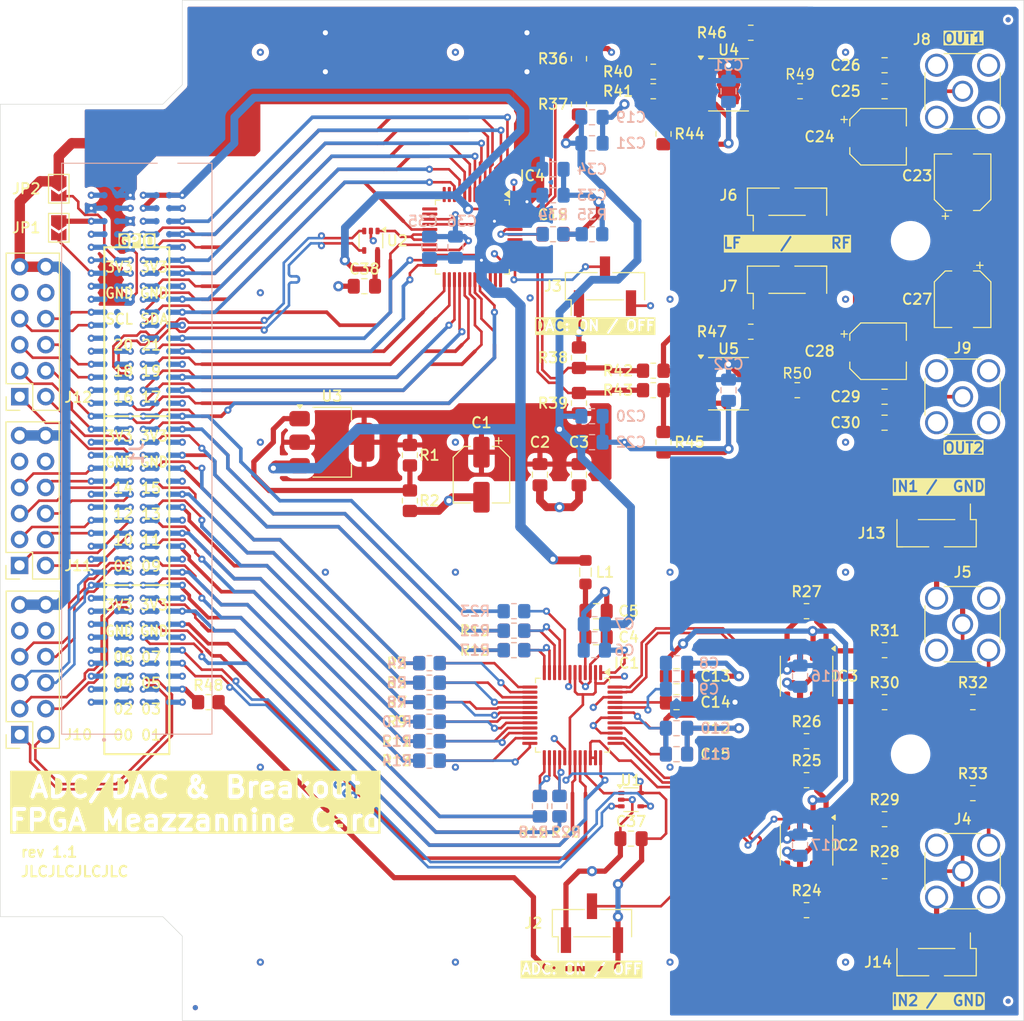
<source format=kicad_pcb>
(kicad_pcb (version 20240108) (generator "pcbnew") (generator_version "8.0")
  (layers (0 "F.Cu" signal) (1 "In1.Cu" power) (2 "In2.Cu" power) (31 "B.Cu" signal) (34 "B.Paste" user) (35 "F.Paste" user) (36 "B.SilkS" user "B.Silkscreen") (37 "F.SilkS" user "F.Silkscreen") (38 "B.Mask" user) (39 "F.Mask" user) (44 "Edge.Cuts" user))
  (net 0 "")
  (net 1 "GNDA")
  (net 2 "1V5")
  (net 3 "Net-(IC1-VD)")
  (net 4 "Net-(IC1-VRN)")
  (net 5 "Net-(IC1-VRP)")
  (net 6 "3V3")
  (net 7 "/ADC_Circuit/VCM_ADC")
  (net 8 "Net-(IC4-EXTIO)")
  (net 9 "Net-(J6-Pin_2)")
  (net 10 "Net-(J8-In)")
  (net 11 "Net-(J9-In)")
  (net 12 "Net-(J7-Pin_2)")
  (net 13 "Net-(IC1-I2)")
  (net 14 "Net-(IC1-Q3)")
  (net 15 "Net-(IC1-Q2)")
  (net 16 "VADJ")
  (net 17 "Net-(IC1-Q4)")
  (net 18 "Net-(IC1-I0)")
  (net 19 "Net-(IC1-I7)")
  (net 20 "/ADC_Circuit/I-")
  (net 21 "Net-(IC1-I1)")
  (net 22 "Net-(IC1-Q6)")
  (net 23 "/ADC_Circuit/PD")
  (net 24 "Net-(IC1-Q7)")
  (net 25 "/ADC_Circuit/Q+")
  (net 26 "Net-(IC1-I6)")
  (net 27 "Net-(IC1-I3)")
  (net 28 "Net-(IC1-Q0)")
  (net 29 "Net-(IC1-I4)")
  (net 30 "/ADC_Circuit/Q-")
  (net 31 "/ADC_Circuit/I+")
  (net 32 "/ADC_Circuit/CLK")
  (net 33 "Net-(IC1-I{slash}~{Q})")
  (net 34 "Net-(IC1-I8)")
  (net 35 "Net-(IC1-Q5)")
  (net 36 "Net-(IC1-Q8)")
  (net 37 "Net-(IC1-I9)")
  (net 38 "Net-(IC1-Q1)")
  (net 39 "Net-(IC1-Q9)")
  (net 40 "/LA20_N")
  (net 41 "/LA19_N")
  (net 42 "Net-(IC1-I5)")
  (net 43 "/LA20_P")
  (net 44 "Net-(IC2--IN)")
  (net 45 "Net-(IC2-+IN)")
  (net 47 "Net-(IC3-+IN)")
  (net 49 "Net-(IC3--IN)")
  (net 50 "/DAC Circuit/CLKA{slash}CLKIQ")
  (net 52 "/LA29_P")
  (net 53 "/DAC Circuit/IOUTA_N")
  (net 55 "/DAC Circuit/IOUTB_N")
  (net 57 "/LA33_P")
  (net 59 "/DAC Circuit/SLEEP")
  (net 60 "/LA21_P")
  (net 61 "/LA22_N")
  (net 63 "/DAC Circuit/IOUTA_P")
  (net 65 "/LA30_P")
  (net 66 "/LA30_N")
  (net 67 "/LA24_N")
  (net 70 "/LA24_P")
  (net 71 "/LA22_P")
  (net 72 "/LA33_N")
  (net 73 "/LA25_P")
  (net 74 "/LA21_N")
  (net 75 "/LA32_P")
  (net 76 "/LA25_N")
  (net 77 "/LA32_N")
  (net 79 "/LA28_N")
  (net 81 "Net-(IC4-BIASJ_A)")
  (net 82 "/LA31_P")
  (net 83 "/LA28_P")
  (net 84 "/LA31_N")
  (net 85 "/DAC Circuit/IOUTB_P")
  (net 86 "/PRSNT_M2C_L")
  (net 87 "/LA14_P")
  (net 88 "/LA27_P")
  (net 89 "/CLK1_M2C_N")
  (net 90 "/LA07_P")
  (net 91 "/PG_C2M")
  (net 92 "/SDA")
  (net 93 "/DP0_M2C_N")
  (net 94 "/CLK1_M2C_P")
  (net 95 "/TRST_L")
  (net 96 "/GA1")
  (net 97 "/DP0_C2M_N")
  (net 98 "/LA11_N")
  (net 99 "/VREF_A_M2C")
  (net 100 "/LA27_N")
  (net 101 "/LA26_N")
  (net 102 "/GA0")
  (net 103 "/DP0_C2M_P")
  (net 104 "/LA15_N")
  (net 105 "/LA15_P")
  (net 106 "/LA18_P_CC")
  (net 107 "/LA17_P_CC")
  (net 108 "/LA19_P")
  (net 109 "/LA12_N")
  (net 110 "/LA07_N")
  (net 111 "/LA16_N")
  (net 112 "+12V")
  (net 113 "/TDO")
  (net 114 "/LA23_P")
  (net 115 "/LA00_P_CC")
  (net 116 "/DP0_M2C_P")
  (net 117 "/SCL")
  (net 118 "/LA13_P")
  (net 119 "/LA10_N")
  (net 120 "/LA29_N")
  (net 121 "/LA05_N")
  (net 122 "/LA00_N_CC")
  (net 123 "/LA14_N")
  (net 124 "/LA26_P")
  (net 125 "/LA09_P")
  (net 126 "/LA10_P")
  (net 127 "/LA03_N")
  (net 128 "/GBTCLK0_M2C_N")
  (net 129 "/LA13_N")
  (net 130 "/LA17_N_CC")
  (net 131 "/LA12_P")
  (net 132 "/TDI")
  (net 133 "/LA11_P")
  (net 134 "/LA02_N")
  (net 135 "/LA04_P")
  (net 136 "/LA08_P")
  (net 137 "/LA02_P")
  (net 138 "/LA08_N")
  (net 139 "/LA03_P")
  (net 140 "/GBTCLK0_M2C_P")
  (net 141 "/LA06_P")
  (net 142 "/LA06_N")
  (net 143 "/LA05_P")
  (net 144 "/CLK0_M2C_N")
  (net 145 "/CLK0_M2C_P")
  (net 146 "/TMS")
  (net 147 "/LA04_N")
  (net 148 "/TCK")
  (net 149 "/LA16_P")
  (net 150 "/LA09_N")
  (net 151 "/LA23_N")
  (net 152 "/ADC_Circuit/Q_IN")
  (net 153 "/ADC_Circuit/I_IN")
  (net 155 "Net-(U3-ADJ)")
  (net 156 "Net-(U4--)")
  (net 157 "Net-(U4-+)")
  (net 158 "Net-(U5--)")
  (net 159 "Net-(U5-+)")
  (net 166 "/LA18_N_CC")
  (net 169 "Net-(R34-Pad2)")
  (net 171 "Net-(J7-Pin_1)")
  (net 172 "Net-(J6-Pin_1)")
  (net 173 "/LA01_N_CC")
  (net 174 "/LA01_P_CC")
  (net 175 "Net-(R46-Pad2)")
  (net 176 "Net-(R47-Pad2)")
  (footprint "Capacitor_SMD:C_0805_2012Metric_Pad1.18x1.45mm_HandSolder" (layer "F.Cu") (at 110.56 77.61)
    (property "Reference" "C38")
    (property "Value" "100n")
  )
  (footprint "Capacitor_SMD:C_0805_2012Metric_Pad1.18x1.45mm_HandSolder" (layer "F.Cu") (at 161.36 88.405)
    (property "Reference" "C29")
    (property "Value" "100n")
  )
  (footprint "Resistor_SMD:R_0805_2012Metric_Pad1.20x1.40mm_HandSolder" (layer "F.Cu") (at 138.77 56.655 180)
    (property "Reference" "R40")
    (property "Value" "620")
  )
  (footprint "Capacitor_SMD:C_0805_2012Metric_Pad1.18x1.45mm_HandSolder" (layer "F.Cu") (at 141.04 118.25 180)
    (property "Reference" "C14")
    (property "Value" "100n")
  )
  (footprint "Capacitor_SMD:C_0805_2012Metric_Pad1.18x1.45mm_HandSolder" (layer "F.Cu") (at 141.04 120.79)
    (property "Reference" "C12")
    (property "Value" "10u")
  )
  (footprint "Resistor_SMD:R_0805_2012Metric_Pad1.20x1.40mm_HandSolder" (layer "F.Cu") (at 116.91 116.345 180)
    (property "Reference" "R5")
    (property "Value" "39")
  )
  (footprint "Resistor_SMD:R_0805_2012Metric_Pad1.20x1.40mm_HandSolder" (layer "F.Cu") (at 116.91 114.44 180)
    (property "Reference" "R3")
    (property "Value" "39")
  )
  (footprint "Connector_PinHeader_2.54mm:PinHeader_1x03_P2.54mm_Vertical_SMD_Pin1Left" (layer "F.Cu") (at 166.44 143.65 -90)
    (property "Reference" "J14")
    (property "Value" "Conn_01x03_Pin" (hide yes))
  )
  (footprint "Resistor_SMD:R_0805_2012Metric_Pad1.20x1.40mm_HandSolder" (layer "F.Cu") (at 139.77 92.85 90)
    (property "Reference" "R45")
    (property "Value" "620")
  )
  (footprint "Fiducial:Fiducial_0.5mm_Mask1mm" (layer "F.Cu") (at 173.425 147.46)
    (property "Reference" "FID2" (hide yes))
    (property "Value" "Fiducial" (hide yes))
  )
  (footprint "Capacitor_SMD:C_0805_2012Metric_Pad1.18x1.45mm_HandSolder" (layer "F.Cu") (at 136.595 131.585)
    (property "Reference" "C37")
    (property "Value" "100n")
  )
  (footprint "Resistor_SMD:R_0805_2012Metric_Pad1.20x1.40mm_HandSolder" (layer "F.Cu") (at 138.77 58.56 180)
    (property "Reference" "R41")
    (property "Value" "620")
  )
  (footprint "MountingHole:MountingHole_3.2mm_M3" (layer "F.Cu") (at 163.9 73.165)
    (property "Reference" "H1" (hide yes))
    (property "Value" "MountingHole" (hide yes))
  )
  (footprint "Resistor_SMD:R_0805_2012Metric_Pad1.20x1.40mm_HandSolder" (layer "F.Cu") (at 131.515 89.04 -90)
    (property "Reference" "R39")
    (property "Value" "50")
  )
  (footprint "Resistor_SMD:R_0805_2012Metric_Pad1.20x1.40mm_HandSolder" (layer "F.Cu") (at 127.705 128.41 -90)
    (property "Reference" "R16")
    (property "Value" "39")
  )
  (footprint "Resistor_SMD:R_0805_2012Metric_Pad1.20x1.40mm_HandSolder" (layer "F.Cu") (at 131.515 84.595 90)
    (property "Reference" "R38")
    (property "Value" "50")
  )
  (footprint "Resistor_SMD:R_0805_2012Metric_Pad1.20x1.40mm_HandSolder" (layer "F.Cu") (at 116.91 122.06 180)
    (property "Reference" "R11")
    (property "Value" "39")
  )
  (footprint "Connector_Coaxial:SMA_Amphenol_132134_Vertical" (layer "F.Cu") (at 168.98 58.56)
    (property "Reference" "J8")
    (property "Value" "SMA Connector" (hide yes))
  )
  (footprint "Capacitor_SMD:CP_Elec_5x5.3" (layer "F.Cu") (at 121.99 96.025 -90)
    (property "Reference" "C1")
    (property "Value" "100u")
  )
  (footprint "Resistor_SMD:R_0805_2012Metric_Pad1.20x1.40mm_HandSolder" (layer "F.Cu") (at 95.32 118.25)
    (property "Reference" "R48")
    (property "Value" "1k")
  )
  (footprint "Fiducial:Fiducial_0.5mm_Mask1mm" (layer "F.Cu") (at 173.425 51.575)
    (property "Reference" "FID1" (hide yes))
    (property "Value" "Fiducial" (hide yes))
  )
  (footprint "Resistor_SMD:R_0805_2012Metric_Pad1.20x1.40mm_HandSolder" (layer "F.Cu") (at 161.36 118.25 180)
    (property "Reference" "R30")
    (property "Value" "1k")
  )
  (footprint "Capacitor_SMD:C_0805_2012Metric_Pad1.18x1.45mm_HandSolder" (layer "F.Cu") (at 133.1875 111.9)
    (property "Reference" "C4")
    (property "Value" "100n")
  )
  (footprint "Connector_PinHeader_2.54mm:PinHeader_1x03_P2.54mm_Vertical_SMD_Pin1Left" (layer "F.Cu") (at 132.785 139.84 90)
    (property "Reference" "J2")
    (property "Value" "Conn_01x03_Pin" (hide yes))
  )
  (footprint "Resistor_SMD:R_0805_2012Metric_Pad1.20x1.40mm_HandSolder" (layer "F.Cu") (at 153.74 122.06 180)
    (property "Reference" "R26")
    (property "Value" "1k")
  )
  (footprint "Resistor_SMD:R_0805_2012Metric_Pad1.20x1.40mm_HandSolder" (layer "F.Cu") (at 138.77 87.77 180)
    (property "Reference" "R43")
    (property "Value" "620")
  )
  (footprint "Capacitor_SMD:C_0805_2012Metric_Pad1.18x1.45mm_HandSolder" (layer "F.Cu") (at 127.705 96.025 -90)
    (property "Reference" "C2")
    (property "Value" "10u")
  )
  (footprint "Connector_PinHeader_2.54mm:PinHeader_1x03_P2.54mm_Vertical_SMD_Pin1Left" (layer "F.Cu") (at 151.835 69.355 90)
    (property "Reference" "J6")
    (property "Value" "Conn_01x03_Pin" (hide yes))
  )
  (footprint "MountingHole:MountingHole_3.2mm_M3" (layer "F.Cu") (at 163.9 123.33)
    (property "Reference" "H2" (hide yes))
    (property "Value" "MountingHole" (hide yes))
  )
  (footprint "Package_TO_SOT_SMD:SOT-353_SC-70-5" (layer "F.Cu") (at 111.195 73.165 -90)
    (property "Reference" "U2")
    (property "Value" "LMV7219M7")
  )
  (footprint "Resistor_SMD:R_0805_2012Metric_Pad1.20x1.40mm_HandSolder" (layer "F.Cu") (at 161.36 134.76 180)
    (property "Reference" "R28")
    (property "Value" "1k")
  )
  (footprint "Resistor_SMD:R_0805_2012Metric_Pad1.20x1.40mm_HandSolder" (layer "F.Cu") (at 148.295 52.845)
    (property "Reference" "R46")
    (property "Value" "620")
  )
  (footprint "Package_TO_SOT_SMD:SOT-223-3_TabPin2" (layer "F.Cu") (at 107.385 92.85)
    (property "Reference" "U3")
    (property "Value" "NCV317")
  )
  (footprint "Resistor_SMD:R_0805_2012Metric_Pad1.20x1.40mm_HandSolder" (layer "F.Cu") (at 153.74 125.87 180)
    (property "Reference" "R25")
    (property "Value" "1k")
  )
  (footprint "Resistor_SMD:R_0805_2012Metric_Pad1.20x1.40mm_HandSolder" (layer "F.Cu") (at 129.61 128.41 -90)
    (property "Reference" "R20")
    (property "Value" "39")
  )
  (footprint "Resistor_SMD:R_0805_2012Metric_Pad1.20x1.40mm_HandSolder" (layer "F.Cu") (at 152.835 87.77)
    (property "Reference" "R50")
    (property "Value" "50")
  )
  (footprint "Capacitor_SMD:CP_Elec_5x5.3" (layer "F.Cu") (at 160.725 63.005)
    (property "Reference" "C24")
    (property "Value" "100u")
  )
  (footprint "Connector_Coaxial:SMA_Amphenol_132134_Vertical" (layer "F.Cu") (at 168.98 88.405)
    (property "Reference" "J9")
    (property "Value" "SMA Connector" (hide yes))
  )
  (footprint "Resistor_SMD:R_0805_2012Metric_Pad1.20x1.40mm_HandSolder" (layer "F.Cu") (at 125.165 113.17)
    (property "Reference" "R15")
    (property "Value" "39")
  )
  (footprint "Package_QFP:TQFP-48_7x7mm_P0.5mm" (layer "F.Cu") (at 130.88 119.52 -90)
    (property "Reference" "IC1")
    (property "Value" "ADC10D040CIVS_NOPB")
  )
  (footprint "Resistor_SMD:R_0805_2012Metric_Pad1.20x1.40mm_HandSolder" (layer "F.Cu") (at 138.77 85.865 180)
    (property "Reference" "R42")
    (property "Value" "620")
  )
  (footprint "Resistor_SMD:R_0805_2012Metric_Pad1.20x1.40mm_HandSolder" (layer "F.Cu") (at 131.515 55.385 90)
    (property "Reference" "R36")
    (property "Value" "50")
  )
  (footprint "Resistor_SMD:R_0805_2012Metric_Pad1.20x1.40mm_HandSolder" (layer "F.Cu") (at 116.91 118.25 180)
    (property "Reference" "R7")
    (property "Value" "39")
  )
  (footprint "Capacitor_SMD:C_0805_2012Metric_Pad1.18x1.45mm_HandSolder" (layer "F.Cu") (at 161.36 90.945 180)
    (property "Reference" "C30")
    (property "Value" "100p")
  )
  (footprint "Fiducial:Fiducial_0.5mm_Mask1mm" (layer "F.Cu") (at 94.05 148.095)
    (property "Reference" "FID3" (hide yes))
    (property "Value" "Fiducial" (hide yes))
  )
  (footprint "Capacitor_SMD:CP_Elec_5x5.3" (layer "F.Cu") (at 168.98 78.88 -90)
    (property "Reference" "C27")
    (property "Value" "100u")
  )
  (footprint "Resistor_SMD:R_0805_2012Metric_Pad1.20x1.40mm_HandSolder" (layer "F.Cu") (at 125.165 111.265)
    (property "Reference" "R19")
    (property "Value" "39")
  )
  (footprint "Capacitor_SMD:C_0805_2012Metric_Pad1.18x1.45mm_HandSolder" (layer "F.Cu") (at 133.1875 109.36)
    (property "Reference" "C5")
    (property "Value" "10u")
  )
  (footprint "Resistor_SMD:R_0805_2012Metric_Pad1.20x1.40mm_HandSolder" (layer "F.Cu") (at 131.515 59.83 -90)
    (property "Reference" "R37")
    (property "Value" "50")
  )
  (footprint "Connector_PinSocket_2.54mm:PinSocket_2x06_P2.54mm_Vertical" (layer "F.Cu") (at 76.905 121.425 180)
    (property "Reference" "J10")
    (property "Value" "Conn_02x06_Odd_Even" (hide yes))
  )
  (footprint "Resistor_SMD:R_0805_2012Metric_Pad1.20x1.40mm_HandSolder" (layer "F.Cu") (at 153.74 109.36 180)
    (property "Reference" "R27")
    (property "Value" "1k")
  )
  (footprint "Capacitor_SMD:C_0805_2012Metric_Pad1.18x1.45mm_HandSolder" (layer "F.Cu") (at 161.36 56.02 180)
    (property "Reference" "C26")
    (property "Value" "100p")
  )
  (footprint "Package_QFP:TQFP-48_7x7mm_P0.5mm" (layer "F.Cu") (at 121.105 72.8125 -90)
    (property "Reference" "IC4")
    (property "Value" "DAC5652IPFB")
  )
  (footprint "Resistor_SMD:R_0805_2012Metric_Pad1.20x1.40mm_HandSolder" (layer "F.Cu") (at 169.98 118.25)
    (property "Reference" "R32")
    (property "Value" "50")
  )
  (footprint "Capacitor_SMD:C_0805_2012Metric_Pad1.18x1.45mm_HandSolder" (layer "F.Cu") (at 141.04 115.71)
    (property "Reference" "C13")
    (property "Value" "10u")
  )
  (footprint "Package_TO_SOT_SMD:SOT-353_SC-70-5" (layer "F.Cu") (at 136.595 127.775)
    (property "Reference" "U1")
    (property "Value" "LMV7219M7" (hide yes))
  )
  (footprint "Connector_PinHeader_2.54mm:PinHeader_1x03_P2.54mm_Vertical_SMD_Pin1Left" (layer "F.Cu") (at 151.835 76.975 90)
    (property "Reference" "J7")
    (property "Value" "Conn_01x03_Pin" (hide yes))
  )
  (footprint "Capacitor_SMD:C_0805_2012Metric_Pad1.18x1.45mm_HandSolder" (layer "F.Cu") (at 131.515 96.025 -90)
    (property "Reference" "C3")
    (property "Value" "100n")
  )
  (footprint "Resistor_SMD:R_0805_2012Metric_Pad1.20x1.40mm_HandSolder" (layer "F.Cu") (at 115.005 98.565 -90)
    (property "Reference" "R2")
    (property "Value" "1k")
  )
  (footprint "Jumper:SolderJumper-2_P1.3mm_Open_TrianglePad1.0x1.5mm" (layer "F.Cu") (at 80.715 68.085 -90)
    (property "Reference" "JP2")
    (property "Value" "SolderJumper_2_Open" (hide yes))
  )
  (footprint "Connector_Coaxial:SMA_Amphenol_132134_Vertical" (layer "F.Cu") (at 168.98 110.63)
    (property "Reference" "J5")
    (property "Value" "SMA Connector" (hide yes))
  )
  (footprint "Package_SO:SOIC-8_3.9x4.9mm_P1.27mm" (layer "F.Cu") (at 146.12 57.925)
    (property "Reference" "U4")
    (property "Value" "LMH6720MA")
  )
  (footprint "Connector_PinHeader_2.54mm:PinHeader_1x03_P2.54mm_Vertical_SMD_Pin1Left" (layer "F.Cu") (at 134.055 77.61 90)
    (property "Reference" "J3")
    (property "Value" "Conn_01x03_Pin" (hide yes))
  )
  (footprint "Resistor_SMD:R_0805_2012Metric_Pad1.20x1.40mm_HandSolder" (layer "F.Cu") (at 139.77 62.735 90)
    (property "Reference" "R44")
    (property "Value" "620")
  )
  (footprint "Resistor_SMD:R_0805_2012Metric_Pad1.20x1.40mm_HandSolder" (layer "F.Cu") (at 153.74 138.57 180)
    (property "Reference" "R24")
    (property "Value" "1k")
  )
  (footprint "Capacitor_SMD:C_0805_2012Metric_Pad1.18x1.45mm_HandSolder" (layer "F.Cu") (at 161.36 58.56)
    (property "Reference" "C25")
    (property "Value" "100n")
  )
  (footprint "Resistor_SMD:R_0805_2012Metric_Pad1.20x1.40mm_HandSolder" (layer "F.Cu") (at 116.91 120.155 180)
    (property "Reference" "R9")
    (property "Value" "39")
  )
  (footprint "Inductor_SMD:L_0805_2012Metric_Pad1.05x1.20mm_HandSolder" (layer "F.Cu") (at 132.15 105.55 -90)
    (property "Reference" "L1")
    (property "Value" "100u")
  )
  (footprint "Resistor_SMD:R_0805_2012Metric_Pad1.20x1.40mm_HandSolder" (layer "F.Cu") (at 116.91 123.965 180)
    (property "Reference" "R13")
    (property "Value" "39")
  )
  (footprint "Connector_Coaxial:SMA_Amphenol_132134_Vertical" (layer "F.Cu") (at 168.98 134.76)
    (property "Reference" "J4")
    (property "Value" "SMA Connector" (hide yes))
  )
  (footprint "Resistor_SMD:R_0805_2012Metric_Pad1.20x1.40mm_HandSolder" (layer "F.Cu") (at 153.105 58.56)
    (property "Reference" "R49")
    (property "Value" "50")
  )
  (footprint "Jumper:SolderJumper-2_P1.3mm_Open_TrianglePad1.0x1.5mm" (layer "F.Cu") (at 80.715 71.895 -90)
    (property "Reference" "JP1")
    (property "Value" "SolderJumper_2_Open" (hide yes))
  )
  (footprint "Capacitor_SMD:CP_Elec_5x5.3" (layer "F.Cu") (at 168.98 67.45 90)
    (property "Reference" "C23")
    (property "Value" "100u")
  )
  (footprint "Connector_PinSocket_2.54mm:PinSocket_2x06_P2.54mm_Vertical" (layer "F.Cu") (at 76.905 88.405 180)
    (property "Reference" "J12")
    (property "Value" "Conn_02x06_Odd_Even" (hide yes))
  )
  (footprint "Connector_PinHeader_2.54mm:PinHeader_1x03_P2.54mm_Vertical_SMD_Pin1Left" (layer "F.Cu") (at 166.44 101.74 -90)
    (property "Reference" "J13")
    (property "Value" "Conn_01x03_Pin" (hide yes))
  )
  (footprint "Resistor_SMD:R_0805_2012Metric_Pad1.20x1.40mm_HandSolder" (layer "F.Cu") (at 161.36 129.68 180)
    (property "Reference" "R29")
    (property "Value" "1k")
  )
  (footprint "Package_SO:SOIC-8_3.9x4.9mm_P1.27mm" (layer "F.Cu") (at 146.12 87.135)
    (property "Reference" "U5")
    (property "Value" "LMH6720MA")
  )
  (footprint "Resistor_SMD:R_0805_2012Metric_Pad1.20x1.40mm_HandSolder" (layer "F.Cu") (at 169.98 127.14)
    (property "Reference" "R33")
    (property "Value" "50")
  )
  (footprint "Package_SO:SOIC-8_3.9x4.9mm_P1.27mm" (layer "F.Cu") (at 153.74 115.71 -90)
    (property "Reference" "IC3")
    (property "Value" "AD8137YRZ-REEL" (hide yes))
  )
  (footprint "Connector_PinSocket_2.54mm:PinSocket_2x06_P2.54mm_Vertical" (layer "F.Cu") (at 76.885 104.89 180)
    (property "Reference" "J11")
    (property "Value" "Conn_02x06_Odd_Even" (hide yes))
  )
  (footprint "Resistor_SMD:R_0805_2012Metric_Pad1.20x1.40mm_HandSolder" (layer "F.Cu") (at 115.005 94.12 -90)
    (property "Reference" "R1")
    (property "Value" "5k")
  )
  (footprint "Resistor_SMD:R_0805_2012Metric_Pad1.20x1.40mm_HandSolder" (layer "F.Cu") (at 148.295 82.055)
    (property "Reference" "R47")
    (property "Value" "620")
  )
  (footprint "Capacitor_SMD:CP_Elec_5x5.3" (layer "F.Cu") (at 160.725 83.96)
    (property "Reference" "C28")
    (property "Value" "100u")
  )
  (footprint "Resistor_SMD:R_0805_2012Metric_Pad1.20x1.40mm_HandSolder" (layer "F.Cu") (at 161.36 113.17 180)
    (property "Reference" "R31")
    (property "Value" "1k")
  )
  (footprint "Capacitor_SMD:C_0805_2012Metric_Pad1.18x1.45mm_HandSolder" (layer "F.Cu") (at 141.04 123.33)
    (property "Reference" "C15")
    (property "Value" "100n")
  )
  (footprint "Capacitor_SMD:C_0805_2012Metric_Pad1.18x1.45mm_HandSolder" (layer "F.Cu") (at 128.975 72.53)
    (property "Reference" "C18")
    (property "Value" "100n")
  )
  (footprint "Package_SO:SOIC-8_3.9x4.9mm_P1.27mm" (layer "F.Cu") (at 153.74 132.22 -90)
    (property "Reference" "IC2")
    (property "Value" "AD8137YRZ-REEL" (hide yes))
  )
  (footprint "Capacitor_SMD:C_0805_2012Metric_Pad1.18x1.45mm_HandSolder" (layer "B.Cu") (at 146.12 87.77 -90)
    (property "Reference" "C32")
    (property "Value" "100n")
  )
  (footprint "Capacitor_SMD:C_0805_2012Metric_Pad1.18x1.45mm_HandSolder" (layer "B.Cu") (at 132.785 90.31)
    (property "Reference" "C20")
    (property "Value" "10u")
  )
  (footprint "zCustom_Footprints:ASP13460401" (layer "B.Cu") (at 88.335 93.485 -90)
    (property "Reference" "J1")
    (property "Value" "ASP-134604-01" (hide yes))
  )
  (footprint "Resistor_SMD:R_0805_2012Metric_Pad1.20x1.40mm_HandSolder" (layer "B.Cu") (at 116.91 116.345 180)
    (property "Reference" "R6")
    (property "Value" "39")
  )
  (footprint "Resistor_SMD:R_0805_2012Metric_Pad1.20x1.40mm_HandSolder" (layer "B.Cu") (at 125.165 113.17)
    (property "Reference" "R17")
    (property "Value" "39")
  )
  (footprint "Resistor_SMD:R_0805_2012Metric_Pad1.20x1.40mm_HandSolder" (layer "B.Cu") (at 116.91 120.155 180)
    (property "Reference" "R10")
    (property "Value" "39")
  )
  (footprint "Capacitor_SMD:C_0805_2012Metric_Pad1.18x1.45mm_HandSolder" (layer "B.Cu") (at 153.105 132.22 -90)
    (property "Reference" "C17")
    (property "Value" "100n")
  )
  (footprint "Capacitor_SMD:C_0805_2012Metric_Pad1.18x1.45mm_HandSolder" (layer "B.Cu") (at 119.45 73.8 -90)
    (property "Reference" "C36")
    (property "Value" "100n")
  )
  (footprint "Resistor_SMD:R_0805_2012Metric_Pad1.20x1.40mm_HandSolder" (layer "B.Cu") (at 116.91 118.25 180)
    (property "Reference" "R8")
    (property "Value" "39")
  )
  (footprint "Capacitor_SMD:C_0805_2012Metric_Pad1.18x1.45mm_HandSolder" (layer "B.Cu") (at 133.0175 110.63 180)
    (property "Reference" "C7")
    (property "Value" "10u")
  )
  (footprint "Capacitor_SMD:C_0805_2012Metric_Pad1.18x1.45mm_HandSolder" (layer "B.Cu") (at 128.975 66.18)
    (property "Reference" "C34")
    (property "Value" "10u")
  )
  (footprint "Resistor_SMD:R_0805_2012Metric_Pad1.20x1.40mm_HandSolder" (layer "B.Cu") (at 127.705 128.41 -90)
    (property "Reference" "R18")
    (property "Value" "39")
  )
  (footprint "Resistor_SMD:R_0805_2012Metric_Pad1.20x1.40mm_HandSolder" (layer "B.Cu") (at 116.91 122.06 180)
    (property "Reference" "R12")
    (property "Value" "39")
  )
  (footprint "Resistor_SMD:R_0805_2012Metric_Pad1.20x1.40mm_HandSolder" (layer "B.Cu") (at 128.975 72.53)
    (property "Reference" "R34")
    (property "Value" "1k")
  )
  (footprint "Fiducial:Fiducial_0.5mm_Mask1mm" (layer "B.Cu") (at 94.05 148.095 180)
    (property "Reference" "FID5" (hide yes))
    (property "Value" "Fiducial" (hide yes))
  )
  (footprint "Capacitor_SMD:C_0805_2012Metric_Pad1.18x1.45mm_HandSolder" (layer "B.Cu") (at 132.785 61.1)
    (property "Reference" "C19")
    (property "Value" "10u")
  )
  (footprint "Resistor_SMD:R_0805_2012Metric_Pad1.20x1.40mm_HandSolder" (layer "B.Cu") (at 116.91 114.44 180)
    (property "Reference" "R4")
    (property "Value" "39")
  )
  (footprint "Resistor_SMD:R_0805_2012Metric_Pad1.20x1.40mm_HandSolder" (layer "B.Cu") (at 125.165 111.265)
    (property "Reference" "R21")
    (property "Value" "39")
  )
  (footprint "Resistor_SMD:R_0805_2012Metric_Pad1.20x1.40mm_HandSolder" (layer "B.Cu") (at 125.165 109.36)
    (property "Reference" "R23")
    (property "Value" "39")
  )
  (footprint "Capacitor_SMD:C_0805_2012Metric_Pad1.18x1.45mm_HandSolder" (layer "B.Cu") (at 141.04 123.33)
    (property "Reference" "C11")
    (property "Value" "10u")
  )
  (footprint "Capacitor_SMD:C_0805_2012Metric_Pad1.18x1.45mm_HandSolder" (layer "B.Cu") (at 141.04 120.79 180)
    (property "Reference" "C10")
    (property "Value" "100n")
  )
  (footprint "Capacitor_SMD:C_0805_2012Metric_Pad1.18x1.45mm_HandSolder" (layer "B.Cu") (at 132.785 92.85)
    (property "Reference" "C22")
    (property "Value" "100n")
  )
  (footprint "Resistor_SMD:R_0805_2012Metric_Pad1.20x1.40mm_HandSolder" (layer "B.Cu") (at 132.785 72.53)
    (property "Reference" "R35")
    (property "Value" "1k")
  )
  (footprint "Capacitor_SMD:C_0805_2012Metric_Pad1.18x1.45mm_HandSolder" (layer "B.Cu") (at 116.91 73.8 90)
    (property "Reference" "C35")
    (property "Value" "10u")
  )
  (footprint "Resistor_SMD:R_0805_2012Metric_Pad1.20x1.40mm_HandSolder" (layer "B.Cu") (at 129.61 128.41 -90)
    (property "Reference" "R22")
    (property "Value" "39")
  )
  (footprint "Capacitor_SMD:C_0805_2012Metric_Pad1.18x1.45mm_HandSolder" (layer "B.Cu") (at 133.0175 113.17)
    (property "Reference" "C6")
    (property "Value" "100n")
  )
  (footprint "Capacitor_SMD:C_0805_2012Metric_Pad1.18x1.45mm_HandSolder" (layer "B.Cu") (at 146.12 58.56 -90)
    (property "Reference" "C31")
    (property "Value" "100n")
  )
  (footprint "Resistor_SMD:R_0805_2012Metric_Pad1.20x1.40mm_HandSolder" (layer "B.Cu") (at 116.91 123.965 180)
    (property "Reference" "R14")
    (property "Value" "39")
  )
  (footprint "Fiducial:Fiducial_0.5mm_Mask1mm" (layer "B.Cu") (at 173.425 51.575 180)
    (property "Reference" "FID4" (hide yes))
    (property "Value" "Fiducial" (hide yes))
  )
  (footprint "Capacitor_SMD:C_0805_2012Metric_Pad1.18x1.45mm_HandSolder" (layer "B.Cu") (at 128.975 68.72 180)
    (property "Reference" "C33")
    (property "Value" "100n")
  )
  (footprint "Fiducial:Fiducial_0.5mm_Mask1mm" (layer "B.Cu") (at 173.425 147.46 180)
    (property "Reference" "FID6" (hide yes))
    (property "Value" "Fiducial" (hide yes))
  )
  (footprint "Capacitor_SMD:C_0805_2012Metric_Pad1.18x1.45mm_HandSolder" (layer "B.Cu") (at 132.785 63.64)
    (property "Reference" "C21")
    (property "Value" "100n")
  )
  (footprint "Capacitor_SMD:C_0805_2012Metric_Pad1.18x1.45mm_HandSolder" (layer "B.Cu") (at 153.105 115.71 -90)
    (property "Reference" "C16")
    (property "Value" "100n")
  )
  (footprint "Capacitor_SMD:C_0805_2012Metric_Pad1.18x1.45mm_HandSolder" (layer "B.Cu") (at 141.04 114.44)
    (property "Reference" "C8")
    (property "Value" "10u")
  )
  (footprint "Capacitor_SMD:C_0805_2012Metric_Pad1.18x1.45mm_HandSolder" (layer "B.Cu") (at 141.04 116.98 180)
    (property "Reference" "C9")
    (property "Value" "100n")
  )
  (gr_rect (start 85.16 73.8) (end 91.51 123.33) (stroke (width 0.2)) (fill none) (layer "F.SilkS"))
  (gr_line (start 85.16 90.31) (end 91.51 90.31) (stroke (width 0.2)) (layer "F.SilkS"))
  (gr_line (start 85.16 106.82) (end 91.51 106.82) (stroke (width 0.2)) (layer "F.SilkS"))
  (gr_poly (pts (xy 90.875 139.205) (xy 75 139.205) (xy 75 59.83) (xy 90.875 59.83) (xy 92.78 57.925) (xy 92.78 49.67) (xy 174.949 49.67) (xy 174.949 149.365) (xy 92.78 149.365) (xy 92.78 141.11)) (stroke (width 0.0508)) (fill none) (layer "Edge.Cuts"))
  (gr_text "LF     /     RF" (at 145.5 74 0) (layer "F.SilkS" knockout) (effects (font (size 1.016 1.016) (thickness 0.2032) (bold yes)) (justify left bottom)))
  (gr_text "3V3 3V3" (at 85.16 109.36 0) (layer "F.SilkS") (effects (font (size 1.016 0.9652) (thickness 0.1778) (bold yes)) (justify left bottom)))
  (gr_text " 10 11 " (at 85.16 103.01 0) (layer "F.SilkS") (effects (font (size 1.016 1.016) (thickness 0.1778) (bold yes)) (justify left bottom)))
  (gr_text " 06 07 " (at 85.16 114.44 0) (layer "F.SilkS") (effects (font (size 1.016 1.016) (thickness 0.1778) (bold yes)) (justify left bottom)))
  (gr_text "GND GND" (at 85.16 111.9 0) (layer "F.SilkS") (effects (font (size 1.016 0.889) (thickness 0.1778) (bold yes)) (justify left bottom)))
  (gr_text " 00 01" (at 85.16 122.06 0) (layer "F.SilkS") (effects (font (size 1.016 1.016) (thickness 0.1778) (bold yes)) (justify left bottom)))
  (gr_text "IN1 /  GND" (at 162 97.77 0) (layer "F.SilkS" knockout) (effects (font (size 1.016 1.016) (thickness 0.2032) (bold yes)) (justify left bottom)))
  (gr_text "ADC/DAC & Breakout\nFPGA Meazzannine Card" (at 94.05 130.95 0) (layer "F.SilkS" knockout) (effects (font (size 2 2) (thickness 0.4) (bold yes)) (justify bottom)))
  (gr_text "GPIO" (at 86.43 73.8 0) (layer "F.SilkS" knockout) (effects (font (size 1.016 1.016) (thickness 0.2032) (bold yes)) (justify left bottom)))
  (gr_text "GND GND" (at 85.16 78.88 0) (layer "F.SilkS") (effects (font (size 1.016 0.889) (thickness 0.1778) (bold yes)) (justify left bottom)))
  (gr_text " 14 15 " (at 85.16 97.93 0) (layer "F.SilkS") (effects (font (size 1.016 1.016) (thickness 0.1778) (bold yes)) (justify left bottom)))
  (gr_text "IN2 /  GND" (at 161.995 148 0) (layer "F.SilkS" knockout) (effects (font (size 1.016 1.016) (thickness 0.2032) (bold yes)) (justify left bottom)))
  (gr_text "rev 1.1" (at 76.905 133.49 0) (layer "F.SilkS") (effects (font (size 1.016 1.016) (thickness 0.2032) (bold yes)) (justify left bottom)))
  (gr_text " 02 03 " (at 85.16 119.52 0) (layer "F.SilkS") (effects (font (size 1.016 1.016) (thickness 0.1778) (bold yes)) (justify left bottom)))
  (gr_text " 08 09 " (at 85.16 105.55 0) (layer "F.SilkS") (effects (font (size 1.016 1.016) (thickness 0.1778) (bold yes)) (justify left bottom)))
  (gr_text "3V3 3V3" (at 85.16 92.85 0) (layer "F.SilkS") (effects (font (size 1.016 0.9652) (thickness 0.1778) (bold yes)) (justify left bottom)))
  (gr_text "DAC: ON / OFF" (at 127.07 82.055 0) (layer "F.SilkS" knockout) (effects (font (size 1.016 1.016) (thickness 0.2032) (bold yes)) (justify left bottom)))
  (gr_text "OUT2" (at 167 94 0) (layer "F.SilkS" knockout) (effects (font (size 1.016 1.016) (thickness 0.2032) (bold yes)) (justify left bottom)))
  (gr_text "ADC: ON / OFF" (at 125.8 144.92 0) (layer "F.SilkS" knockout) (effects (font (size 1.016 1.016) (thickness 0.2032) (bold yes)) (justify left bottom)))
  (gr_text "3V3 3V3" (at 85.16 76.34 0) (layer "F.SilkS") (effects (font (size 1.016 0.9652) (thickness 0.1778) (bold yes)) (justify left bottom)))
  (gr_text " 18 19 " (at 85.16 86.5 0) (layer "F.SilkS") (effects (font (size 1.016 1.016) (thickness 0.1778) (bold yes)) (justify left bottom)))
  (gr_text " 12 13 " (at 85.16 100.47 0) (layer "F.SilkS") (effects (font (size 1.016 1.016) (thickness 0.1778) (bold yes)) (justify left bottom)))
  (gr_text "JLCJLCJLCJLC" (at 76.905 135.395 0) (layer "F.SilkS") (effects (font (size 1.016 1.016) (thickness 0.2032) (bold yes)) (justify left bottom)))
  (gr_text "OUT1" (at 167 54 0) (layer "F.SilkS" knockout) (effects (font (size 1.016 1.016) (thickness 0.2032) (bold yes)) (justify left bottom)))
  (gr_text "GND GND" (at 85.16 95.39 0) (layer "F.SilkS") (effects (font (size 1.016 0.889) (thickness 0.1778) (bold yes)) (justify left bottom)))
  (gr_text " 04 05 " (at 85.16 116.98 0) (layer "F.SilkS") (effects (font (size 1.016 1.016) (thickness 0.1778) (bold yes)) (justify left bottom)))
  (gr_text "SCL SDA" (at 85.16 81.42 0) (layer "F.SilkS") (effects (font (size 1.016 0.9652) (thickness 0.1778) (bold yes)) (justify left bottom)))
  (gr_text " 20 21 " (at 85.16 83.96 0) (layer "F.SilkS") (effects (font (size 1.016 1.016) (thickness 0.1778) (bold yes)) (justify left bottom)))
  (gr_text " 16 17" (at 85.16 89.04 0) (layer "F.SilkS") (effects (font (size 1.016 1.016) (thickness 0.1778) (bold yes)) (justify left bottom)))
  (segment (start 142.0775 120.79) (end 147.136 120.79) (width 0.508) (layer "F.Cu") (net 1))
  (segment (start 153.105 133.49) (end 154.375 132.22) (width 0.508) (layer "F.Cu") (net 1))
  (segment (start 143.645 59.83) (end 144.85 59.83) (width 0.508) (layer "F.Cu") (net 1))
  (segment (start 135.0425 119.77) (end 133.678 119.77) (width 0.254) (layer "F.Cu") (net 1))
  (segment (start 123.8875 75.0625) (end 123.26 74.435) (width 0.254) (layer "F.Cu") (net 1))
  (segment (start 142.0775 115.71) (end 147.136 115.71) (width 0.508) (layer "F.Cu") (net 1))
  (segment (start 135.5575 131.585) (end 135.5575 133.2575) (width 0.508) (layer "F.Cu") (net 1))
  (segment (start 130.245 141.495) (end 130.245 136.03) (width 0.508) (layer "F.Cu") (net 1))
  (segment (start 119.0125 71.0625) (end 119.45 70.625) (width 0.254) (layer "F.Cu") (net 1))
  (segment (start 144.85 59.83) (end 146.12 61.1) (width 0.508) (layer "F.Cu") (net 1))
  (segment (start 171.52 115.71) (end 171.52 113.17) (width 0.3556) (layer "F.Cu") (net 1))
  (segment (start 111.195 72.92978) (end 111.195 72.215) (width 0.254) (layer "F.Cu") (net 1))
  (segment (start 171.52 129.68) (end 171.52 132.22) (width 0.3556) (layer "F.Cu") (net 1))
  (segment (start 153.105 134.695) (end 153.105 133.49) (width 0.508) (layer "F.Cu") (net 1))
  (segment (start 146.12 89.675) (end 146.12 93.485) (width 0.508) (layer "F.Cu") (net 1))
  (segment (start 134.325 54.385) (end 131.515 54.385) (width 0.508) (layer "F.Cu") (net 1))
  (segment (start 139.77 63.735) (end 146.025 63.735) (width 0.508) (layer "F.Cu") (net 1))
  (segment (start 119.8225 74.0625) (end 116.9425 74.0625) (width 0.254) (layer "F.Cu") (net 1))
  (segment (start 162.36 114.71) (end 162.36 113.17) (width 0.508) (layer "F.Cu") (net 1))
  (segment (start 166.44 145.305) (end 166.44 137.3) (width 0.508) (layer "F.Cu") (net 1))
  (segment (start 135.645 127.775) (end 136.722 127.775) (width 0.254) (layer "F.Cu") (net 1))
  (segment (start 142.0775 123.33) (end 142.0775 120.79) (width 0.508) (layer "F.Cu") (net 1))
  (segment (start 153.105 116.98) (end 152.47 116.345) (width 0.508) (layer "F.Cu") (net 1))
  (segment (start 132.63 114.549408) (end 134.225 112.954408) (width 0.254) (layer "F.Cu") (net 1))
  (segment (start 135.0425 121.27) (end 133.646 121.27) (width 0.254) (layer "F.Cu") (net 1))
  (segment (start 153.105 118.185) (end 153.105 116.98) (width 0.508) (layer "F.Cu") (net 1))
  (segment (start 120.72 73.165) (end 119.8225 74.0625) (width 0.254) (layer "F.Cu") (net 1))
  (segment (start 134.055 134.76) (end 132.785 134.76) (width 0.508) (layer "F.Cu") (net 1))
  (segment (start 170.98 116.25) (end 171.52 115.71) (width 0.3556) (layer "F.Cu") (net 1))
  (segment (start 125.2675 75.0625) (end 123.8875 75.0625) (width 0.254) (layer "F.Cu") (net 1))
  (segment (start 154.375 115.71) (end 161.36 115.71) (width 0.508) (layer "F.Cu") (net 1))
  (segment (start 130.63 115.3575) (end 130.63 116.599) (width 0.254) (layer "F.Cu") (net 1))
  (segment (start 130.63 116.599) (end 130.503 116.726) (width 0.254) (layer "F.Cu") (net 1))
  (segment (start 143.645 89.04) (end 145.485 89.04) (width 0.508) (layer "F.Cu") (net 1))
  (segment (start 117.815 99.565) (end 118.815 98.565) (width 0.762) (layer "F.Cu") (net 1))
  (segment (start 134.225 107.625) (end 134.055 107.455) (width 0.508) (layer "F.Cu") (net 1))
  (segment (start 127.705 97.0625) (end 127.705 98.565) (width 0.762) (layer "F.Cu") (net 1))
  (segment (start 145.755 93.85) (end 146.12 93.485) (width 0.508) (layer "F.Cu") (net 1))
  (segment (start 131.63 116.206) (end 132.15 116.726) (width 0.254) (layer "F.Cu") (net 1))
  (segment (start 131.515 72.53) (end 133.42 70.625) (width 0.508) (layer "F.Cu") (net 1))
  (segment (start 133.42 70.625) (end 133.42 69.355) (width 0.508) (layer "F.Cu") (net 1))
  (segment (start 133.678 119.77) (end 132.912 120.536) (width 0.254) (layer "F.Cu") (net 1))
  (segment (start 152.47 116.345) (end 151.835 116.345) (width 0.508) (layer "F.Cu") (net 1))
  (segment (start 130.245 136.03) (end 131.515 134.76) (width 0.508) (layer "F.Cu") (net 1))
  (segment (start 109.5225 77.61) (end 108.02 77.61) (width 0.508) (layer "F.Cu") (net 1))
  (segment (start 146.025 63.735) (end 146.12 63.64) (width 0.762) (layer "F.Cu") (net 1))
  (segment (start 135.5575 131.585) (end 135.5575 130.2095) (width 0.254) (layer "F.Cu") (net 1))
  (segment (start 130.13 122.834) (end 129.102 121.806) (width 0.254) (layer "F.Cu") (net 1))
  (segment (start 134.225 112.954408) (end 134.225 111.9) (width 0.254) (layer "F.Cu") (net 1))
  (segment (start 119.155 98.225) (end 121.99 98.225) (width 0.762) (layer "F.Cu") (net 1))
  (segment (start 133.646 121.27) (end 132.912 120.536) (width 0.254) (layer "F.Cu") (net 1))
  (segment (start 135.5575 133.2575) (end 134.055 134.76) (width 0.508) (layer "F.Cu") (net 1))
  (segment (start 153.105 133.49) (end 152.47 132.855) (width 0.508) (layer "F.Cu") (net 1))
  (segment (start 133.9 117.77) (end 132.912 118.758) (width 0.254) (layer "F.Cu") (net 1))
  (segment (start 166.44 108.09) (end 166.44 103.395) (width 0.508) (layer "F.Cu") (net 1))
  (segment (start 154.375 132.22) (end 161.36 132.22) (width 0.508) (layer "F.Cu") (net 1))
  (segment (start 136.722 129.045) (end 136.722 127.775) (width 0.254) (layer "F.Cu") (net 1))
  (segment (start 161.36 132.22) (end 162.36 131.22) (width 0.508) (layer "F.Cu") (net 1))
  (segment (start 161.36 115.71) (end 162.36 114.71) (width 0.508) (layer "F.Cu") (net 1))
  (segment (start 132.63 116.246) (end 132.15 116.726) (width 0.254) (layer "F.Cu") (net 1))
  (segment (start 80.805 71.26) (end 80.715 71.17) (width 0.508) (layer "F.Cu") (net 1))
  (segment (start 153.105 116.98) (end 154.375 115.71) (width 0.508) (layer "F.Cu") (net 1))
  (segment (start 130.13 123.6825) (end 130.13 122.834) (width 0.254) (layer "F.Cu") (net 1))
  (segment (start 139.77 93.85) (end 145.755 93.85) (width 0.508) (layer "F.Cu") (net 1))
  (segment (start 116.9425 71.0625) (end 119.0125 71.0625) (width 0.254) (layer "F.Cu") (net 1))
  (segment (start 128.34 99.2) (end 129.61 99.2) (width 0.762) (layer "F.Cu") (net 1))
  (segment (start 162.36 131.22) (end 162.36 129.68) (width 0.508) (layer "F.Cu") (net 1))
  (segment (start 115.005 99.565) (end 117.815 99.565) (width 0.762) (layer "F.Cu") (net 1))
  (segment (start 135.5575 130.2095) (end 136.722 129.045) (width 0.254) (layer "F.Cu") (net 1))
  (segment (start 132.63 115.3575) (end 132.63 116.246) (width 0.254) (layer "F.Cu") (net 1))
  (segment (start 83.89 71.26) (end 80.805 71.26) (width 0.508) (layer "F.Cu") (net 1))
  (segment (start 131.515 97.0625) (end 131.515 98.565) (width 0.762) (layer "F.Cu") (net 1))
  (segment (start 145.485 89.04) (end 146.12 89.675) (width 0.508) (layer "F.Cu") (net 1))
  (segment (start 142.0775 115.71) (end 142.0775 118.25) (width 0.508) (layer "F.Cu") (net 1))
  (segment (start 170.98 127.14) (end 170.98 129.14) (width 0.3556) (layer "F.Cu") (net 1))
  (segment (start 131.515 79.265) (end 131.515 82.055) (width 0.508) (layer "F.Cu") (net 1))
  (segment (start 118.815 98.565) (end 119.155 98.225) (width 0.762) (layer "F.Cu") (net 1))
  (segment (start 111.43022 73.165) (end 111.195 72.92978) (width 0.254) (layer "F.Cu") (net 1))
  (segment (start 131.63 115.3575) (end 131.63 116.206) (width 0.254) (layer "F.Cu") (net 1))
  (segment (start 170.98 129.14) (end 171.52 129.68) (width 0.3556) (layer "F.Cu") (net 1))
  (segment (start 152.47 132.855) (end 151.835 132.855) (width 0.508) (layer "F.Cu") (net 1))
  (segment (start 134.69 54.75) (end 134.325 54.385) (width 0.508) (layer "F.Cu") (net 1))
  (segment (start 130.0125 72.53) (end 131.515 72.53) (width 0.508) (layer "F.Cu") (net 1))
  (segment (start 127.705 98.565) (end 128.34 99.2) (width 0.762) (layer "F.Cu") (net 1))
  (segment (start 132.63 115.3575) (end 132.63 114.549408) (width 0.254) (layer "F.Cu") (net 1))
  (segment (start 130.88 99.2) (end 129.61 99.2) (width 0.762) (layer "F.Cu") (net 1))
  (segment (start 134.225 109.36) (end 134.225 111.9) (width 0.508) (layer "F.Cu") (net 1))
  (segment (start 134.225 109.36) (end 134.225 107.625) (width 0.508) (layer "F.Cu") (net 1))
  (segment (start 131.515 83.595) (end 131.515 82.055) (width 0.508) (layer "F.Cu") (net 1))
  (segment (start 146.12 61.1) (end 146.12 63.64) (width 0.508) (layer "F.Cu") (net 1))
  (segment (start 131.515 98.565) (end 130.88 99.2) (width 0.762) (layer "F.Cu") (net 1))
  (segment (start 131.515 134.76) (end 132.785 134.76) (width 0.508) (layer "F.Cu") (net 1))
  (segment (start 170.98 118.25) (end 170.98 116.25) (width 0.3556) (layer "F.Cu") (net 1))
  (segment (start 135.0425 117.77) (end 133.9 117.77) (width 0.254) (layer "F.Cu") (net 1))
  (via (at 88.97 118.25) (size 0.7) (drill 0.3) (layers "F.Cu" "B.Cu") (net 1))
  (via (at 88.97 113.17) (size 0.7) (drill 0.3) (layers "F.Cu" "B.Cu") (net 1))
  (via (at 87.7 110.63) (size 0.7) (drill 0.3) (layers "F.Cu" "B.Cu") (net 1))
  (via (at 88.97 82.69) (size 0.7) (drill 0.3) (layers "F.Cu" "B.Cu") (net 1))
  (via (at 136.722 127.775) (size 0.7) (drill 0.3) (layers "F.Cu" "B.Cu") (net 1))
  (via (at 151.835 132.855) (size 1) (drill 0.5) (layers "F.Cu" "B.Cu") (net 1))
  (via (at 83.89 108.09) (size 0.7) (drill 0.3) (layers "F.Cu" "B.Cu") (net 1))
  (via (at 92.78 69.99) (size 0.7) (drill 0.3) (layers "F.Cu" "B.Cu") (net 1))
  (via (at 100.4 78.245) (size 0.7) (drill 0.3) (layers "F.Cu" "B.Cu") (net 1))
  (via (at 87.7 69.99) (size 0.7) (drill 0.3) (layers "F.Cu" "B.Cu") (net 1))
  (via (at 135.96 92.85) (size 0.7) (drill 0.3) (layers "F.Cu" "B.Cu") (net 1))
  (via (at 87.7 103.01) (size 0.7) (drill 0.3) (layers "F.Cu" "B.Cu") (net 1))
  (via (at 126.741822 78.755178) (size 0.7) (drill 0.3) (layers "F.Cu" "B.Cu") (net 1))
  (via (at 111.43022 73.165) (size 0.7) (drill 0.3) (layers "F.Cu" "B.Cu") (net 1))
  (via (at 88.97 101.74) (size 0.7) (drill 0.3) (layers "F.Cu" "B.Cu") (net 1))
  (via (at 83.89 103.01) (size 0.7) (drill 0.3) (layers "F.Cu" "B.Cu") (net 1))
  (via (at 134.055 107.455) (size 1) (drill 0.5) (layers "F.Cu" "B.Cu") (net 1))
  (via (at 132.912 118.758) (size 0.7) (drill 0.3) (layers "F.Cu" "B.Cu") (net 1))
  (via (at 92.78 115.71) (size 0.7) (drill 0.3) (layers "F.Cu" "B.Cu") (net 1))
  (via (at 88.97 86.5) (size 0.7) (drill 0.3) (layers "F.Cu" "B.Cu") (net 1))
  (via (at 92.78 104.28) (size 0.7) (drill 0.3) (layers "F.Cu" "B.Cu") (net 1))
  (via (at 92.78 92.85) (size 0.7) (drill 0.3) (layers "F.Cu" "B.Cu") (net 1))
  (via (at 157.55 92.85) (size 0.7) (drill 0.3) (layers "F.Cu" "B.Cu") (net 1))
  (via (at 92.78 85.23) (size 0.7) (drill 0.3) (layers "F.Cu" "B.Cu") (net 1))
  (via (at 83.89 68.72) (size 0.7) (drill 0.3) (layers "F.Cu" "B.Cu") (net 1))
  (via (at 87.7 95.39) (size 0.7) (drill 0.3) (layers "F.Cu" "B.Cu") (net 1))
  (via (at 119.45 124.6) (size 0.7) (drill 0.3) (layers "F.Cu" "B.Cu") (net 1))
  (via (at 92.78 77.61) (size 0.7) (drill 0.3) (layers "F.Cu" "B.Cu") (net 1))
  (via (at 87.7 115.71) (size 0.7) (drill 0.3) (layers "F.Cu" "B.Cu") (net 1))
  (via (at 83.89 71.26) (size 0.7) (drill 0.3) (layers "F.Cu" "B.Cu") (net 1))
  (via (at 88.97 94.12) (size 0.7) (drill 0.3) (layers "F.Cu" "B.Cu") (net 1))
  (via (at 87.7 106.82) (size 0.7) (drill 0.3) (layers "F.Cu" "B.Cu") (net 1))
  (via (at 120.72 73.165) (size 0.7) (drill 0.3) (layers "F.Cu" "B.Cu") (net 1))
  (via (at 88.97 114.44) (size 0.7) (drill 0.3) (layers "F.Cu" "B.Cu") (net 1))
  (via (at 87.7 111.9) (size 0.7) (drill 0.3) (layers "F.Cu" "B.Cu") (net 1))
  (via (at 135.96 59.83) (size 1) (drill 0.5) (layers "F.Cu" "B.Cu") (net 1))
  (via (at 87.7 91.58) (size 0.7) (drill 0.3) (layers "F.Cu" "B.Cu") (net 1))
  (via (at 100.4 124.6) (size 0.7) (drill 0.3) (layers "F.Cu" "B.Cu") (net 1))
  (via (at 88.97 97.93) (size 0.7) (drill 0.3) (layers "F.Cu" "B.Cu") (net 1))
  (via (at 157.55 105.55) (size 0.7) (drill 0.3) (layers "F.Cu" "B.Cu") (net 1))
  (via (at 118.815 98.565) (size 1) (drill 0.5) (layers "F.Cu" "B.Cu") (net 1))
  (via (at 92.78 111.9) (size 0.7) (drill 0.3) (layers "F.Cu" "B.Cu") (net 1))
  (via (at 147.136 115.71) (size 1) (drill 0.5) (layers "F.Cu" "B.Cu") (net 1))
  (via (at 92.78 100.47) (size 0.7) (drill 0.3) (layers "F.Cu" "B.Cu") (net 1))
  (via (at 147.136 120.79) (size 1) (drill 0.5) (layers "F.Cu" "B.Cu") (net 1))
  (via (at 83.89 82.69) (size 0.7) (drill 0.3) (layers "F.Cu" "B.Cu") (net 1))
  (via (at 92.78 73.8) (size 0.7) (drill 0.3) (layers "F.Cu" "B.Cu") (net 1))
  (via (at 83.89 109.36) (size 0.7) (drill 0.3) (layers "F.Cu" "B.Cu") (net 1))
  (via (at 146.12 63.64) (size 1) (drill 0.5) (layers "F.Cu" "B.Cu") (net 1))
  (via (at 92.78 96.66) (size 0.7) (drill 0.3) (layers "F.Cu" "B.Cu") (net 1))
  (via (at 129.102 121.806) (size 0.7) (drill 0.3) (layers "F.Cu" "B.Cu") (net 1))
  (via (at 83.89 77.61) (size 0.7) (drill 0.3) (layers "F.Cu" "B.Cu") (net 1))
  (via (at 87.7 99.2) (size 0.7) (drill 0.3) (layers "F.Cu" "B.Cu") (net 1))
  (via (at 157.55 78.88) (size 0.7) (drill 0.3) (layers "F.Cu" "B.Cu") (net 1))
  (via (at 83.89 97.93) (size 0.7) (drill 0.3) (layers "F.Cu" "B.Cu") (net 1))
  (via (at 133.42 69.355) (size 1) (drill 0.5) (layers "F.Cu" "B.Cu") (net 1))
  (via (at 83.89 89.04) (size 0.7) (drill 0.3) (layers "F.Cu" "B.Cu") (net 1))
  (via (at 132.785 134.76) (size 1) (drill 0.5) (layers "F.Cu" "B.Cu") (net 1))
  (via (at 87.7 72.53) (size 0.7) (drill 0.3) (layers "F.Cu" "B.Cu") (net 1))
  (via (at 83.89 94.12) (size 0.7) (drill 0.3) (layers "F.Cu" "B.Cu") (net 1))
  (via (at 88.97 105.55) (size 0.7) (drill 0.3) (layers "F.Cu" "B.Cu") (net 1))
  (via (at 119.45 105.55) (size 0.7) (drill 0.3) (layers "F.Cu" "B.Cu") (net 1))
  (via (at 87.7 83.96) (size 0.7) (drill 0.3) (layers "F.Cu" "B.Cu") (net 1))
  (via (at 151.835 116.345) (size 1) (drill 0.5) (layers "F.Cu" "B.Cu") (net 1))
  (via (at 140.405 78.88) (size 0.7) (drill 0.3) (layers "F.Cu" "B.Cu") (net 1))
  (via (at 88.97 71.26) (size 0.7) (drill 0.3) (layers "F.Cu" "B.Cu") (net 1))
  (via (at 140.405 105.55) (size 0.7) (drill 0.3) (layers "F.Cu" "B.Cu") (net 1))
  (via (at 87.7 87.77) (size 0.7) (drill 0.3) (layers "F.Cu" "B.Cu") (net 1))
  (via (at 134.69 54.75) (size 0.7) (drill 0.3) (layers "F.Cu" "B.Cu") (net 1))
  (via (at 83.89 104.28) (size 0.7) (drill 0.3) (layers "F.Cu" "B.Cu") (net 1))
  (via (at 83.89 118.25) (size 0.7) (drill 0.3) (layers "F.Cu" "B.Cu") (net 1))
  (via (at 119.45 70.625) (size 0.7) (drill 0.3) (layers "F.Cu" "B.Cu") (net 1))
  (via (at 100.4 54.75) (size 0.7) (drill 0.3) (layers "F.Cu" "B.Cu") (net 1))
  (via (at 88.97 68.72) (size 0.7) (drill 0.3) (layers "F.Cu" "B.Cu") (net 1))
  (via (at 129.61 99.2) (size 1) (drill 0.5) (layers "F.Cu" "B.Cu") (net 1))
  (via (at 140.405 143.65) (size 0.7) (drill 0.3) (layers "F.Cu" "B.Cu") (net 1))
  (via (at 92.78 89.04) (size 0.7) (drill 0.3) (layers "F.Cu" "B.Cu") (net 1))
  (via (at 146.12 93.485) (size 1) (drill 0.5) (layers "F.Cu" "B.Cu") (net 1))
  (via (at 83.89 73.8) (size 0.7) (drill 0.3) (layers "F.Cu" "B.Cu") (net 1))
  (via (at 131.515 82.055) (size 1) (drill 0.5) (layers "F.Cu" "B.Cu") (net 1))
  (via (at 83.89 87.77) (size 0.7) (drill 0.3) (layers "F.Cu" "B.Cu") (net 1))
  (via (at 119.45 54.75) (size 0.7) (drill 0.3) (layers "F.Cu" "B.Cu") (net 1))
  (via (at 92.78 108.09) (size 0.7) (drill 0.3) (layers "F.Cu" "B.Cu") (net 1))
  (via (at 100.4 92.85) (size 0.7) (drill 0.3) (layers "F.Cu" "B.Cu") (net 1))
  (via (at 88.97 90.31) (size 0.7) (drill 0.3) (layers "F.Cu" "B.Cu") (net 1))
  (via (at 106.75 105.55) (size 0.7) (drill 0.3) (layers "F.Cu" "B.Cu") (net 1))
  (via (at 108.02 77.61) (size 1) (drill 0.5) (layers "F.Cu" "B.Cu") (net 1))
  (via (at 119.45 92.85) (size 0.7) (drill 0.3) (layers "F.Cu" "B.Cu") (net 1))
  (via (at 83.89 113.17) (size 0.7) (drill 0.3) (layers "F.Cu" "B.Cu") (net 1))
  (via (at 87.7 116.98) (size 0.7) (drill 0.3) (layers "F.Cu" "B.Cu") (net 1))
  (via (at 83.89 114.44) (size 0.7) (drill 0.3) (layers "F.Cu" "B.Cu") (net 1))
  (via (at 92.78 81.42) (size 0.7) (drill 0.3) (layers "F.Cu" "B.Cu") (net 1))
  (via (at 100.4 143.65) (size 0.7) (drill 0.3) (layers "F.Cu" "B.Cu") (net 1))
  (via (at 123.26 74.435) (size 0.7) (drill 0.3) (layers "F.Cu" "B.Cu") (net 1))
  (via (at 88.97 78.88) (size 0.7) (drill 0.3) (layers "F.Cu" "B.Cu") (net 1))
  (via (at 157.55 143.65) (size 0.7) (drill 0.3) (layers "F.Cu" "B.Cu") (net 1))
  (via (at 157.55 54.75) (size 0.7) (drill 0.3) (layers "F.Cu" "B.Cu") (net 1))
  (via (at 130.503 116.726) (size 0.7) (drill 0.3) (layers "F.Cu" "B.Cu") (net 1))
  (via (at 83.89 78.88) (size 0.7) (drill 0.3) (layers "F.Cu" "B.Cu") (net 1))
  (via (at 140.405 124.6) (size 0.7) (drill 0.3) (layers "F.Cu" "B.Cu") (net 1))
  (via (at 88.97 109.36) (size 0.7) (drill 0.3) (layers "F.Cu" "B.Cu") (net 1))
  (via (at 132.15 116.726) (size 0.7) (drill 0.3) (layers "F.Cu" "B.Cu") (net 1))
  (via (at 83.89 92.85) (size 0.7) (drill 0.3) (layers "F.Cu" "B.Cu") (net 1))
  (via (at 132.912 120.536) (size 0.7) (drill 0.3) (layers "F.Cu" "B.Cu") (net 1))
  (via (at 83.89 83.96) (size 0.7) (drill 0.3) (layers "F.Cu" "B.Cu") (net 1))
  (via (at 83.89 99.2) (size 0.7) (drill 0.3) (layers "F.Cu" "B.Cu") (net 1))
  (via (at 88.97 75.07) (size 0.7) (drill 0.3) (layers "F.Cu" "B.Cu") (net 1))
  (via (at 119.45 143.65) (size 0.7) (drill 0.3) (layers "F.Cu" "B.Cu") (net 1))
  (segment (start 85.16 77.61) (end 83.89 77.61) (width 0.508) (layer "B.Cu") (net 1))
  (segment (start 91.51 77.61) (end 92.78 77.61) (width 0.508) (layer "B.Cu") (net 1))
  (segment (start 151.835 132.855) (end 152.2375 133.2575) (width 0.762) (layer "B.Cu") (net 1))
  (segment (start 83.89 73.8) (end 85.16 73.8) (width 0.508) (layer "B.Cu") (net 1))
  (segment (start 85.16 92.85) (end 83.89 92.85) (width 0.508) (layer "B.Cu") (net 1))
  (segment (start 90.121 97.93) (end 89.089 97.93) (width 0.508) (layer "B.Cu") (net 1))
  (segment (start 86.549 103.01) (end 87.581 103.01) (width 0.508) (layer "B.Cu") (net 1))
  (segment (start 90.24 118.25) (end 88.97 118.25) (width 0.508) (layer "B.Cu") (net 1))
  (segment (start 85.16 118.25) (end 83.89 118.25) (width 0.508) (layer "B.Cu") (net 1))
  (segment (start 91.51 81.42) (end 92.78 81.42) (width 0.508) (layer "B.Cu") (net 1))
  (segment (start 91.51 104.28) (end 92.78 104.28) (width 0.508) (layer "B.Cu") (net 1))
  (segment (start 85.16 83.96) (end 83.89 83.96) (width 0.508) (layer "B.Cu") (net 1))
  (segment (start 85.16 87.77) (end 83.89 87.77) (width 0.508) (layer "B.Cu") (net 1))
  (segment (start 131.98 110.63) (end 131.98 113.17) (width 0.508) (layer "B.Cu") (net 1))
  (segment (start 120.72 73.165) (end 120.3175 72.7625) (width 0.508) (layer "B.Cu") (net 1))
  (segment (start 85.041 94.12) (end 84.009 94.12) (width 0.508) (layer "B.Cu") (net 1))
  (segment (start 91.51 108.09) (end 92.78 108.09) (width 0.508) (layer "B.Cu") (net 1))
  (segment (start 133.8225 61.1) (end 134.69 61.1) (width 0.508) (layer "B.Cu") (net 1))
  (segment (start 91.51 89.04) (end 92.78 89.04) (width 0.508) (layer "B.Cu") (net 1))
  (segment (start 132.785 68.72) (end 133.42 69.355) (width 0.508) (layer "B.Cu") (net 1))
  (segment (start 142.0775 120.79) (end 142.0775 123.33) (width 0.508) (layer "B.Cu") (net 1))
  (segment (start 90.121 90.31) (end 89.089 90.31) (width 0.508) (layer "B.Cu") (net 1))
  (segment (start 90.121 105.55) (end 89.089 105.55) (width 0.508) (layer "B.Cu") (net 1))
  (segment (start 91.51 92.85) (end 92.78 92.85) (width 0.508) (layer "B.Cu") (net 1))
  (segment (start 91.51 111.9) (end 92.78 111.9) (width 0.508) (layer "B.Cu") (net 1))
  (segment (start 134.69 61.1) (end 135.325 60.465) (width 0.508) (layer "B.Cu") (net 1))
  (segment (start 92.78 115.71) (end 91.51 115.71) (width 0.508) (layer "B.Cu") (net 1))
  (segment (start 133.8225 61.1) (end 133.8225 63.64) (width 0.508) (layer "B.Cu") (net 1))
  (segment (start 90.121 75.07) (end 89.089 75.07) (width 0.508) (layer "B.Cu") (net 1))
  (segment (start 91.51 73.8) (end 92.78 73.8) (width 0.508) (layer "B.Cu") (net 1))
  (segment (start 135.325 60.465) (end 135.96 59.83) (width 0.508) (layer "B.Cu") (net 1))
  (segment (start 91.51 96.66) (end 92.78 96.66) (width 0.508) (layer "B.Cu") (net 1))
  (segment (start 86.43 115.71) (end 87.7 115.71) (width 0.508) (layer "B.Cu") (net 1))
  (segment (start 90.24 113.17) (end 88.97 113.17) (width 0.508) (layer "B.Cu") (net 1))
  (segment (start 133.42 69.355) (end 133.785 69.72) (width 0.508) (layer "B.Cu") (net 1))
  (segment (start 90.121 109.36) (end 89.089 109.36) (width 0.508) (layer "B.Cu") (net 1))
  (segment (start 90.121 94.12) (end 89.089 94.12) (width 0.508) (layer "B.Cu") (net 1))
  (segment (start 120.3175 72.7625) (end 119.45 72.7625) (width 0.508) (layer "B.Cu") (net 1))
  (segment (start 86.549 87.77) (end 87.581 87.77) (width 0.508) (layer "B.Cu") (net 1))
  (segment (start 85.16 103.01) (end 83.89 103.01) (width 0.508) (layer "B.Cu") (net 1))
  (segment (start 85.16 97.93) (end 83.89 97.93) (width 0.508) (layer "B.Cu") (net 1))
  (segment (start 130.0125 68.72) (end 132.785 68.72) (width 0.508) (layer "B.Cu") (net 1))
  (segment (start 146.12 63.64) (end 146.12 59.5975) (width 0.508) (layer "B.Cu") (net 1))
  (segment (start 85.16 78.88) (end 83.89 78.88) (width 0.508) (layer "B.Cu") (net 1))
  (segment (start 146.12 93.485) (end 136.595 93.485) (width 0.508) (layer "B.Cu") (net 1))
  (segment (start 90.121 82.69) (end 89.089 82.69) (width 0.508) (layer "B.Cu") (net 1))
  (segment (start 146.12 93.485) (end 146.12 88.8075) (width 0.508) (layer "B.Cu") (net 1))
  (segment (start 136.595 93.485) (end 135.96 92.85) (width 0.508) (layer "B.Cu") (net 1))
  (segment (start 142.0775 114.44) (end 142.0775 116.98) (width 0.508) (layer "B.Cu") (net 1))
  (segment (start 116.91 72.7625) (end 119.45 72.7625) (width 0.508) (layer "B.Cu") (net 1))
  (segment (start 90.121 68.72) (end 89.089 68.72) (width 0.508) (layer "B.Cu") (net 1))
  (segment (start 119.45 70.625) (end 119.45 72.7625) (width 0.508) (layer "B.Cu") (net 1))
  (segment (start 85.041 114.44) (end 84.009 114.44) (width 0.508) (layer "B.Cu") (net 1))
  (segment (start 134.055 107.455) (end 131.98 109.53) (width 0.508) (layer "B.Cu") (net 1))
  (segment (start 91.51 69.99) (end 92.78 69.99) (width 0.508) (layer "B.Cu") (net 1))
  (segment (start 133.8225 92.85) (end 133.8225 90.31) (width 0.508) (layer "B.Cu") (net 1))
  (segment (start 86.549 111.9) (end 87.581 111.9) (width 0.508) (layer "B.Cu") (net 1))
  (segment (start 85.041 99.2) (end 84.009 99.2) (width 0.508) (layer "B.Cu") (net 1))
  (segment (start 152.2375 133.2575) (end 153.105 133.2575) (width 0.762) (layer "B.Cu") (net 1))
  (segment (start 86.549 99.2) (end 87.581 99.2) (width 0.508) (layer "B.Cu") (net 1))
  (segment (start 85.16 71.26) (end 83.89 71.26) (width 0.508) (layer "B.Cu") (net 1))
  (segment (start 151.835 116.345) (end 152.2375 116.7475) (width 0.762) (layer "B.Cu") (net 1))
  (segment (start 130.0125 68.72) (end 130.0125 66.18) (width 0.508) (layer "B.Cu") (net 1))
  (segment (start 85.16 82.69) (end 83.89 82.69) (width 0.508) (layer "B.Cu") (net 1))
  (segment (start 86.549 83.96) (end 87.581 83.96) (width 0.508) (layer "B.Cu") (net 1))
  (segment (start 86.549 116.98) (end 87.581 116.98) (width 0.508) (layer "B.Cu") (net 1))
  (segment (start 86.549 95.39) (end 87.581 95.39) (width 0.508) (layer "B.Cu") (net 1))
  (segment (start 147.136 115.71) (end 145.866 114.44) (width 0.508) (layer "B.Cu") (net 1))
  (segment (start 135.96 92.85) (end 133.8225 92.85) (width 0.508) (layer "B.Cu") (net 1))
  (segment (start 86.549 91.58) (end 87.581 91.58) (width 0.508) (layer "B.Cu") (net 1))
  (segment (start 85.041 104.28) (end 84.009 104.28) (width 0.508) (layer "B.Cu") (net 1))
  (segment (start 85.16 68.72) (end 83.89 68.72) (width 0.508) (layer "B.Cu") (net 1))
  (segment (start 91.51 85.23) (end 92.78 85.23) (width 0.508) (layer "B.Cu") (net 1))
  (segment (start 147.136 120.79) (end 142.0775 120.79) (width 0.508) (layer "B.Cu") (net 1))
  (segment (start 152.2375 116.7475) (end 153.105 116.7475) (width 0.762) (layer "B.Cu") (net 1))
  (segment (start 133.785 69.72) (end 133.785 72.53) (width 0.508) (layer "B.Cu") (net 1))
  (segment (start 90.121 86.5) (end 89.089 86.5) (width 0.508) (layer "B.Cu") (net 1))
  (segment (start 85.16 108.09) (end 83.89 108.09) (width 0.508) (layer "B.Cu") (net 1))
  (segment (start 85.041 109.36) (end 84.009 109.36) (width 0.508) (layer "B.Cu") (net 1))
  (segment (start 90.121 101.74) (end 89.089 101.74) (width 0.508) (layer "B.Cu") (net 1))
  (segment (start 86.549 72.53) (end 87.581 72.53) (width 0.508) (layer "B.Cu") (net 1))
  (segment (start 91.51 100.47) (end 92.78 100.47) (width 0.508) (layer "B.Cu") (net 1))
  (segment (start 85.041 89.04) (end 84.009 89.04) (width 0.508) (layer "B.Cu") (net 1))
  (segment (start 90.121 78.88) (end 89.089 78.88) (width 0.508) (layer "B.Cu") (net 1))
  (segment (start 131.98 109.53) (end 131.98 110.63) (width 0.508) (layer "B.Cu") (net 1))
  (segment (start 86.43 110.63) (end 87.7 110.63) (width 0.508) (layer "B.Cu") (net 1))
  (segment (start 86.549 106.82) (end 87.581 106.82) (width 0.508) (layer "B.Cu") (net 1))
  (segment (start 90.121 71.26) (end 89.089 71.26) (width 0.508) (layer "B.Cu") (net 1))
  (segment (start 85.16 113.17) (end 83.89 113.17) (width 0.508) (layer "B.Cu") (net 1))
  (segment (start 86.549 69.99) (end 87.581 69.99) (width 0.508) (layer "B.Cu") (net 1))
  (segment (start 90.121 114.44) (end 89.089 114.44) (width 0.508) (layer "B.Cu") (net 1))
  (segment (start 145.866 114.44) (end 142.0775 114.44) (width 0.508) (layer "B.Cu") (net 1))
  (segment (start 130.88 62.37) (end 130.245 63.005) (width 0.508) (layer "F.Cu") (net 2))
  (segment (start 135.0425 115.3575) (end 135.96 114.44) (width 0.254) (layer "F.Cu") (net 2))
  (segment (start 133.63 115.3575) (end 135.0425 115.3575) (width 0.254) (layer "F.Cu") (net 2))
  (segment (start 131.515 60.83) (end 131.515 61.735) (width 0.508) (layer "F.Cu") (net 2))
  (segment (start 130.245 63.005) (end 130.245 63.64) (width 0.508) (layer "F.Cu") (net 2))
  (segment (start 135.96 114.44) (end 135.96 113.17) (width 0.254) (layer "F.Cu") (net 2))
  (segment (start 131.515 61.735) (end 130.88 62.37) (width 0.508) (layer "F.Cu") (net 2))
  (via (at 129.61 91.58) (size 1) (drill 0.5) (layers "F.Cu" "B.Cu") (net 2))
  (via (at 135.96 113.17) (size 0.7) (drill 0.3) (layers "F.Cu" "B.Cu") (net 2))
  (via (at 129.61 91.58) (size 1) (drill 0.5) (layers "F.Cu" "B.Cu") (net 2))
  (via (at 130.245 63.64) (size 1) (drill 0.5) (layers "F.Cu" "B.Cu") (net 2))
  (segment (start 135.325 76.975) (end 137.23 75.07) (width 0.762) (layer "B.Cu") (net 2))
  (segment (start 130.245 63.64) (end 131.7475 63.64) (width 0.508) (layer "B.Cu") (net 2))
  (segment (start 136.595 109.995) (end 135.96 110.63) (width 0.762) (layer "B.Cu") (net 2))
  (segment (start 132.785 76.975) (end 135.325 76.975) (width 0.762) (layer "B.Cu") (net 2))
  (segment (start 131.7475 92.85) (end 130.88 92.85) (width 0.762) (layer "B.Cu") (net 2))
  (segment (start 131.7475 65.7775) (end 131.7475 63.64) (width 0.762) (layer "B.Cu") (net 2))
  (segment (start 131.7475 94.3525) (end 136.595 99.2) (width 0.762) (layer "B.Cu") (net 2))
  (segment (start 136.595 99.2) (end 136.595 109.995) (width 0.762) (layer "B.Cu") (net 2))
  (segment (start 129.61 91.58) (end 129.61 80.15) (width 0.762) (layer "B.Cu") (net 2))
  (segment (start 137.23 75.07) (end 137.23 71.26) (width 0.762) (layer "B.Cu") (net 2))
  (segment (start 131.7475 63.64) (end 131.7475 61.1) (width 0.508) (layer "B.Cu") (net 2))
  (segment (start 134.055 110.63) (end 134.055 113.17) (width 0.508) (layer "B.Cu") (net 2))
  (segment (start 131.7475 90.31) (end 129.61 90.31) (width 0.508) (layer "B.Cu") (net 2))
  (segment (start 129.61 80.15) (end 132.785 76.975) (width 0.762) (layer "B.Cu") (net 2))
  (segment (start 130.88 92.85) (end 129.61 91.58) (width 0.762) (layer "B.Cu") (net 2))
  (segment (start 131.7475 92.85) (end 131.7475 94.3525) (width 0.762) (layer "B.Cu") (net 2))
  (segment (start 137.23 71.26) (end 131.7475 65.7775) (width 0.762) (layer "B.Cu") (net 2))
  (segment (start 135.96 110.63) (end 134.055 110.63) (width 0.762) (layer "B.Cu") (net 2))
  (segment (start 135.96 113.17) (end 134.055 113.17) (width 0.508) (layer "B.Cu") (net 2))
  (segment (start 132.13 111.92) (end 132.15 111.9) (width 0.254) (layer "F.Cu") (net 3))
  (segment (start 132.13 115.3575) (end 132.13 111.92) (width 0.254) (layer "F.Cu") (net 3))
  (segment (start 132.15 106.7) (end 132.15 109.36) (width 0.508) (layer "F.Cu") (net 3))
  (segment (start 132.15 109.36) (end 132.15 111.9) (width 0.508) (layer "F.Cu") (net 3))
  (segment (start 135.0425 118.77) (end 138.004 118.77) (width 0.254) (layer "F.Cu") (net 4))
  (segment (start 138.004 118.77) (end 138.246 119.012) (width 0.254) (layer "F.Cu") (net 4))
  (via (at 138.246 119.012) (size 0.7) (drill 0.3) (layers "F.Cu" "B.Cu") (net 4))
  (segment (start 140.0025 116.98) (end 140.0025 114.44) (width 0.508) (layer "B.Cu") (net 4))
  (segment (start 139.008 116.98) (end 140.0025 116.98) (width 0.254) (layer "B.Cu") (net 4))
  (segment (start 138.246 117.742) (end 139.008 116.98) (width 0.254) (layer "B.Cu") (net 4))
  (segment (start 138.246 119.012) (end 138.246 117.742) (width 0.254) (layer "B.Cu") (net 4))
  (segment (start 136.857 119.27) (end 137.23 119.643) (width 0.254) (layer "F.Cu") (net 5))
  (segment (start 135.0425 119.27) (end 136.857 119.27) (width 0.254) (layer "F.Cu") (net 5))
  (via (at 137.23 119.643) (size 0.7) (drill 0.3) (layers "F.Cu" "B.Cu") (net 5))
  (segment (start 140.0025 123.33) (end 140.0025 120.79) (width 0.508) (layer "B.Cu") (net 5))
  (segment (start 137.23 119.643) (end 138.377 120.79) (width 0.254) (layer "B.Cu") (net 5))
  (segment (start 138.377 120.79) (end 140.0025 120.79) (width 0.254) (layer "B.Cu") (net 5))
  (segment (start 123.26 71.26) (end 122.9575 71.5625) (width 0.254) (layer "F.Cu") (net 6))
  (segment (start 101.67 95.39) (end 101.91 95.15) (width 1.016) (layer "F.Cu") (net 6))
  (segment (start 101.91 95.15) (end 104.235 95.15) (width 1.016) (layer "F.Cu") (net 6))
  (segment (start 145.485 119.52) (end 146.755 118.25) (width 0.508) (layer "F.Cu") (net 6))
  (segment (start 80.715 64.91) (end 81.985 63.64) (width 1.016) (layer "F.Cu") (net 6))
  (segment (start 129.095 104.4) (end 128.975 104.28) (width 0.762) (layer "F.Cu") (net 6))
  (segment (start 135.0425 120.77) (end 135.94 120.77) (width 0.254) (layer "F.Cu") (net 6))
  (segment (start 80.715 67.36) (end 80.715 64.91) (width 1.016) (layer "F.Cu") (net 6))
  (segment (start 148.595 57.29) (end 147.39 57.29) (width 0.508) (layer "F.Cu") (net 6))
  (segment (start 147.39 57.29) (end 146.12 56.02) (width 0.508) (layer "F.Cu") (net 6))
  (segment (start 87.7 78.88) (end 88.327 78.253) (width 0.254) (layer "F.Cu") (net 6))
  (segment (start 132.15 104.4) (end 129.095 104.4) (width 0.762) (layer "F.Cu") (net 6))
  (segment (start 76.905 75.705) (end 79.445 75.705) (width 1.016) (layer "F.Cu") (net 6))
  (segment (start 140.0025 120.79) (end 140.0025 119.9225) (width 0.508) (layer "F.Cu") (net 6))
  (segment (start 97.86 56.655) (end 106.75 56.655) (width 1.016) (layer "F.Cu") (net 6))
  (segment (start 140.405 119.52) (end 145.485 119.52) (width 0.508) (layer "F.Cu") (net 6))
  (segment (start 147.39 86.5) (end 146.12 85.23) (width 0.508) (layer "F.Cu") (net 6))
  (segment (start 137.98 120.27) (end 138.5 120.79) (width 0.254) (layer "F.Cu") (net 6))
  (segment (start 88.327 78.253) (end 88.327 74.427) (width 0.254) (layer "F.Cu") (net 6))
  (segment (start 152.47 115.075) (end 151.835 115.075) (width 0.508) (layer "F.Cu") (net 6))
  (segment (start 153.105 129.745) (end 153.105 130.95) (width 0.508) (layer "F.Cu") (net 6))
  (segment (start 76.905 69.355) (end 76.905 75.705) (width 1.016) (layer "F.Cu") (net 6))
  (segment (start 123.26 71.26) (end 123.9575 70.5625) (width 0.254) (layer "F.Cu") (net 6))
  (segment (start 153.105 113.235) (end 153.105 114.44) (width 0.508) (layer "F.Cu") (net 6))
  (segment (start 122.9575 71.5625) (end 116.9425 71.5625) (width 0.254) (layer "F.Cu") (net 6))
  (segment (start 121.4825 74.5625) (end 116.9425 74.5625) (width 0.254) (layer "F.Cu") (net 6))
  (segment (start 140.0025 119.9225) (end 140.405 119.52) (width 0.508) (layer "F.Cu") (net 6))
  (segment (start 135.0425 120.27) (end 137.98 120.27) (width 0.254) (layer "F.Cu") (net 6))
  (segment (start 123.9575 70.5625) (end 125.2675 70.5625) (width 0.254) (layer "F.Cu") (net 6))
  (segment (start 121.99 75.07) (end 121.4825 74.5625) (width 0.254) (layer "F.Cu") (net 6))
  (segment (start 135.94 120.77) (end 138.5 123.33) (width 0.254) (layer "F.Cu") (net 6))
  (segment (start 153.105 130.95) (end 152.47 131.585) (width 0.508) (layer "F.Cu") (net 6))
  (segment (start 97.86 63.64) (end 97.86 56.655) (width 1.016) (layer "F.Cu") (net 6))
  (segment (start 78.9 67.36) (end 76.905 69.355) (width 1.016) (layer "F.Cu") (net 6))
  (segment (start 138.5 120.79) (end 140.0025 120.79) (width 0.254) (layer "F.Cu") (net 6))
  (segment (start 153.105 114.44) (end 152.47 115.075) (width 0.508) (layer "F.Cu") (net 6))
  (segment (start 140.0025 120.79) (end 140.0025 123.33) (width 0.508) (layer "F.Cu") (net 6))
  (segment (start 80.715 67.36) (end 78.9 67.36) (width 1.016) (layer "F.Cu") (net 6))
  (segment (start 152.47 131.585) (end 151.835 131.585) (width 0.508) (layer "F.Cu") (net 6))
  (segment (start 81.985 63.64) (end 97.86 63.64) (width 1.016) (layer "F.Cu") (net 6))
  (segment (start 138.5 123.33) (end 140.0025 123.33) (width 0.254) (layer "F.Cu") (net 6))
  (segment (start 88.327 74.427) (end 87.7 73.8) (width 0.254) (layer "F.Cu") (net 6))
  (segment (start 148.595 86.5) (end 147.39 86.5) (width 0.508) (layer "F.Cu") (net 6))
  (via (at 101.67 95.39) (size 1) (drill 0.5) (layers "F.Cu" "B.Cu") (net 6))
  (via (at 126.435 56.655) (size 1) (drill 0.5) (layers "F.Cu" "B.Cu") (net 6))
  (via (at 106.75 56.655) (size 1) (drill 0.5) (layers "F.Cu" "B.Cu") (net 6))
  (via (at 87.7 78.88) (size 0.7) (drill 0.3) (layers "F.Cu" "B.Cu") (net 6))
  (via (at 146.12 85.23) (size 1) (drill 0.5) (layers "F.Cu" "B.Cu") (net 6))
  (via (at 123.26 71.26) (size 0.7) (drill 0.3) (layers "F.Cu" "B.Cu") (net 6))
  (via (at 106.75 52.845) (size 1) (drill 0.5) (layers "F.Cu" "B.Cu") (net 6))
  (via (at 87.7 71.26) (size 0.7) (drill 0.3) (layers "F.Cu" "B.Cu") (net 6))
  (via (at 151.835 131.585) (size 1) (drill 0.5) (layers "F.Cu" "B.Cu") (net 6))
  (via (at 126.435 69.355) (size 0.7) (drill 0.3) (layers "F.Cu" "B.Cu") (net 6))
  (via (at 146.12 56.02) (size 1) (drill 0.5) (layers "F.Cu" "B.Cu") (net 6))
  (via (at 83.89 69.99) (size 0.7) (drill 0.3) (layers "F.Cu" "B.Cu") (net 6))
  (via (at 146.755 118.25) (size 1) (drill 0.5) (layers "F.Cu" "B.Cu") (net 6))
  (via (at 128.975 104.28) (size 1) (drill 0.5) (layers "F.Cu" "B.Cu") (net 6))
  (via (at 151.835 115.075) (size 1) (drill 0.5) (layers "F.Cu" "B.Cu") (net 6))
  (via (at 121.99 75.07) (size 0.7) (drill 0.3) (layers "F.Cu" "B.Cu") (net 6))
  (via (at 87.7 68.72) (size 0.7) (drill 0.3) (layers "F.Cu" "B.Cu") (net 6))
  (via (at 126.435 52.845) (size 1) (drill 0.5) (layers "F.Cu" "B.Cu") (net 6))
  (via (at 87.7 73.8) (size 0.7) (drill 0.3) (layers "F.Cu" "B.Cu") (net 6))
  (segment (start 124.53 78.245) (end 125.8 79.515) (width 1.016) (layer "B.Cu") (net 6))
  (segment (start 86.549 71.26) (end 87.581 71.26) (width 0.508) (layer "B.Cu") (net 6))
  (segment (start 116.91 74.8375) (end 119.45 74.8375) (width 0.508) (layer "B.Cu") (net 6))
  (segment (start 80.715 75.705) (end 81.35 76.34) (width 1.016) (layer "B.Cu") (net 6))
  (segment (start 123.26 78.245) (end 124.53 78.245) (width 1.016) (layer "B.Cu") (net 6))
  (segment (start 151.835 115.075) (end 152.2375 114.6725) (width 0.762) (layer "B.Cu") (net 6))
  (segment (start 79.425 92.19) (end 81.325 92.19) (width 1.016) (layer "B.Cu") (net 6))
  (segment (start 121.99 76.975) (end 123.26 78.245) (width 1.016) (layer "B.Cu") (net 6))
  (segment (start 76.885 92.19) (end 79.425 92.19) (width 1.016) (layer "B.Cu") (net 6))
  (segment (start 106.115 95.39) (end 109.925 91.58) (width 1.016) (layer "B.Cu") (net 6))
  (segment (start 86.549 73.8) (end 87.581 73.8) (width 0.508) (layer "B.Cu") (net 6))
  (segment (start 125.8 79.515) (end 125.8 101.105) (width 1.016) (layer "B.Cu") (net 6))
  (segment (start 146.12 56.02) (end 146.12 57.5225) (width 0.508) (layer "B.Cu") (net 6))
  (segment (start 80.715 108.725) (end 79.445 108.725) (width 1.016) (layer "B.Cu") (net 6))
  (segment (start 85.16 69.99) (end 83.89 69.99) (width 0.508) (layer "B.Cu") (net 6))
  (segment (start 121.99 76.975) (end 121.99 75.07) (width 1.016) (layer "B.Cu") (net 6))
  (segment (start 81.35 92.215) (end 81.35 108.09) (width 1.016) (layer "B.Cu") (net 6))
  (segment (start 101.67 95.39) (end 106.115 95.39) (width 1.016) (layer "B.Cu") (net 6))
  (segment (start 81.35 108.09) (end 80.715 108.725) (width 1.016) (layer "B.Cu") (net 6))
  (segment (start 125.8 101.105) (end 128.975 104.28) (width 1.016) (layer "B.Cu") (net 6))
  (segment (start 152.2375 114.6725) (end 153.105 114.6725) (width 0.762) (layer "B.Cu") (net 6))
  (segment (start 151.835 131.585) (end 152.2375 131.1825) (width 0.762) (layer "B.Cu") (net 6))
  (segment (start 152.2375 131.1825) (end 153.105 131.1825) (width 0.762) (layer "B.Cu") (net 6))
  (segment (start 109.925 91.58) (end 125.8 91.58) (width 1.016) (layer "B.Cu") (net 6))
  (segment (start 79.445 75.705) (end 80.715 75.705) (width 1.016) (layer "B.Cu") (net 6))
  (segment (start 146.12 85.23) (end 146.12 86.7325) (width 0.508) (layer "B.Cu") (net 6))
  (segment (start 86.43 68.72) (end 87.7 68.72) (width 0.508) (layer "B.Cu") (net 6))
  (segment (start 86.549 78.88) (end 87.581 78.88) (width 0.508) (layer "B.Cu") (net 6))
  (segment (start 81.325 92.19) (end 81.35 92.215) (width 1.016) (layer "B.Cu") (net 6))
  (segment (start 81.35 76.34) (end 81.35 92.215) (width 1.016) (layer "B.Cu") (net 6))
  (segment (start 121.7575 74.8375) (end 121.99 75.07) (width 0.508) (layer "B.Cu") (net 6))
  (segment (start 119.45 74.8375) (end 121.7575 74.8375) (width 0.508) (layer "B.Cu") (net 6))
  (segment (start 76.905 108.725) (end 79.445 108.725) (width 1.016) (layer "B.Cu") (net 6))
  (segment (start 135.0425 118.27) (end 139.9825 118.27) (width 0.254) (layer "F.Cu") (net 7))
  (segment (start 154.375 129.745) (end 154.375 127.85416) (width 0.508) (layer "F.Cu") (net 7))
  (segment (start 154.375 111.34416) (end 154.33542 111.30458) (width 0.508) (layer "F.Cu") (net 7))
  (segment (start 140.0025 115.71) (end 140.0025 114.2075) (width 0.508) (layer "F.Cu") (net 7))
  (segment (start 139.9825 118.27) (end 140.0025 118.25) (width 0.254) (layer "F.Cu") (net 7))
  (segment (start 154.375 127.85416) (end 154.33542 127.81458) (width 0.508) (layer "F.Cu") (net 7))
  (segment (start 154.33542 113.19542) (end 154.375 113.235) (width 0.508) (layer "F.Cu") (net 7))
  (segment (start 140.0025 115.71) (end 140.0025 118.25) (width 0.508) (layer "F.Cu") (net 7))
  (segment (start 154.375 113.235) (end 154.375 111.34416) (width 0.508) (layer "F.Cu") (net 7))
  (segment (start 140.0025 114.2075) (end 141.675 112.535) (width 0.508) (layer "F.Cu") (net 7))
  (via (at 154.33542 111.30458) (size 1) (drill 0.5) (layers "F.Cu" "B.Cu") (net 7))
  (via (at 154.33542 127.81458) (size 1) (drill 0.5) (layers "F.Cu" "B.Cu") (net 7))
  (via (at 141.675 112.535) (size 1) (drill 0.5) (layers "F.Cu" "B.Cu") (net 7))
  (segment (start 156.31958 111.30458) (end 157.55 112.535) (width 0.508) (layer "B.Cu") (net 7))
  (segment (start 155.60542 127.81458) (end 154.33542 127.81458) (width 0.508) (layer "B.Cu") (net 7))
  (segment (start 141.675 112.535) (end 142.90542 111.30458) (width 0.508) (layer "B.Cu") (net 7))
  (segment (start 142.90542 111.30458) (end 154.33542 111.30458) (width 0.508) (layer "B.Cu") (net 7))
  (segment (start 157.55 113.17) (end 157.55 125.87) (width 0.508) (layer "B.Cu") (net 7))
  (segment (start 157.55 125.87) (end 155.60542 127.81458) (width 0.508) (layer "B.Cu") (net 7))
  (segment (start 157.55 112.535) (end 157.55 113.17) (width 0.508) (layer "B.Cu") (net 7))
  (segment (start 154.33542 111.30458) (end 156.31958 111.30458) (width 0.508) (layer "B.Cu") (net 7))
  (segment (start 125.2675 72.5625) (end 127.905 72.5625) (width 0.254) (layer "F.Cu") (net 8))
  (segment (start 127.905 72.5625) (end 127.9375 72.53) (width 0.254) (layer "F.Cu") (net 8))
  (segment (start 168.98 69.65) (end 167.03 67.7) (width 0.508) (layer "F.Cu") (net 9))
  (segment (start 158.525 63.005) (end 153.105 63.005) (width 0.508) (layer "F.Cu") (net 9))
  (segment (start 153.105 63.005) (end 151.835 64.275) (width 0.508) (layer "F.Cu") (net 9))
  (segment (start 151.835 64.275) (end 151.835 67.7) (width 0.508) (layer "F.Cu") (net 9))
  (segment (start 167.03 67.7) (end 151.835 67.7) (width 0.508) (layer "F.Cu") (net 9))
  (segment (start 168.98 58.56) (end 162.3975 58.56) (width 0.3556) (layer "F.Cu") (net 10))
  (segment (start 162.925 64.57) (end 162.925 63.005) (width 0.508) (layer "F.Cu") (net 10))
  (segment (start 162.3975 58.56) (end 162.3975 56.02) (width 0.3556) (layer "F.Cu") (net 10))
  (segment (start 162.3975 58.56) (end 162.3975 60.8675) (width 0.3556) (layer "F.Cu") (net 10))
  (segment (start 162.925 61.395) (end 162.925 63.005) (width 0.3556) (layer "F.Cu") (net 10))
  (segment (start 162.3975 60.8675) (end 162.925 61.395) (width 0.3556) (layer "F.Cu") (net 10))
  (segment (start 163.605 65.25) (end 162.925 64.57) (width 0.508) (layer "F.Cu") (net 10))
  (segment (start 168.98 65.25) (end 163.605 65.25) (width 0.508) (layer "F.Cu") (net 10))
  (segment (start 162.925 86.205) (end 162.925 83.96) (width 0.3556) (layer "F.Cu") (net 11))
  (segment (start 162.3975 90.945) (end 162.3975 88.405) (width 0.3556) (layer "F.Cu") (net 11))
  (segment (start 163.605 81.08) (end 168.98 81.08) (width 0.508) (layer "F.Cu") (net 11))
  (segment (start 162.925 83.96) (end 162.925 81.76) (width 0.508) (layer "F.Cu") (net 11))
  (segment (start 168.98 88.405) (end 162.3975 88.405) (width 0.3556) (layer "F.Cu") (net 11))
  (segment (start 162.925 81.76) (end 163.605 81.08) (width 0.508) (layer "F.Cu") (net 11))
  (segment (start 162.3975 86.7325) (end 162.925 86.205) (width 0.3556) (layer "F.Cu") (net 11))
  (segment (start 162.3975 88.405) (end 162.3975 86.7325) (width 0.3556) (layer "F.Cu") (net 11))
  (segment (start 157.165 75.32) (end 151.835 75.32) (width 0.508) (layer "F.Cu") (net 12))
  (segment (start 158.525 76.68) (end 168.98 76.68) (width 0.508) (layer "F.Cu") (net 12))
  (segment (start 158.525 83.96) (end 158.525 76.68) (width 0.508) (layer "F.Cu") (net 12))
  (segment (start 158.525 76.68) (end 157.165 75.32) (width 0.508) (layer "F.Cu") (net 12))
  (segment (start 126.7175 117.77) (end 124.05 117.77) (width 0.254) (layer "F.Cu") (net 13))
  (segment (start 124.05 117.77) (end 122.625 116.345) (width 0.254) (layer "F.Cu") (net 13))
  (segment (start 122.625 116.345) (end 117.91 116.345) (width 0.254) (layer "F.Cu") (net 13))
  (segment (start 126.7175 122.6665) (end 125.292 124.092) (width 0.254) (layer "F.Cu") (net 14))
  (segment (start 126.7175 122.27) (end 126.7175 122.6665) (width 0.254) (layer "F.Cu") (net 14))
  (via (at 125.292 124.092) (size 0.7) (drill 0.3) (layers "F.Cu" "B.Cu") (net 14))
  (segment (start 125.165 123.965) (end 117.91 123.965) (width 0.254) (layer "B.Cu") (net 14))
  (segment (start 125.292 124.092) (end 125.165 123.965) (width 0.254) (layer "B.Cu") (net 14))
  (segment (start 127.705 127.41) (end 127.705 125.489) (width 0.254) (layer "F.Cu") (net 15))
  (segment (start 128.13 125.064) (end 128.13 123.6825) (width 0.254) (layer "F.Cu") (net 15))
  (segment (start 127.705 125.489) (end 128.13 125.064) (width 0.254) (layer "F.Cu") (net 15))
  (segment (start 130.63 125.485) (end 130.63 123.6825) (width 0.254) (layer "F.Cu") (net 16))
  (segment (start 137.545 127.125) (end 139.374 127.125) (width 0.254) (layer "F.Cu") (net 16))
  (segment (start 127.07 143.015) (end 128.34 144.285) (width 0.508) (layer "F.Cu") (net 16))
  (segment (start 96.32 118.25) (end 113.465 135.395) (width 0.508) (layer "F.Cu") (net 16))
  (segment (start 133.13 117.27) (end 133.13 116.345) (width 0.254) (layer "F.Cu") (net 16))
  (segment (start 133.13 116.345) (end 133.13 115.3575) (width 0.254) (layer "F.Cu") (net 16))
  (segment (start 137.6325 133.7225) (end 135.325 136.03) (width 0.508) (layer "F.Cu") (net 16))
  (segment (start 125.165 135.395) (end 127.07 137.3) (width 0.508) (layer "F.Cu") (net 16))
  (segment (start 135.325 139.205) (end 135.325 141.495) (width 0.508) (layer "F.Cu") (net 16))
  (segment (start 135.8585 115.8115) (end 134.5885 115.8115) (width 0.254) (layer "F.Cu") (net 16))
  (segment (start 135.96 115.71) (end 135.8585 115.8115) (width 0.254) (layer "F.Cu") (net 16))
  (segment (start 135.325 143.65) (end 135.325 141.495) (width 0.508) (layer "F.Cu") (net 16))
  (segment (start 138.5 79.515) (end 136.845 79.515) (width 0.254) (layer "F.Cu") (net 16))
  (segment (start 113.465 135.395) (end 125.165 135.395) (width 0.508) (layer "F.Cu") (net 16))
  (segment (start 125.2675 70.0625) (end 120.714144 70.0625) (width 0.254) (layer "F.Cu") (net 16))
  (segment (start 120.786644 69.99) (end 120.693616 70.083028) (width 0.254) (layer "F.Cu") (net 16))
  (segment (start 111.5975 75.9375) (end 111.845 75.69) (width 0.508) (layer "F.Cu") (net 16))
  (segment (start 131.13 115.3575) (end 131.13 117.23) (width 0.254) (layer "F.Cu") (net 16))
  (segment (start 127.07 137.3) (end 127.07 143.015) (width 0.508) (layer "F.Cu") (net 16))
  (segment (start 133.207 116.422) (end 133.13 116.345) (width 0.254) (layer "F.Cu") (net 16))
  (segment (start 125.2675 70.0625) (end 125.2675 69.4575) (width 0.254) (layer "F.Cu") (net 16))
  (segment (start 125.165 69.355) (end 125.165 67.45) (width 0.254) (layer "F.Cu") (net 16))
  (segment (start 139.516 131.585) (end 137.6325 131.585) (width 0.254) (layer "F.Cu") (net 16))
  (segment (start 92.78 68.72) (end 90.24 68.72) (width 0.508) (layer "F.Cu") (net 16))
  (segment (start 136.845 79.515) (end 136.595 79.265) (width 0.254) (layer "F.Cu") (net 16))
  (segment (start 132.912 117.488) (end 133.13 117.27) (width 0.254) (layer "F.Cu") (net 16))
  (segment (start 90.24 68.72) (end 88.97 69.99) (width 0.508) (layer "F.Cu") (net 16))
  (segment (start 137.6325 131.585) (end 137.6325 133.7225) (width 0.508) (layer "F.Cu") (net 16))
  (segment (start 109.5225 75.9375) (end 111.5975 75.9375) (width 0.508) (layer "F.Cu") (net 16))
  (segment (start 137.484 125.997) (end 137.545 126.058) (width 0.254) (layer "F.Cu") (net 16))
  (segment (start 131.896 117.488) (end 132.912 117.488) (width 0.254) (layer "F.Cu") (net 16))
  (segment (start 140.024 127.775) (end 140.024 131.077) (width 0.254) (layer "F.Cu") (net 16))
  (segment (start 128.34 144.285) (end 134.69 144.285) (width 0.508) (layer "F.Cu") (net 16))
  (segment (start 131.896 118.504) (end 131.896 117.488) (width 0.254) (layer "F.Cu") (net 16))
  (segment (start 108.655 75.07) (end 109.5225 75.9375) (width 0.508) (layer "F.Cu") (net 16))
  (segment (start 111.5975 77.61) (end 111.5975 75.9375) (width 0.508) (layer "F.Cu") (net 16))
  (segment (start 139.374 127.125) (end 140.024 127.775) (width 0.254) (layer "F.Cu") (net 16))
  (segment (start 130.63 123.6825) (end 130.63 119.77) (width 0.254) (layer "F.Cu") (net 16))
  (segment (start 134.69 144.285) (end 135.325 143.65) (width 0.508) (layer "F.Cu") (net 16))
  (segment (start 130.245 125.87) (end 130.63 125.485) (width 0.254) (layer "F.Cu") (net 16))
  (segment (start 137.545 126.058) (end 137.545 127.125) (width 0.254) (layer "F.Cu") (net 16))
  (segment (start 140.024 131.077) (end 139.516 131.585) (width 0.254) (layer "F.Cu") (net 16))
  (segment (start 131.388 117.488) (end 131.896 117.488) (width 0.254) (layer "F.Cu") (net 16))
  (segment (start 120.714144 70.0625) (end 120.693616 70.083028) (width 0.254) (layer "F.Cu") (net 16))
  (segment (start 125.2675 69.4575) (end 125.165 69.355) (width 0.254) (layer "F.Cu") (net 16))
  (segment (start 131.13 117.23) (end 131.388 117.488) (width 0.254) (layer "F.Cu") (net 16))
  (segment (start 111.845 75.69) (end 111.845 74.115) (width 0.508) (layer "F.Cu") (net 16))
  (segment (start 134.5885 115.8115) (end 133.978 116.422) (width 0.254) (layer "F.Cu") (net 16))
  (segment (start 133.978 116.422) (end 133.207 116.422) (width 0.254) (layer "F.Cu") (net 16))
  (segment (start 130.63 119.77) (end 131.896 118.504) (width 0.254) (layer "F.Cu") (net 16))
  (via (at 92.78 68.72) (size 0.7) (drill 0.3) (layers "F.Cu" "B.Cu") (net 16))
  (via (at 135.325 139.205) (size 1) (drill 0.5) (layers "F.Cu" "B.Cu") (net 16))
  (via (at 135.325 136.03) (size 1) (drill 0.5) (layers "F.Cu" "B.Cu") (net 16))
  (via (at 125.165 67.45) (size 0.7) (drill 0.3) (layers "F.Cu" "B.Cu") (net 16))
  (via (at 138.5 79.515) (size 0.7) (drill 0.3) (layers "F.Cu" "B.Cu") (net 16))
  (via (at 130.245 125.87) (size 0.7) (drill 0.3) (layers "F.Cu" "B.Cu") (net 16))
  (via (at 137.484 125.997) (size 0.7) (drill 0.3) (layers "F.Cu" "B.Cu") (net 16))
  (via (at 88.97 69.99) (size 0.7) (drill 0.3) (layers "F.Cu" "B.Cu") (net 16))
  (via (at 120.693616 70.083028) (size 1) (drill 0.5) (layers "F.Cu" "B.Cu") (net 16))
  (via (at 135.96 115.71) (size 0.7) (drill 0.3) (layers "F.Cu" "B.Cu") (net 16))
  (via (at 108.655 75.07) (size 1) (drill 0.5) (layers "F.Cu" "B.Cu") (net 16))
  (segment (start 119.45 68.72) (end 111.83 68.72) (width 0.762) (layer "B.Cu") (net 16))
  (segment (start 92.78 68.72) (end 97.86 63.64) (width 0.762) (layer "B.Cu") (net 16))
  (segment (start 97.86 61.1) (end 99.765 59.195) (width 0.762) (layer "B.Cu") (net 16))
  (segment (start 108.655 71.895) (end 108.655 75.07) (width 0.762) (layer "B.Cu") (net 16))
  (segment (start 91.51 68.72) (end 92.78 68.72) (width 0.508) (layer "B.Cu") (net 16))
  (segment (start 90.121 69.99) (end 89.089 69.99) (width 0.508) (layer "B.Cu") (net 16))
  (segment (start 111.83 68.72) (end 109.29 71.26) (width 0.762) (layer "B.Cu") (net 16))
  (segment (start 97.86 63.64) (end 97.86 61.1) (width 0.762) (layer "B.Cu") (net 16))
  (segment (start 125.8 62.37) (end 119.45 68.72) (width 0.762) (layer "B.Cu") (net 16))
  (segment (start 120.693616 69.963616) (end 120.693616 70.083028) (width 0.762) (layer "B.Cu") (net 16))
  (segment (start 135.325 136.03) (end 135.325 139.205) (width 0.508) (layer "B.Cu") (net 16))
  (segment (start 130.245 125.87) (end 130.88 125.235) (width 0.254) (layer "B.Cu") (net 16))
  (segment (start 109.29 71.26) (end 108.655 71.895) (width 0.762) (layer "B.Cu") (net 16))
  (segment (start 136.722 125.235) (end 137.484 125.997) (width 0.254) (layer "B.Cu") (net 16))
  (segment (start 119.45 68.72) (end 120.693616 69.963616) (width 0.762) (layer "B.Cu") (net 16))
  (segment (start 124.53 59.195) (end 125.8 60.465) (width 0.762) (layer "B.Cu") (net 16))
  (segment (start 130.88 125.235) (end 136.722 125.235) (width 0.254) (layer "B.Cu") (net 16))
  (segment (start 125.8 60.465) (end 125.8 62.37) (width 0.762) (layer "B.Cu") (net 16))
  (segment (start 99.765 59.195) (end 124.53 59.195) (width 0.762) (layer "B.Cu") (net 16))
  (segment (start 125.323426 121.77) (end 123.128426 123.965) (width 0.254) (layer "F.Cu") (net 17))
  (segment (start 126.7175 121.77) (end 125.323426 121.77) (width 0.254) (layer "F.Cu") (net 17))
  (segment (start 123.128426 123.965) (end 117.91 123.965) (width 0.254) (layer "F.Cu") (net 17))
  (segment (start 123.626712 118.77) (end 123.519712 118.877) (width 0.254) (layer "F.Cu") (net 18))
  (segment (start 121.488856 118.877) (end 120.861856 118.25) (width 0.254) (layer "F.Cu") (net 18))
  (segment (start 120.861856 118.25) (end 117.91 118.25) (width 0.254) (layer "F.Cu") (net 18))
  (segment (start 123.519712 118.877) (end 121.488856 118.877) (width 0.254) (layer "F.Cu") (net 18))
  (segment (start 126.7175 118.77) (end 123.626712 118.77) (width 0.254) (layer "F.Cu") (net 18))
  (segment (start 127.705 111.265) (end 126.165 111.265) (width 0.254) (layer "F.Cu") (net 19))
  (segment (start 129.13 112.69) (end 127.705 111.265) (width 0.254) (layer "F.Cu") (net 19))
  (segment (start 129.13 115.3575) (end 129.13 112.69) (width 0.254) (layer "F.Cu") (net 19))
  (segment (start 150.692 116.187717) (end 150.692 117.742) (width 0.254) (layer "F.Cu") (net 20))
  (segment (start 136.173751 117.245) (end 136.6482 117.245) (width 0.254) (layer "F.Cu") (net 20))
  (segment (start 138.09 112.6282) (end 139.2282 111.49) (width 0.254) (layer "F.Cu") (net 20))
  (segment (start 136.148751 117.27) (end 136.173751 117.245) (width 0.254) (layer "F.Cu") (net 20))
  (segment (start 151.835 120.155) (end 151.835 118.185) (width 0.508) (layer "F.Cu") (net 20))
  (segment (start 135.0425 117.27) (end 136.148751 117.27) (width 0.254) (layer "F.Cu") (net 20))
  (segment (start 142.345841 111.49) (end 145.3918 111.49) (width 0.254) (layer "F.Cu") (net 20))
  (segment (start 142.203438 111.49) (end 142.345841 111.49) (width 0.254) (layer "F.Cu") (net 20))
  (segment (start 152.74 122.06) (end 152.74 121.06) (width 0.508) (layer "F.Cu") (net 20))
  (segment (start 150.441539 115.937256) (end 150.692 116.187717) (width 0.254) (layer "F.Cu") (net 20))
  (segment (start 151.135 118.185) (end 151.835 118.185) (width 0.254) (layer "F.Cu") (net 20))
  (segment (start 149.839056 115.937256) (end 150.441539 115.937256) (width 0.254) (layer "F.Cu") (net 20))
  (segment (start 152.74 121.06) (end 151.835 120.155) (width 0.508) (layer "F.Cu") (net 20))
  (segment (start 138.09 115.8032) (end 138.09 112.6282) (width 0.254) (layer "F.Cu") (net 20))
  (segment (start 136.6482 117.245) (end 138.09 115.8032) (width 0.254) (layer "F.Cu") (net 20))
  (segment (start 139.2282 111.49) (end 142.203438 111.49) (width 0.254) (layer "F.Cu") (net 20))
  (segment (start 145.3918 111.49) (end 149.839056 115.937256) (width 0.254) (layer "F.Cu") (net 20))
  (segment (start 150.692 117.742) (end 151.135 118.185) (width 0.254) (layer "F.Cu") (net 20))
  (segment (start 123.28 118.27) (end 123.26 118.25) (width 0.254) (layer "F.Cu") (net 21))
  (segment (start 126.7175 118.27) (end 123.28 118.27) (width 0.254) (layer "F.Cu") (net 21))
  (via (at 123.26 118.25) (size 0.7) (drill 0.3) (layers "F.Cu" "B.Cu") (net 21))
  (segment (start 121.355 116.345) (end 117.91 116.345) (width 0.254) (layer "B.Cu") (net 21))
  (segment (start 123.26 118.25) (end 121.355 116.345) (width 0.254) (layer "B.Cu") (net 21))
  (segment (start 124.076 121.244) (end 123.26 122.06) (width 0.254) (layer "F.Cu") (net 22))
  (segment (start 124.083052 121.244) (end 124.076 121.244) (width 0.254) (layer "F.Cu") (net 22))
  (segment (start 126.7175 120.77) (end 124.557052 120.77) (width 0.254) (layer "F.Cu") (net 22))
  (segment (start 123.26 122.06) (end 117.91 122.06) (width 0.254) (layer "F.Cu") (net 22))
  (segment (start 124.557052 120.77) (end 124.083052 121.244) (width 0.254) (layer "F.Cu") (net 22))
  (segment (start 133.13 123.6825) (end 132.63 123.6825) (width 0.254) (layer "F.Cu") (net 23))
  (segment (start 140.449 126.549) (end 141.675 127.775) (width 0.254) (layer "F.Cu") (net 23))
  (segment (start 132.785 122.06) (end 133.524408 122.06) (width 0.254) (layer "F.Cu") (net 23))
  (segment (start 132.63 122.215) (end 132.785 122.06) (width 0.254) (layer "F.Cu") (net 23))
  (segment (start 132.63 123.6825) (end 132.63 122.215) (width 0.254) (layer "F.Cu") (net 23))
  (segment (start 133.524408 122.06) (end 135.429408 123.965) (width 0.254) (layer "F.Cu") (net 23))
  (segment (start 136.595 123.965) (end 139.179 126.549) (width 0.254) (layer "F.Cu") (net 23))
  (segment (start 141.675 127.775) (end 141.675 136.03) (width 0.254) (layer "F.Cu") (net 23))
  (segment (start 139.179 126.549) (end 140.449 126.549) (width 0.254) (layer "F.Cu") (net 23))
  (segment (start 141.675 136.03) (end 139.52 138.185) (width 0.254) (layer "F.Cu") (net 23))
  (segment (start 139.52 138.185) (end 132.785 138.185) (width 0.254) (layer "F.Cu") (net 23))
  (segment (start 135.429408 123.965) (end 136.595 123.965) (width 0.254) (layer "F.Cu") (net 23))
  (segment (start 124.415 120.27) (end 123.895 120.79) (width 0.254) (layer "F.Cu") (net 24))
  (segment (start 123.895 120.79) (end 123.26 120.79) (width 0.254) (layer "F.Cu") (net 24))
  (segment (start 126.7175 120.27) (end 124.415 120.27) (width 0.254) (layer "F.Cu") (net 24))
  (via (at 123.26 120.79) (size 0.7) (drill 0.3) (layers "F.Cu" "B.Cu") (net 24))
  (segment (start 122.625 120.155) (end 117.91 120.155) (width 0.254) (layer "B.Cu") (net 24))
  (segment (start 123.26 120.79) (end 122.625 120.155) (width 0.254) (layer "B.Cu") (net 24))
  (segment (start 148.025 131.9032) (end 148.025 132.22) (width 0.254) (layer "F.Cu") (net 25))
  (segment (start 135.0425 122.27) (end 135.63 122.27) (width 0.254) (layer "F.Cu") (net 25))
  (segment (start 152.74 126.87) (end 151.835 127.775) (width 0.508) (layer "F.Cu") (net 25))
  (segment (start 142.2168 126.095) (end 148.025 131.9032) (width 0.254) (layer "F.Cu") (net 25))
  (segment (start 151.77 129.68) (end 151.835 129.745) (width 0.2) (layer "F.Cu") (net 25))
  (segment (start 135.8268 122.245) (end 139.6768 126.095) (width 0.254) (layer "F.Cu") (net 25))
  (segment (start 139.6768 126.095) (end 142.2168 126.095) (width 0.254) (layer "F.Cu") (net 25))
  (segment (start 135.63 122.27) (end 135.655 122.245) (width 0.254) (layer "F.Cu") (net 25))
  (segment (start 152.74 125.87) (end 152.74 126.87) (width 0.508) (layer "F.Cu") (net 25))
  (segment (start 135.655 122.245) (end 135.8268 122.245) (width 0.254) (layer "F.Cu") (net 25))
  (segment (start 151.835 127.775) (end 151.835 129.745) (width 0.508) (layer "F.Cu") (net 25))
  (segment (start 150.565 129.68) (end 151.77 129.68) (width 0.254) (layer "F.Cu") (net 25))
  (via (at 148.025 132.22) (size 0.7) (drill 0.3) (layers "F.Cu" "B.Cu") (net 25))
  (via (at 150.565 129.68) (size 0.7) (drill 0.3) (layers "F.Cu" "B.Cu") (net 25))
  (segment (start 148.025 132.22) (end 150.565 129.68) (width 0.254) (layer "B.Cu") (net 25))
  (segment (start 128.63 115.3575) (end 128.63 113.206) (width 0.254) (layer "F.Cu") (net 26))
  (segment (start 128.63 113.206) (end 128.34 112.916) (width 0.254) (layer "F.Cu") (net 26))
  (via (at 128.34 112.916) (size 0.7) (drill 0.3) (layers "F.Cu" "B.Cu") (net 26))
  (segment (start 128.086 113.17) (end 128.34 112.916) (width 0.254) (layer "B.Cu") (net 26))
  (segment (start 126.165 113.17) (end 128.086 113.17) (width 0.254) (layer "B.Cu") (net 26))
  (segment (start 124.82 117.27) (end 123.895 116.345) (width 0.254) (layer "F.Cu") (net 27))
  (segment (start 126.7175 117.27) (end 124.82 117.27) (width 0.254) (layer "F.Cu") (net 27))
  (via (at 123.895 116.345) (size 0.7) (drill 0.3) (layers "F.Cu" "B.Cu") (net 27))
  (segment (start 121.99 114.44) (end 117.91 114.44) (width 0.254) (layer "B.Cu") (net 27))
  (segment (start 123.895 116.345) (end 121.99 114.44) (width 0.254) (layer "B.Cu") (net 27))
  (segment (start 129.13 125.39) (end 129.61 125.87) (width 0.254) (layer "F.Cu") (net 28))
  (segment (start 129.61 125.87) (end 129.61 127.41) (width 0.254) (layer "F.Cu") (net 28))
  (segment (start 129.13 123.6825) (end 129.13 125.39) (width 0.254) (layer "F.Cu") (net 28))
  (segment (start 126.7175 116.77) (end 125.59 116.77) (width 0.254) (layer "F.Cu") (net 29))
  (segment (start 123.26 114.44) (end 117.91 114.44) (width 0.254) (layer "F.Cu") (net 29))
  (segment (start 125.59 116.77) (end 123.26 114.44) (width 0.254) (layer "F.Cu") (net 29))
  (segment (start 152.74 137.57) (end 152.74 138.57) (width 0.508) (layer "F.Cu") (net 30))
  (segment (start 151.835 136.665) (end 152.74 137.57) (width 0.508) (layer "F.Cu") (net 30))
  (segment (start 147.914858 130.568344) (end 147.793235 130.689966) (width 0.254) (layer "F.Cu") (net 30))
  (segment (start 148.224572 131.121303) (end 148.346194 130.99968) (width 0.254) (layer "F.Cu") (net 30))
  (segment (start 142.4032 125.645) (end 147.2951 130.5369) (width 0.254) (layer "F.Cu") (net 30))
  (segment (start 148.310838 131.552637) (end 148.224572 131.466372) (width 0.254) (layer "F.Cu") (net 30))
  (segment (start 150.5 134.695) (end 149.93 134.125) (width 0.254) (layer "F.Cu") (net 30))
  (segment (start 135.0425 121.77) (end 135.63 121.77) (width 0.254) (layer "F.Cu") (net 30))
  (segment (start 147.361901 130.603701) (end 147.2951 130.5369) (width 0.254) (layer "F.Cu") (net 30))
  (segment (start 136.0132 121.795) (end 139.8632 125.645) (width 0.254) (layer "F.Cu") (net 30))
  (segment (start 147.448167 130.689966) (end 147.361901 130.603701) (width 0.254) (layer "F.Cu") (net 30))
  (segment (start 151.835 134.695) (end 151.835 136.665) (width 0.508) (layer "F.Cu") (net 30))
  (segment (start 149.208865 131.517283) (end 149.122597 131.431015) (width 0.254) (layer "F.Cu") (net 30))
  (segment (start 135.63 121.77) (end 135.655 121.795) (width 0.254) (layer "F.Cu") (net 30))
  (segment (start 139.8632 125.645) (end 142.4032 125.645) (width 0.254) (layer "F.Cu") (net 30))
  (segment (start 149.087243 131.983974) (end 149.208865 131.862351) (width 0.254) (layer "F.Cu") (net 30))
  (segment (start 135.655 121.795) (end 136.0132 121.795) (width 0.254) (layer "F.Cu") (net 30))
  (segment (start 149.93 134.125) (end 149.93 133.1718) (width 0.254) (layer "F.Cu") (net 30))
  (segment (start 151.835 134.695) (end 150.5 134.695) (width 0.254) (layer "F.Cu") (net 30))
  (segment (start 149.93 133.1718) (end 149.087243 132.329043) (width 0.254) (layer "F.Cu") (net 30))
  (segment (start 148.777529 131.431015) (end 148.655906 131.552637) (width 0.254) (layer "F.Cu") (net 30))
  (segment (start 148.346194 130.654612) (end 148.259926 130.568344) (width 0.254) (layer "F.Cu") (net 30))
  (arc (start 149.087243 132.329043) (mid 149.015776 132.156509) (end 149.087243 131.983974) (width 0.254) (layer "F.Cu") (net 30))
  (arc (start 148.655906 131.552637) (mid 148.483372 131.624103) (end 148.310838 131.552637) (width 0.254) (layer "F.Cu") (net 30))
  (arc (start 149.122597 131.431015) (mid 148.950063 131.359549) (end 148.777529 131.431015) (width 0.254) (layer "F.Cu") (net 30))
  (arc (start 148.346194 130.99968) (mid 148.41766 130.827146) (end 148.346194 130.654612) (width 0.254) (layer "F.Cu") (net 30))
  (arc (start 149.208865 131.862351) (mid 149.280331 131.689817) (end 149.208865 131.517283) (width 0.254) (layer "F.Cu") (net 30))
  (arc (start 148.259926 130.568344) (mid 148.087392 130.496878) (end 147.914858 130.568344) (width 0.254) (layer "F.Cu") (net 30))
  (arc (start 147.793235 130.689966) (mid 147.620701 130.761432) (end 147.448167 130.689966) (width 0.254) (layer "F.Cu") (net 30))
  (arc (start 148.224572 131.466372) (mid 148.153105 131.293838) (end 148.224572 131.121303) (width 0.254) (layer "F.Cu") (net 30))
  (segment (start 152.74 109.36) (end 152.74 110.36) (width 0.508) (layer "F.Cu") (net 31))
  (segment (start 136.148751 116.77) (end 136.173751 116.795) (width 0.254) (layer "F.Cu") (net 31))
  (segment (start 145.5782 111.04) (end 150.025456 115.487256) (width 0.254) (layer "F.Cu") (net 31))
  (segment (start 137.209915 116.046885) (end 137.292983 115.963817) (width 0.254) (layer "F.Cu") (net 31))
  (segment (start 137.64 115.6168) (end 137.64 112.4418) (width 0.254) (layer "F.Cu") (net 31))
  (segment (start 136.173751 116.795) (end 136.4618 116.795) (width 0.254) (layer "F.Cu") (net 31))
  (segment (start 150.692 115.236795) (end 150.692 113.678) (width 0.254) (layer "F.Cu") (net 31))
  (segment (start 151.135 113.235) (end 151.835 113.235) (width 0.254) (layer "F.Cu") (net 31))
  (segment (start 137.292983 115.963817) (end 137.64 115.6168) (width 0.254) (layer "F.Cu") (net 31))
  (segment (start 139.0418 111.04) (end 145.5782 111.04) (width 0.254) (layer "F.Cu") (net 31))
  (segment (start 152.74 110.36) (end 151.835 111.265) (width 0.508) (layer "F.Cu") (net 31))
  (segment (start 150.441539 115.487256) (end 150.692 115.236795) (width 0.254) (layer "F.Cu") (net 31))
  (segment (start 150.025456 115.487256) (end 150.441539 115.487256) (width 0.254) (layer "F.Cu") (net 31))
  (segment (start 137.64 112.4418) (end 139.0418 111.04) (width 0.254) (layer "F.Cu") (net 31))
  (segment (start 136.4618 116.795) (end 137.209915 116.046885) (width 0.254) (layer "F.Cu") (net 31))
  (segment (start 150.692 113.678) (end 151.135 113.235) (width 0.254) (layer "F.Cu") (net 31))
  (segment (start 135.0425 116.77) (end 136.148751 116.77) (width 0.254) (layer "F.Cu") (net 31))
  (segment (start 151.835 111.265) (end 151.835 113.235) (width 0.508) (layer "F.Cu") (net 31))
  (segment (start 135.645 127.125) (end 135.63 127.14) (width 0.254) (layer "F.Cu") (net 32))
  (segment (start 135.63 127.14) (end 133.928 127.14) (width 0.254) (layer "F.Cu") (net 32))
  (segment (start 132.13 125.342) (end 132.13 123.6825) (width 0.254) (layer "F.Cu") (net 32))
  (segment (start 133.928 127.14) (end 132.13 125.342) (width 0.254) (layer "F.Cu") (net 32))
  (segment (start 129.63 123.6825) (end 129.63 124.981) (width 0.254) (layer "F.Cu") (net 33))
  (segment (start 129.63 124.981) (end 129.757 125.108) (width 0.254) (layer "F.Cu") (net 33))
  (via (at 129.757 125.108) (size 0.7) (drill 0.3) (layers "F.Cu" "B.Cu") (net 33))
  (segment (start 129.61 125.255) (end 129.61 127.41) (width 0.254) (layer "B.Cu") (net 33))
  (segment (start 129.757 125.108) (end 129.61 125.255) (width 0.254) (layer "B.Cu") (net 33))
  (segment (start 129.63 115.3575) (end 129.63 112.174) (width 0.254) (layer "F.Cu") (net 34))
  (segment (start 129.63 112.174) (end 128.34 110.884) (width 0.254) (layer "F.Cu") (net 34))
  (via (at 128.34 110.884) (size 0.7) (drill 0.3) (layers "F.Cu" "B.Cu") (net 34))
  (segment (start 128.34 110.884) (end 127.959 111.265) (width 0.254) (layer "B.Cu") (net 34))
  (segment (start 127.959 111.265) (end 126.165 111.265) (width 0.254) (layer "B.Cu") (net 34))
  (segment (start 124.699104 121.27) (end 123.905578 122.063526) (width 0.254) (layer "F.Cu") (net 35))
  (segment (start 126.7175 121.27) (end 124.699104 121.27) (width 0.254) (layer "F.Cu") (net 35))
  (segment (start 123.905578 122.070578) (end 124.020857 122.185857) (width 0.254) (layer "F.Cu") (net 35))
  (segment (start 123.905578 122.063526) (end 123.905578 122.070578) (width 0.254) (layer "F.Cu") (net 35))
  (via (at 124.020857 122.185857) (size 0.7) (drill 0.3) (layers "F.Cu" "B.Cu") (net 35))
  (segment (start 124.020857 122.185857) (end 123.895 122.06) (width 0.254) (layer "B.Cu") (net 35))
  (segment (start 123.895 122.06) (end 117.91 122.06) (width 0.254) (layer "B.Cu") (net 35))
  (segment (start 117.918 120.147) (end 117.91 120.155) (width 0.254) (layer "F.Cu") (net 36))
  (segment (start 126.7175 119.77) (end 123.910817 119.77) (width 0.254) (layer "F.Cu") (net 36))
  (segment (start 123.533817 120.147) (end 117.918 120.147) (width 0.254) (layer "F.Cu") (net 36))
  (segment (start 123.910817 119.77) (end 123.533817 120.147) (width 0.254) (layer "F.Cu") (net 36))
  (segment (start 130.13 111.15) (end 128.34 109.36) (width 0.254) (layer "F.Cu") (net 37))
  (segment (start 130.13 115.3575) (end 130.13 111.15) (width 0.254) (layer "F.Cu") (net 37))
  (via (at 128.34 109.36) (size 0.7) (drill 0.3) (layers "F.Cu" "B.Cu") (net 37))
  (segment (start 128.34 109.36) (end 126.165 109.36) (width 0.254) (layer "B.Cu") (net 37))
  (segment (start 128.63 125.450712) (end 128.361847 125.718865) (width 0.254) (layer "F.Cu") (net 38))
  (segment (start 128.63 123.6825) (end 128.63 125.450712) (width 0.254) (layer "F.Cu") (net 38))
  (via (at 128.361847 125.718865) (size 0.7) (drill 0.3) (layers "F.Cu" "B.Cu") (net 38))
  (segment (start 128.361847 125.718865) (end 127.705 126.375712) (width 0.254) (layer "B.Cu") (net 38))
  (segment (start 127.705 126.375712) (end 127.705 127.41) (width 0.254) (layer "B.Cu") (net 38))
  (segment (start 123.26 119.52) (end 123.518764 119.52) (width 0.254) (layer "F.Cu") (net 39))
  (segment (start 123.518764 119.52) (end 123.768764 119.27) (width 0.254) (layer "F.Cu") (net 39))
  (segment (start 123.768764 119.27) (end 126.7175 119.27) (width 0.254) (layer "F.Cu") (net 39))
  (via (at 123.26 119.52) (size 0.7) (drill 0.3) (layers "F.Cu" "B.Cu") (net 39))
  (segment (start 120.085 118.25) (end 117.91 118.25) (width 0.254) (layer "B.Cu") (net 39))
  (segment (start 123.26 119.52) (end 121.355 119.52) (width 0.254) (layer "B.Cu") (net 39))
  (segment (start 121.355 119.52) (end 120.085 118.25) (width 0.254) (layer "B.Cu") (net 39))
  (segment (start 95.32 92.215) (end 94.685 91.58) (width 0.254) (layer "F.Cu") (net 40))
  (segment (start 90.875 90.945) (end 90.24 91.58) (width 0.254) (layer "F.Cu") (net 40))
  (segment (start 101.67 99.835) (end 101.035 99.2) (width 0.3556) (layer "F.Cu") (net 40))
  (segment (start 97.225 94.12) (end 96.59 93.485) (width 0.3556) (layer "F.Cu") (net 40))
  (segment (start 94.05 91.58) (end 93.415 90.945) (width 0.254) (layer "F.Cu") (net 40))
  (segment (start 93.415 90.945) (end 90.875 90.945) (width 0.254) (layer "F.Cu") (net 40))
  (segment (start 90.24 91.58) (end 88.97 91.58) (width 0.254) (layer "F.Cu") (net 40))
  (segment (start 97.225 95.39) (end 97.225 94.12) (width 0.3556) (layer "F.Cu") (net 40))
  (segment (start 108.655 99.835) (end 101.67 99.835) (width 0.3556) (layer "F.Cu") (net 40))
  (segment (start 120.085 111.265) (end 108.655 99.835) (width 0.3556) (layer "F.Cu") (net 40))
  (segment (start 124.165 111.265) (end 120.085 111.265) (width 0.3556) (layer "F.Cu") (net 40))
  (segment (start 96.59 93.485) (end 95.32 92.215) (width 0.3556) (layer "F.Cu") (net 40))
  (segment (start 94.685 91.58) (end 94.05 91.58) (width 0.254) (layer "F.Cu") (net 40))
  (segment (start 101.035 99.2) (end 97.225 95.39) (width 0.3556) (layer "F.Cu") (net 40))
  (via (at 88.97 91.58) (size 0.7) (drill 0.3) (layers "F.Cu" "B.Cu") (net 40))
  (segment (start 90.121 91.58) (end 89.089 91.58) (width 0.508) (layer "B.Cu") (net 40))
  (via (at 92.78 90.31) (size 0.7) (drill 0.3) (layers "F.Cu" "B.Cu") (net 41))
  (segment (start 98.495 93.485) (end 95.32 90.31) (width 0.3556) (layer "B.Cu") (net 41))
  (segment (start 91.51 90.31) (end 92.78 90.31) (width 0.508) (layer "B.Cu") (net 41))
  (segment (start 124.165 109.36) (end 120.085 109.36) (width 0.3556) (layer "B.Cu") (net 41))
  (segment (start 109.29 98.565) (end 102.305 98.565) (width 0.3556) (layer "B.Cu") (net 41))
  (segment (start 120.085 109.36) (end 109.29 98.565) (width 0.3556) (layer "B.Cu") (net 41))
  (segment (start 102.305 98.565) (end 98.495 94.755) (width 0.3556) (layer "B.Cu") (net 41))
  (segment (start 98.495 94.755) (end 98.495 93.485) (width 0.3556) (layer "B.Cu") (net 41))
  (segment (start 95.32 90.31) (end 92.78 90.31) (width 0.3556) (layer "B.Cu") (net 41))
  (segment (start 128.13 115.3575) (end 128.13 113.722) (width 0.254) (layer "F.Cu") (net 42))
  (segment (start 127.578 113.17) (end 126.165 113.17) (width 0.254) (layer "F.Cu") (net 42))
  (segment (start 128.13 113.722) (end 127.578 113.17) (width 0.254) (layer "F.Cu") (net 42))
  (segment (start 90.24 92.85) (end 88.97 92.85) (width 0.254) (layer "F.Cu") (net 43))
  (segment (start 94.685 93.4422) (end 93.4578 92.215) (width 0.254) (layer "F.Cu") (net 43))
  (segment (start 93.4578 92.215) (end 90.875 92.215) (width 0.254) (layer "F.Cu") (net 43))
  (segment (start 90.875 92.215) (end 90.24 92.85) (width 0.254) (layer "F.Cu") (net 43))
  (via (at 94.685 93.4422) (size 0.7) (drill 0.3) (layers "F.Cu" "B.Cu") (net 43))
  (via (at 88.97 92.85) (size 0.7) (drill 0.3) (layers "F.Cu" "B.Cu") (net 43))
  (segment (start 95.955 96.025) (end 101.035 101.105) (width 0.3556) (layer "B.Cu") (net 43))
  (segment (start 90.121 92.85) (end 89.089 92.85) (width 0.508) (layer "B.Cu") (net 43))
  (segment (start 94.685 93.4422) (end 95.955 94.7122) (width 0.3556) (layer "B.Cu") (net 43))
  (segment (start 120.085 113.17) (end 124.165 113.17) (width 0.3556) (layer "B.Cu") (net 43))
  (segment (start 101.035 101.105) (end 108.02 101.105) (width 0.3556) (layer "B.Cu") (net 43))
  (segment (start 108.02 101.105) (end 120.085 113.17) (width 0.3556) (layer "B.Cu") (net 43))
  (segment (start 95.955 94.7122) (end 95.955 96.025) (width 0.3556) (layer "B.Cu") (net 43))
  (segment (start 154.74 125.87) (end 154.74 126.87) (width 0.508) (layer "F.Cu") (net 44))
  (segment (start 155.645 127.775) (end 155.645 129.745) (width 0.508) (layer "F.Cu") (net 44))
  (segment (start 155.645 129.745) (end 160.295 129.745) (width 0.508) (layer "F.Cu") (net 44))
  (segment (start 154.74 126.87) (end 155.645 127.775) (width 0.508) (layer "F.Cu") (net 44))
  (segment (start 160.295 129.745) (end 160.36 129.68) (width 0.508) (layer "F.Cu") (net 44))
  (segment (start 160.295 134.695) (end 160.36 134.76) (width 0.508) (layer "F.Cu") (net 45))
  (segment (start 155.645 136.665) (end 154.74 137.57) (width 0.508) (layer "F.Cu") (net 45))
  (segment (start 154.74 137.57) (end 154.74 138.57) (width 0.508) (layer "F.Cu") (net 45))
  (segment (start 155.645 134.695) (end 155.645 136.665) (width 0.508) (layer "F.Cu") (net 45))
  (segment (start 155.645 134.695) (end 160.295 134.695) (width 0.508) (layer "F.Cu") (net 45))
  (segment (start 154.74 122.06) (end 154.74 121.06) (width 0.508) (layer "F.Cu") (net 47))
  (segment (start 155.645 118.185) (end 160.295 118.185) (width 0.508) (layer "F.Cu") (net 47))
  (segment (start 154.74 121.06) (end 155.645 120.155) (width 0.508) (layer "F.Cu") (net 47))
  (segment (start 155.645 120.155) (end 155.645 118.185) (width 0.508) (layer "F.Cu") (net 47))
  (segment (start 160.295 118.185) (end 160.36 118.25) (width 0.508) (layer "F.Cu") (net 47))
  (segment (start 155.645 111.265) (end 155.645 113.235) (width 0.508) (layer "F.Cu") (net 49))
  (segment (start 154.74 109.36) (end 154.74 110.36) (width 0.508) (layer "F.Cu") (net 49))
  (segment (start 154.74 110.36) (end 155.645 111.265) (width 0.508) (layer "F.Cu") (net 49))
  (segment (start 155.645 113.235) (end 160.295 113.235) (width 0.508) (layer "F.Cu") (net 49))
  (segment (start 160.295 113.235) (end 160.36 113.17) (width 0.508) (layer "F.Cu") (net 49))
  (segment (start 115.132 72.784) (end 115.4105 73.0625) (width 0.254) (layer "F.Cu") (net 50))
  (segment (start 115.3535 72.5625) (end 116.9425 72.5625) (width 0.254) (layer "F.Cu") (net 50))
  (segment (start 115.4105 73.0625) (end 116.9425 73.0625) (width 0.254) (layer "F.Cu") (net 50))
  (segment (start 113.547 72.215) (end 114.116 72.784) (width 0.254) (layer "F.Cu") (net 50))
  (segment (start 114.116 72.784) (end 115.132 72.784) (width 0.254) (layer "F.Cu") (net 50))
  (segment (start 115.132 72.784) (end 115.3535 72.5625) (width 0.254) (layer "F.Cu") (net 50))
  (segment (start 111.845 72.215) (end 113.547 72.215) (width 0.254) (layer "F.Cu") (net 50))
  (segment (start 90.875 79.515) (end 88.97 81.42) (width 0.254) (layer "F.Cu") (net 52))
  (segment (start 106.877 80.15) (end 108.147 81.42) (width 0.3556) (layer "F.Cu") (net 52))
  (segment (start 94.05 80.15) (end 93.415 79.515) (width 0.254) (layer "F.Cu") (net 52))
  (segment (start 113.9725 73.5625) (end 116.9425 73.5625) (width 0.254) (layer "F.Cu") (net 52))
  (segment (start 111.83 81.42) (end 113.1 80.15) (width 0.3556) (layer "F.Cu") (net 52))
  (segment (start 113.1 80.15) (end 113.1 75.07) (width 0.3556) (layer "F.Cu") (net 52))
  (segment (start 113.1 74.435) (end 113.9725 73.5625) (width 0.254) (layer "F.Cu") (net 52))
  (segment (start 93.415 79.515) (end 90.875 79.515) (width 0.254) (layer "F.Cu") (net 52))
  (segment (start 108.147 81.42) (end 111.83 81.42) (width 0.3556) (layer "F.Cu") (net 52))
  (segment (start 113.1 75.07) (end 113.1 74.435) (width 0.254) (layer "F.Cu") (net 52))
  (segment (start 94.685 80.15) (end 94.05 80.15) (width 0.254) (layer "F.Cu") (net 52))
  (segment (start 94.685 80.15) (end 106.877 80.15) (width 0.3556) (layer "F.Cu") (net 52))
  (via (at 88.97 81.42) (size 0.7) (drill 0.3) (layers "F.Cu" "B.Cu") (net 52))
  (segment (start 90.121 81.42) (end 89.089 81.42) (width 0.508) (layer "B.Cu") (net 52))
  (segment (start 131.515 58.83) (end 134.42 58.83) (width 0.508) (layer "F.Cu") (net 53))
  (segment (start 134.69 58.56) (end 137.77 58.56) (width 0.508) (layer "F.Cu") (net 53))
  (segment (start 129.2 68.8132) (end 129.2 58.6532) (width 0.254) (layer "F.Cu") (net 53))
  (segment (start 130.0207 57.8325) (end 130.4175 57.8325) (width 0.254) (layer "F.Cu") (net 53))
  (segment (start 129.2 58.6532) (end 130.0207 57.8325) (width 0.254) (layer "F.Cu") (net 53))
  (segment (start 125.2675 71.5625) (end 125.855 71.5625) (width 0.254) (layer "F.Cu") (net 53))
  (segment (start 131.415 58.83) (end 131.515 58.83) (width 0.254) (layer "F.Cu") (net 53))
  (segment (start 126.4757 71.5375) (end 129.2 68.8132) (width 0.254) (layer "F.Cu") (net 53))
  (segment (start 134.42 58.83) (end 134.69 58.56) (width 0.508) (layer "F.Cu") (net 53))
  (segment (start 125.855 71.5625) (end 125.88 71.5375) (width 0.254) (layer "F.Cu") (net 53))
  (segment (start 125.88 71.5375) (end 126.4757 71.5375) (width 0.254) (layer "F.Cu") (net 53))
  (segment (start 130.4175 57.8325) (end 131.415 58.83) (width 0.254) (layer "F.Cu") (net 53))
  (segment (start 127.48 85.9582) (end 128.5643 87.0425) (width 0.254) (layer "F.Cu") (net 55))
  (segment (start 130.464999 88.04) (end 131.515 88.04) (width 0.254) (layer "F.Cu") (net 55))
  (segment (start 134.42 88.04) (end 134.69 87.77) (width 0.508) (layer "F.Cu") (net 55))
  (segment (start 134.69 87.77) (end 137.77 87.77) (width 0.508) (layer "F.Cu") (net 55))
  (segment (start 125.2675 74.5625) (end 125.855 74.5625) (width 0.254) (layer "F.Cu") (net 55))
  (segment (start 125.88 74.5375) (end 126.2193 74.5375) (width 0.254) (layer "F.Cu") (net 55))
  (segment (start 131.515 88.04) (end 134.42 88.04) (width 0.508) (layer "F.Cu") (net 55))
  (segment (start 128.5643 87.0425) (end 129.467499 87.0425) (width 0.254) (layer "F.Cu") (net 55))
  (segment (start 129.467499 87.0425) (end 130.464999 88.04) (width 0.254) (layer "F.Cu") (net 55))
  (segment (start 127.48 75.7982) (end 127.48 85.9582) (width 0.254) (layer "F.Cu") (net 55))
  (segment (start 126.2193 74.5375) (end 127.48 75.7982) (width 0.254) (layer "F.Cu") (net 55))
  (segment (start 125.855 74.5625) (end 125.88 74.5375) (width 0.254) (layer "F.Cu") (net 55))
  (segment (start 121.99 62.37) (end 120.72 62.37) (width 0.254) (layer "F.Cu") (net 57))
  (segment (start 95.955 73.8) (end 94.685 73.8) (width 0.3556) (layer "F.Cu") (net 57))
  (segment (start 120.72 62.37) (end 113.735 62.37) (width 0.3556) (layer "F.Cu") (net 57))
  (segment (start 90.24 73.8) (end 88.97 73.8) (width 0.254) (layer "F.Cu") (net 57))
  (segment (start 93.415 73.165) (end 90.875 73.165) (width 0.254) (layer "F.Cu") (net 57))
  (segment (start 90.875 73.165) (end 90.24 73.8) (width 0.254) (layer "F.Cu") (net 57))
  (segment (start 122.355 65.807) (end 122.617 65.545) (width 0.254) (layer "F.Cu") (net 57))
  (segment (start 111.83 63.64) (end 106.75 63.64) (width 0.3556) (layer "F.Cu") (net 57))
  (segment (start 122.355 68.65) (end 122.355 65.807) (width 0.254) (layer "F.Cu") (net 57))
  (segment (start 122.617 65.545) (end 122.617 62.997) (width 0.254) (layer "F.Cu") (net 57))
  (segment (start 94.685 73.8) (end 94.05 73.8) (width 0.254) (layer "F.Cu") (net 57))
  (segment (start 112.465 63.64) (end 111.83 63.64) (width 0.3556) (layer "F.Cu") (net 57))
  (segment (start 113.735 62.37) (end 112.465 63.64) (width 0.3556) (layer "F.Cu") (net 57))
  (segment (start 94.05 73.8) (end 93.415 73.165) (width 0.254) (layer "F.Cu") (net 57))
  (segment (start 122.617 62.997) (end 121.99 62.37) (width 0.254) (layer "F.Cu") (net 57))
  (segment (start 96.59 73.8) (end 95.955 73.8) (width 0.3556) (layer "F.Cu") (net 57))
  (segment (start 106.75 63.64) (end 96.59 73.8) (width 0.3556) (layer "F.Cu") (net 57))
  (via (at 88.97 73.8) (size 0.7) (drill 0.3) (layers "F.Cu" "B.Cu") (net 57))
  (segment (start 90.121 73.8) (end 89.089 73.8) (width 0.508) (layer "B.Cu") (net 57))
  (segment (start 125.2675 76.8725) (end 125.165 76.975) (width 0.254) (layer "F.Cu") (net 59))
  (segment (start 133.805 75.705) (end 134.055 75.955) (width 0.254) (layer "F.Cu") (net 59))
  (segment (start 125.2675 75.5625) (end 125.2675 76.8725) (width 0.254) (layer "F.Cu") (net 59))
  (segment (start 132.15 75.705) (end 133.805 75.705) (width 0.254) (layer "F.Cu") (net 59))
  (via (at 125.165 76.975) (size 0.7) (drill 0.3) (layers "F.Cu" "B.Cu") (net 59))
  (via (at 132.15 75.705) (size 0.7) (drill 0.3) (layers "F.Cu" "B.Cu") (net 59))
  (segment (start 130.88 76.975) (end 132.15 75.705) (width 0.254) (layer "B.Cu") (net 59))
  (segment (start 125.165 76.975) (end 130.88 76.975) (width 0.254) (layer "B.Cu") (net 59))
  (segment (start 119.855 81.825) (end 119.855 76.975) (width 0.254) (layer "F.Cu") (net 60))
  (segment (start 120.085 82.055) (end 119.855 81.825) (width 0.254) (layer "F.Cu") (net 60))
  (via (at 92.78 87.77) (size 0.7) (drill 0.3) (layers "F.Cu" "B.Cu") (net 60))
  (via (at 120.085 82.055) (size 0.7) (drill 0.3) (layers "F.Cu" "B.Cu") (net 60))
  (segment (start 91.51 87.77) (end 92.78 87.77) (width 0.508) (layer "B.Cu") (net 60))
  (segment (start 120.085 82.055) (end 114.37 87.77) (width 0.3556) (layer "B.Cu") (net 60))
  (segment (start 114.37 87.77) (end 92.78 87.77) (width 0.3556) (layer "B.Cu") (net 60))
  (segment (start 120.355 76.975) (end 120.355 78.515) (width 0.254) (layer "F.Cu") (net 61))
  (segment (start 120.72 78.88) (end 120.72 82.69) (width 0.254) (layer "F.Cu") (net 61))
  (segment (start 120.355 78.515) (end 120.72 78.88) (width 0.254) (layer "F.Cu") (net 61))
  (segment (start 116.275 83.96) (end 115.64 84.595) (width 0.3556) (layer "F.Cu") (net 61))
  (segment (start 93.415 85.865) (end 90.875 85.865) (width 0.254) (layer "F.Cu") (net 61))
  (segment (start 94.685 86.5) (end 94.05 86.5) (width 0.254) (layer "F.Cu") (net 61))
  (segment (start 90.875 85.865) (end 88.97 87.77) (width 0.254) (layer "F.Cu") (net 61))
  (segment (start 119.45 83.96) (end 116.275 83.96) (width 0.3556) (layer "F.Cu") (net 61))
  (segment (start 120.085 83.325) (end 119.45 83.96) (width 0.3556) (layer "F.Cu") (net 61))
  (segment (start 94.05 86.5) (end 93.415 85.865) (width 0.254) (layer "F.Cu") (net 61))
  (segment (start 120.72 82.69) (end 120.085 83.325) (width 0.254) (layer "F.Cu") (net 61))
  (segment (start 113.735 86.5) (end 94.685 86.5) (width 0.3556) (layer "F.Cu") (net 61))
  (segment (start 115.64 84.595) (end 113.735 86.5) (width 0.3556) (layer "F.Cu") (net 61))
  (via (at 88.97 87.77) (size 0.7) (drill 0.3) (layers "F.Cu" "B.Cu") (net 61))
  (segment (start 90.121 87.77) (end 89.089 87.77) (width 0.508) (layer "B.Cu") (net 61))
  (segment (start 134.42 56.385) (end 134.69 56.655) (width 0.508) (layer "F.Cu") (net 63))
  (segment (start 126.2893 71.0875) (end 128.75 68.6268) (width 0.254) (layer "F.Cu") (net 63))
  (segment (start 131.415 56.385) (end 131.515 56.385) (width 0.254) (layer "F.Cu") (net 63))
  (segment (start 128.75 68.6268) (end 128.75 58.4668) (width 0.254) (layer "F.Cu") (net 63))
  (segment (start 125.88 71.0875) (end 126.2893 71.0875) (width 0.254) (layer "F.Cu") (net 63))
  (segment (start 131.515 56.385) (end 134.42 56.385) (width 0.508) (layer "F.Cu") (net 63))
  (segment (start 130.4175 57.3825) (end 131.415 56.385) (width 0.254) (layer "F.Cu") (net 63))
  (segment (start 128.75 58.4668) (end 129.8343 57.3825) (width 0.254) (layer "F.Cu") (net 63))
  (segment (start 134.69 56.655) (end 137.77 56.655) (width 0.508) (layer "F.Cu") (net 63))
  (segment (start 125.855 71.0625) (end 125.88 71.0875) (width 0.254) (layer "F.Cu") (net 63))
  (segment (start 125.2675 71.0625) (end 125.855 71.0625) (width 0.254) (layer "F.Cu") (net 63))
  (segment (start 129.8343 57.3825) (end 130.4175 57.3825) (width 0.254) (layer "F.Cu") (net 63))
  (segment (start 121.355 68.65) (end 121.355 64.91) (width 0.254) (layer "F.Cu") (net 65))
  (via (at 121.355 64.91) (size 0.7) (drill 0.3) (layers "F.Cu" "B.Cu") (net 65))
  (via (at 92.78 76.34) (size 0.7) (drill 0.3) (layers "F.Cu" "B.Cu") (net 65))
  (segment (start 107.385 64.91) (end 95.955 76.34) (width 0.3556) (layer "B.Cu") (net 65))
  (segment (start 91.51 76.34) (end 92.78 76.34) (width 0.508) (layer "B.Cu") (net 65))
  (segment (start 121.355 64.91) (end 107.385 64.91) (width 0.3556) (layer "B.Cu") (net 65))
  (segment (start 95.955 76.34) (end 92.78 76.34) (width 0.3556) (layer "B.Cu") (net 65))
  (segment (start 121.855 65.545) (end 121.99 65.41) (width 0.254) (layer "F.Cu") (net 66))
  (segment (start 121.99 65.41) (end 121.99 63.64) (width 0.254) (layer "F.Cu") (net 66))
  (segment (start 121.855 68.65) (end 121.855 65.545) (width 0.254) (layer "F.Cu") (net 66))
  (via (at 121.99 63.64) (size 0.7) (drill 0.3) (layers "F.Cu" "B.Cu") (net 66))
  (via (at 92.78 75.07) (size 0.7) (drill 0.3) (layers "F.Cu" "B.Cu") (net 66))
  (segment (start 121.99 63.64) (end 106.75 63.64) (width 0.3556) (layer "B.Cu") (net 66))
  (segment (start 91.51 75.07) (end 92.78 75.07) (width 0.508) (layer "B.Cu") (net 66))
  (segment (start 95.32 75.07) (end 92.78 75.07) (width 0.3556) (layer "B.Cu") (net 66))
  (segment (start 106.75 63.64) (end 95.32 75.07) (width 0.3556) (layer "B.Cu") (net 66))
  (segment (start 116.9425 75.0625) (end 115.0125 75.0625) (width 0.254) (layer "F.Cu") (net 67))
  (segment (start 115.0125 75.0625) (end 115.005 75.07) (width 0.254) (layer "F.Cu") (net 67))
  (via (at 115.005 75.07) (size 0.7) (drill 0.3) (layers "F.Cu" "B.Cu") (net 67))
  (via (at 92.78 82.69) (size 0.7) (drill 0.3) (layers "F.Cu" "B.Cu") (net 67))
  (segment (start 91.51 82.69) (end 92.78 82.69) (width 0.508) (layer "B.Cu") (net 67))
  (segment (start 113.1 76.975) (end 113.1 80.15) (width 0.3556) (layer "B.Cu") (net 67))
  (segment (start 115.005 75.07) (end 113.1 76.975) (width 0.3556) (layer "B.Cu") (net 67))
  (segment (start 110.56 82.69) (end 92.78 82.69) (width 0.3556) (layer "B.Cu") (net 67))
  (segment (start 113.1 80.15) (end 110.56 82.69) (width 0.3556) (layer "B.Cu") (net 67))
  (segment (start 115.64 75.705) (end 115.005 76.34) (width 0.254) (layer "F.Cu") (net 70))
  (segment (start 116.9425 75.5625) (end 115.7825 75.5625) (width 0.254) (layer "F.Cu") (net 70))
  (segment (start 115.005 76.34) (end 115.005 76.975) (width 0.254) (layer "F.Cu") (net 70))
  (segment (start 115.7825 75.5625) (end 115.64 75.705) (width 0.254) (layer "F.Cu") (net 70))
  (via (at 115.005 76.975) (size 0.7) (drill 0.3) (layers "F.Cu" "B.Cu") (net 70))
  (via (at 92.78 83.96) (size 0.7) (drill 0.3) (layers "F.Cu" "B.Cu") (net 70))
  (segment (start 115.005 76.975) (end 114.37 77.61) (width 0.3556) (layer "B.Cu") (net 70))
  (segment (start 114.37 80.785) (end 111.195 83.96) (width 0.3556) (layer "B.Cu") (net 70))
  (segment (start 91.51 83.96) (end 92.78 83.96) (width 0.508) (layer "B.Cu") (net 70))
  (segment (start 111.195 83.96) (end 92.78 83.96) (width 0.3556) (layer "B.Cu") (net 70))
  (segment (start 114.37 77.61) (end 114.37 80.785) (width 0.3556) (layer "B.Cu") (net 70))
  (segment (start 120.855 76.975) (end 120.855 78.372948) (width 0.254) (layer "F.Cu") (net 71))
  (segment (start 121.99 83.325) (end 121.355 83.96) (width 0.254) (layer "F.Cu") (net 71))
  (segment (start 121.99 82.055) (end 121.99 83.325) (width 0.254) (layer "F.Cu") (net 71))
  (segment (start 90.875 87.135) (end 88.97 89.04) (width 0.254) (layer "F.Cu") (net 71))
  (segment (start 116.91 85.23) (end 114.37 87.77) (width 0.3556) (layer "F.Cu") (net 71))
  (segment (start 93.415 87.135) (end 90.875 87.135) (width 0.254) (layer "F.Cu") (net 71))
  (segment (start 121.355 83.96) (end 120.085 85.23) (width 0.3556) (layer "F.Cu") (net 71))
  (segment (start 121.355 78.872948) (end 121.355 81.42) (width 0.254) (layer "F.Cu") (net 71))
  (segment (start 94.05 87.77) (end 93.415 87.135) (width 0.254) (layer "F.Cu") (net 71))
  (segment (start 120.085 85.23) (end 116.91 85.23) (width 0.3556) (layer "F.Cu") (net 71))
  (segment (start 114.37 87.77) (end 94.685 87.77) (width 0.3556) (layer "F.Cu") (net 71))
  (segment (start 121.355 81.42) (end 121.99 82.055) (width 0.254) (layer "F.Cu") (net 71))
  (segment (start 94.685 87.77) (end 94.05 87.77) (width 0.254) (layer "F.Cu") (net 71))
  (segment (start 120.855 78.372948) (end 121.355 78.872948) (width 0.254) (layer "F.Cu") (net 71))
  (via (at 88.97 89.04) (size 0.7) (drill 0.3) (layers "F.Cu" "B.Cu") (net 71))
  (segment (start 90.121 89.04) (end 89.089 89.04) (width 0.508) (layer "B.Cu") (net 71))
  (segment (start 111.83 62.37) (end 106.115 62.37) (width 0.3556) (layer "F.Cu") (net 72))
  (segment (start 122.855 68.65) (end 122.855 65.949053) (width 0.254) (layer "F.Cu") (net 72))
  (segment (start 93.415 71.895) (end 90.875 71.895) (width 0.254) (layer "F.Cu") (net 72))
  (segment (start 95.955 72.53) (end 95.32 72.53) (width 0.3556) (layer "F.Cu") (net 72))
  (segment (start 123.071 62.181) (end 121.99 61.1) (width 0.254) (layer "F.Cu") (net 72))
  (segment (start 94.685 72.53) (end 94.05 72.53) (width 0.254) (layer "F.Cu") (net 72))
  (segment (start 94.05 72.53) (end 93.415 71.895) (width 0.254) (layer "F.Cu") (net 72))
  (segment (start 95.32 72.53) (end 94.685 72.53) (width 0.3556) (layer "F.Cu") (net 72))
  (segment (start 106.115 62.37) (end 95.955 72.53) (width 0.3556) (layer "F.Cu") (net 72))
  (segment (start 120.72 61.1) (end 113.1 61.1) (width 0.3556) (layer "F.Cu") (net 72))
  (segment (start 121.99 61.1) (end 120.72 61.1) (width 0.254) (layer "F.Cu") (net 72))
  (segment (start 122.855 65.949053) (end 123.071 65.733053) (width 0.254) (layer "F.Cu") (net 72))
  (segment (start 123.071 65.733053) (end 123.071 62.181) (width 0.254) (layer "F.Cu") (net 72))
  (segment (start 90.24 72.53) (end 88.97 72.53) (width 0.254) (layer "F.Cu") (net 72))
  (segment (start 113.1 61.1) (end 111.83 62.37) (width 0.3556) (layer "F.Cu") (net 72))
  (segment (start 90.875 71.895) (end 90.24 72.53) (width 0.254) (layer "F.Cu") (net 72))
  (via (at 88.97 72.53) (size 0.7) (drill 0.3) (layers "F.Cu" "B.Cu") (net 72))
  (segment (start 90.121 72.53) (end 89.089 72.53) (width 0.508) (layer "B.Cu") (net 72))
  (segment (start 93.415 84.595) (end 90.875 84.595) (width 0.254) (layer "F.Cu") (net 73))
  (segment (start 118.855 79.475) (end 118.855 76.975) (width 0.254) (layer "F.Cu") (net 73))
  (segment (start 90.875 84.595) (end 90.24 85.23) (width 0.254) (layer "F.Cu") (net 73))
  (segment (start 94.05 85.23) (end 93.415 84.595) (width 0.254) (layer "F.Cu") (net 73))
  (segment (start 94.685 85.23) (end 94.05 85.23) (width 0.254) (layer "F.Cu") (net 73))
  (segment (start 90.24 85.23) (end 88.97 85.23) (width 0.254) (layer "F.Cu") (net 73))
  (segment (start 117.545 80.785) (end 118.855 79.475) (width 0.254) (layer "F.Cu") (net 73))
  (segment (start 94.685 85.23) (end 113.1 85.23) (width 0.3556) (layer "F.Cu") (net 73))
  (segment (start 113.1 85.23) (end 117.545 80.785) (width 0.3556) (layer "F.Cu") (net 73))
  (via (at 88.97 85.23) (size 0.7) (drill 0.3) (layers "F.Cu" "B.Cu") (net 73))
  (segment (start 90.121 85.23) (end 89.089 85.23) (width 0.508) (layer "B.Cu") (net 73))
  (segment (start 119.355 76.975) (end 119.355 80.88) (width 0.254) (layer "F.Cu") (net 74))
  (segment (start 119.355 80.88) (end 118.815 81.42) (width 0.254) (layer "F.Cu") (net 74))
  (via (at 92.78 86.5) (size 0.7) (drill 0.3) (layers "F.Cu" "B.Cu") (net 74))
  (via (at 118.815 81.42) (size 0.7) (drill 0.3) (layers "F.Cu" "B.Cu") (net 74))
  (segment (start 118.815 81.42) (end 113.735 86.5) (width 0.3556) (layer "B.Cu") (net 74))
  (segment (start 91.51 86.5) (end 92.78 86.5) (width 0.508) (layer "B.Cu") (net 74))
  (segment (start 113.735 86.5) (end 92.78 86.5) (width 0.3556) (layer "B.Cu") (net 74))
  (segment (start 123.355 68.65) (end 123.355 66.091106) (width 0.254) (layer "F.Cu") (net 75))
  (segment (start 123.895 65.551106) (end 123.895 62.37) (width 0.254) (layer "F.Cu") (net 75))
  (segment (start 123.355 66.091106) (end 123.895 65.551106) (width 0.254) (layer "F.Cu") (net 75))
  (via (at 92.78 72.53) (size 0.7) (drill 0.3) (layers "F.Cu" "B.Cu") (net 75))
  (via (at 123.895 62.37) (size 0.7) (drill 0.3) (layers "F.Cu" "B.Cu") (net 75))
  (segment (start 123.895 62.37) (end 106.115 62.37) (width 0.3556) (layer "B.Cu") (net 75))
  (segment (start 91.51 72.53) (end 92.78 72.53) (width 0.508) (layer "B.Cu") (net 75))
  (segment (start 106.115 62.37) (end 95.955 72.53) (width 0.3556) (layer "B.Cu") (net 75))
  (segment (start 95.955 72.53) (end 92.78 72.53) (width 0.3556) (layer "B.Cu") (net 75))
  (segment (start 112.465 83.96) (end 116.275 80.15) (width 0.3556) (layer "F.Cu") (net 76))
  (segment (start 93.423 83.333) (end 90.867 83.333) (width 0.254) (layer "F.Cu") (net 76))
  (segment (start 94.05 83.96) (end 93.423 83.333) (width 0.254) (layer "F.Cu") (net 76))
  (segment (start 118.355 76.975) (end 118.355 78.07) (width 0.254) (layer "F.Cu") (net 76))
  (segment (start 118.355 78.07) (end 116.275 80.15) (width 0.254) (layer "F.Cu") (net 76))
  (segment (start 94.685 83.96) (end 94.05 83.96) (width 0.254) (layer "F.Cu") (net 76))
  (segment (start 90.24 83.96) (end 88.97 83.96) (width 0.254) (layer "F.Cu") (net 76))
  (segment (start 90.867 83.333) (end 90.24 83.96) (width 0.254) (layer "F.Cu") (net 76))
  (segment (start 94.685 83.96) (end 112.465 83.96) (width 0.3556) (layer "F.Cu") (net 76))
  (via (at 88.97 83.96) (size 0.7) (drill 0.3) (layers "F.Cu" "B.Cu") (net 76))
  (segment (start 90.121 83.96) (end 89.089 83.96) (width 0.508) (layer "B.Cu") (net 76))
  (segment (start 124.53 66.18) (end 124.53 61.1) (width 0.254) (layer "F.Cu") (net 77))
  (segment (start 123.855 68.65) (end 123.855 66.855) (width 0.254) (layer "F.Cu") (net 77))
  (segment (start 123.855 66.855) (end 124.53 66.18) (width 0.254) (layer "F.Cu") (net 77))
  (via (at 92.78 71.26) (size 0.7) (drill 0.3) (layers "F.Cu" "B.Cu") (net 77))
  (via (at 124.53 61.1) (size 0.7) (drill 0.3) (layers "F.Cu" "B.Cu") (net 77))
  (segment (start 91.51 71.26) (end 92.78 71.26) (width 0.508) (layer "B.Cu") (net 77))
  (segment (start 95.32 71.26) (end 92.78 71.26) (width 0.3556) (layer "B.Cu") (net 77))
  (segment (start 124.53 61.1) (end 105.48 61.1) (width 0.3556) (layer "B.Cu") (net 77))
  (segment (start 105.48 61.1) (end 95.32 71.26) (width 0.3556) (layer "B.Cu") (net 77))
  (segment (start 118.815 66.18) (end 116.91 66.18) (width 0.254) (layer "F.Cu") (net 79))
  (segment (start 119.855 67.22) (end 119.45 66.815) (width 0.254) (layer "F.Cu") (net 79))
  (segment (start 119.855 68.65) (end 119.855 67.22) (width 0.254) (layer "F.Cu") (net 79))
  (segment (start 119.45 66.815) (end 118.815 66.18) (width 0.254) (layer "F.Cu") (net 79))
  (via (at 116.91 66.18) (size 0.7) (drill 0.3) (layers "F.Cu" "B.Cu") (net 79))
  (via (at 92.78 78.88) (size 0.7) (drill 0.3) (layers "F.Cu" "B.Cu") (net 79))
  (segment (start 91.51 78.88) (end 92.78 78.88) (width 0.508) (layer "B.Cu") (net 79))
  (segment (start 116.91 66.18) (end 108.02 66.18) (width 0.3556) (layer "B.Cu") (net 79))
  (segment (start 95.32 78.88) (end 92.78 78.88) (width 0.3556) (layer "B.Cu") (net 79))
  (segment (start 108.02 66.18) (end 95.32 78.88) (width 0.3556) (layer "B.Cu") (net 79))
  (segment (start 125.2675 72.0625) (end 124.3625 72.0625) (width 0.254) (layer "F.Cu") (net 81))
  (segment (start 124.3625 72.0625) (end 123.895 72.53) (width 0.254) (layer "F.Cu") (net 81))
  (via (at 123.895 72.53) (size 0.7) (drill 0.3) (layers "F.Cu" "B.Cu") (net 81))
  (segment (start 123.895 72.53) (end 127.975 72.53) (width 0.254) (layer "B.Cu") (net 81))
  (segment (start 96.59 77.61) (end 95.955 77.61) (width 0.3556) (layer "F.Cu") (net 82))
  (segment (start 118.815 64.91) (end 116.91 64.91) (width 0.254) (layer "F.Cu") (net 82))
  (segment (start 120.355 68.65) (end 120.355 66.45) (width 0.254) (layer "F.Cu") (net 82))
  (segment (start 90.24 77.61) (end 88.97 77.61) (width 0.254) (layer "F.Cu") (net 82))
  (segment (start 113.735 66.18) (end 112.465 66.18) (width 0.3556) (layer "F.Cu") (net 82))
  (segment (start 112.465 66.18) (end 108.02 66.18) (width 0.3556) (layer "F.Cu") (net 82))
  (segment (start 108.02 66.18) (end 107.385 66.815) (width 0.3556) (layer "F.Cu") (net 82))
  (segment (start 90.875 76.975) (end 90.24 77.61) (width 0.254) (layer "F.Cu") (net 82))
  (segment (start 115.005 64.91) (end 113.735 66.18) (width 0.3556) (layer "F.Cu") (net 82))
  (segment (start 120.355 66.45) (end 118.815 64.91) (width 0.254) (layer "F.Cu") (net 82))
  (segment (start 94.05 77.61) (end 93.415 76.975) (width 0.254) (layer "F.Cu") (net 82))
  (segment (start 107.385 66.815) (end 96.59 77.61) (width 0.3556) (layer "F.Cu") (net 82))
  (segment (start 95.955 77.61) (end 94.685 77.61) (width 0.3556) (layer "F.Cu") (net 82))
  (segment (start 93.415 76.975) (end 90.875 76.975) (width 0.254) (layer "F.Cu") (net 82))
  (segment (start 116.91 64.91) (end 115.005 64.91) (width 0.3556) (layer "F.Cu") (net 82))
  (segment (start 94.685 77.61) (end 94.05 77.61) (width 0.254) (layer "F.Cu") (net 82))
  (via (at 88.97 77.61) (size 0.7) (drill 0.3) (layers "F.Cu" "B.Cu") (net 82))
  (segment (start 90.121 77.61) (end 89.089 77.61) (width 0.508) (layer "B.Cu") (net 82))
  (segment (start 118.963092 67.45) (end 118.18 67.45) (width 0.254) (layer "F.Cu") (net 83))
  (segment (start 119.355 67.841908) (end 118.963092 67.45) (width 0.254) (layer "F.Cu") (net 83))
  (segment (start 118.18 67.45) (end 116.91 67.45) (width 0.254) (layer "F.Cu") (net 83))
  (segment (start 119.355 68.65) (end 119.355 67.841908) (width 0.254) (layer "F.Cu") (net 83))
  (via (at 92.78 80.15) (size 0.7) (drill 0.3) (layers "F.Cu" "B.Cu") (net 83))
  (via (at 116.91 67.45) (size 0.7) (drill 0.3) (layers "F.Cu" "B.Cu") (net 83))
  (segment (start 108.655 67.45) (end 95.955 80.15) (width 0.3556) (layer "B.Cu") (net 83))
  (segment (start 91.51 80.15) (end 92.78 80.15) (width 0.508) (layer "B.Cu") (net 83))
  (segment (start 116.91 67.45) (end 108.655 67.45) (width 0.3556) (layer "B.Cu") (net 83))
  (segment (start 95.955 80.15) (end 92.78 80.15) (width 0.3556) (layer "B.Cu") (net 83))
  (segment (start 113.1 64.91) (end 107.385 64.91) (width 0.3556) (layer "F.Cu") (net 84))
  (segment (start 94.05 76.34) (end 93.415 75.705) (width 0.254) (layer "F.Cu") (net 84))
  (segment (start 116.91 63.64) (end 114.37 63.64) (width 0.3556) (layer "F.Cu") (net 84))
  (segment (start 107.385 64.91) (end 104.845 67.45) (width 0.3556) (layer "F.Cu") (net 84))
  (segment (start 104.845 67.45) (end 95.955 76.34) (width 0.3556) (layer "F.Cu") (net 84))
  (segment (start 90.24 76.34) (end 88.97 76.34) (width 0.254) (layer "F.Cu") (net 84))
  (segment (start 118.18 63.64) (end 116.91 63.64) (width 0.254) (layer "F.Cu") (net 84))
  (segment (start 90.875 75.705) (end 90.24 76.34) (width 0.254) (layer "F.Cu") (net 84))
  (segment (start 94.685 76.34) (end 94.05 76.34) (width 0.254) (layer "F.Cu") (net 84))
  (segment (start 120.855 68.65) (end 120.855 65.68) (width 0.254) (layer "F.Cu") (net 84))
  (segment (start 120.855 65.68) (end 118.815 63.64) (width 0.254) (layer "F.Cu") (net 84))
  (segment (start 93.415 75.705) (end 90.875 75.705) (width 0.254) (layer "F.Cu") (net 84))
  (segment (start 118.815 63.64) (end 118.18 63.64) (width 0.254) (layer "F.Cu") (net 84))
  (segment (start 114.37 63.64) (end 113.1 64.91) (width 0.3556) (layer "F.Cu") (net 84))
  (segment (start 95.955 76.34) (end 94.685 76.34) (width 0.3556) (layer "F.Cu") (net 84))
  (via (at 88.97 76.34) (size 0.7) (drill 0.3) (layers "F.Cu" "B.Cu") (net 84))
  (segment (start 90.121 76.34) (end 89.089 76.34) (width 0.508) (layer "B.Cu") (net 84))
  (segment (start 126.4057 74.0875) (end 127.93 75.6118) (width 0.254) (layer "F.Cu") (net 85))
  (segment (start 134.42 85.595) (end 134.69 85.865) (width 0.508) (layer "F.Cu") (net 85))
  (segment (start 125.2675 74.0625) (end 125.855 74.0625) (width 0.254) (layer "F.Cu") (net 85))
  (segment (start 130.464999 85.595) (end 131.515 85.595) (width 0.254) (layer "F.Cu") (net 85))
  (segment (start 125.855 74.0625) (end 125.88 74.0875) (width 0.254) (layer "F.Cu") (net 85))
  (segment (start 125.88 74.0875) (end 126.4057 74.0875) (width 0.254) (layer "F.Cu") (net 85))
  (segment (start 127.93 85.7718) (end 128.7507 86.5925) (width 0.254) (layer "F.Cu") (net 85))
  (segment (start 131.515 85.595) (end 134.42 85.595) (width 0.508) (layer "F.Cu") (net 85))
  (segment (start 134.69 85.865) (end 137.77 85.865) (width 0.508) (layer "F.Cu") (net 85))
  (segment (start 127.93 75.6118) (end 127.93 85.7718) (width 0.254) (layer "F.Cu") (net 85))
  (segment (start 128.7507 86.5925) (end 129.467499 86.5925) (width 0.254) (layer "F.Cu") (net 85))
  (segment (start 129.467499 86.5925) (end 130.464999 85.595) (width 0.254) (layer "F.Cu") (net 85))
  (segment (start 93.05 116.98) (end 94.32 118.25) (width 0.508) (layer "F.Cu") (net 86))
  (segment (start 92.78 116.98) (end 93.05 116.98) (width 0.508) (layer "F.Cu") (net 86))
  (via (at 92.78 116.98) (size 0.7) (drill 0.3) (layers "F.Cu" "B.Cu") (net 86))
  (segment (start 92.78 116.98) (end 91.51 116.98) (width 0.508) (layer "B.Cu") (net 86))
  (segment (start 80.035 96.66) (end 79.425 97.27) (width 0.254) (layer "F.Cu") (net 87))
  (segment (start 83.89 96.66) (end 80.035 96.66) (width 0.254) (layer "F.Cu") (net 87))
  (via (at 83.89 96.66) (size 0.7) (drill 0.3) (layers "F.Cu" "B.Cu") (net 87))
  (segment (start 85.041 96.66) (end 84.009 96.66) (width 0.508) (layer "B.Cu") (net 87))
  (segment (start 80.715 84.595) (end 82.62 86.5) (width 0.254) (layer "F.Cu") (net 88))
  (segment (start 78.175 84.595) (end 80.715 84.595) (width 0.254) (layer "F.Cu") (net 88))
  (segment (start 76.905 83.325) (end 78.175 84.595) (width 0.254) (layer "F.Cu") (net 88))
  (segment (start 82.62 86.5) (end 83.89 86.5) (width 0.254) (layer "F.Cu") (net 88))
  (via (at 83.89 86.5) (size 0.7) (drill 0.3) (layers "F.Cu" "B.Cu") (net 88))
  (segment (start 85.041 86.5) (end 84.009 86.5) (width 0.508) (layer "B.Cu") (net 88))
  (segment (start 90.345211 116.090999) (end 91.764 117.509788) (width 0.254) (layer "F.Cu") (net 89))
  (segment (start 80.609788 126.759) (end 77.920999 124.070211) (width 0.254) (layer "F.Cu") (net 89))
  (segment (start 86.535212 126.759) (end 80.609788 126.759) (width 0.254) (layer "F.Cu") (net 89))
  (segment (start 88.97 115.71) (end 89.350999 116.090999) (width 0.254) (layer "F.Cu") (net 89))
  (segment (start 91.764 121.530212) (end 86.535212 126.759) (width 0.254) (layer "F.Cu") (net 89))
  (segment (start 77.920999 122.440999) (end 76.905 121.425) (width 0.254) (layer "F.Cu") (net 89))
  (segment (start 89.350999 116.090999) (end 90.345211 116.090999) (width 0.254) (layer "F.Cu") (net 89))
  (segment (start 91.764 117.509788) (end 91.764 121.530212) (width 0.254) (layer "F.Cu") (net 89))
  (segment (start 77.920999 124.070211) (end 77.920999 122.440999) (width 0.254) (layer "F.Cu") (net 89))
  (via (at 88.97 115.71) (size 0.7) (drill 0.3) (layers "F.Cu" "B.Cu") (net 89))
  (segment (start 90.121 115.71) (end 89.089 115.71) (width 0.508) (layer "B.Cu") (net 89))
  (segment (start 93.4578 103.999246) (end 92.78 103.321446) (width 0.3556) (layer "F.Cu") (net 90))
  (segment (start 93.4578 104.3228) (end 93.4578 103.999246) (width 0.3556) (layer "F.Cu") (net 90))
  (segment (start 96.59 107.455) (end 93.4578 104.3228) (width 0.3556) (layer "F.Cu") (net 90))
  (segment (start 115.91 122.06) (end 114.37 122.06) (width 0.3556) (layer "F.Cu") (net 90))
  (segment (start 114.37 122.06) (end 99.765 107.455) (width 0.3556) (layer "F.Cu") (net 90))
  (segment (start 92.78 103.321446) (end 92.78 103.01) (width 0.3556) (layer "F.Cu") (net 90))
  (segment (start 99.765 107.455) (end 96.59 107.455) (width 0.3556) (layer "F.Cu") (net 90))
  (via (at 92.78 103.01) (size 0.7) (drill 0.3) (layers "F.Cu" "B.Cu") (net 90))
  (segment (start 91.51 103.01) (end 92.78 103.01) (width 0.508) (layer "B.Cu") (net 90))
  (via (at 87.7 118.25) (size 0.7) (drill 0.3) (layers "F.Cu" "B.Cu") (net 91))
  (segment (start 86.43 118.25) (end 87.7 118.25) (width 0.508) (layer "B.Cu") (net 91))
  (segment (start 79.445 80.785) (end 81.35 80.785) (width 0.254) (layer "F.Cu") (net 92))
  (segment (start 81.35 80.785) (end 81.985 80.15) (width 0.254) (layer "F.Cu") (net 92))
  (segment (start 81.985 80.15) (end 83.89 80.15) (width 0.254) (layer "F.Cu") (net 92))
  (via (at 83.89 80.15) (size 0.7) (drill 0.3) (layers "F.Cu" "B.Cu") (net 92))
  (segment (start 85.16 80.15) (end 83.89 80.15) (width 0.508) (layer "B.Cu") (net 92))
  (via (at 83.89 110.63) (size 0.7) (drill 0.3) (layers "F.Cu" "B.Cu") (net 93))
  (segment (start 85.041 110.63) (end 84.009 110.63) (width 0.508) (layer "B.Cu") (net 93))
  (segment (start 91.256 117.720212) (end 91.256 121.319788) (width 0.254) (layer "F.Cu") (net 94))
  (segment (start 80.820212 126.251) (end 78.429001 123.859789) (width 0.254) (layer "F.Cu") (net 94))
  (segment (start 78.429001 122.440999) (end 79.445 121.425) (width 0.254) (layer "F.Cu") (net 94))
  (segment (start 78.429001 123.859789) (end 78.429001 122.440999) (width 0.254) (layer "F.Cu") (net 94))
  (segment (start 91.256 121.319788) (end 86.324788 126.251) (width 0.254) (layer "F.Cu") (net 94))
  (segment (start 90.134789 116.599001) (end 91.256 117.720212) (width 0.254) (layer "F.Cu") (net 94))
  (segment (start 86.324788 126.251) (end 80.820212 126.251) (width 0.254) (layer "F.Cu") (net 94))
  (segment (start 88.97 116.98) (end 89.350999 116.599001) (width 0.254) (layer "F.Cu") (net 94))
  (segment (start 89.350999 116.599001) (end 90.134789 116.599001) (width 0.254) (layer "F.Cu") (net 94))
  (via (at 88.97 116.98) (size 0.7) (drill 0.3) (layers "F.Cu" "B.Cu") (net 94))
  (segment (start 90.121 116.98) (end 89.089 116.98) (width 0.508) (layer "B.Cu") (net 94))
  (segment (start 90.24 116.98) (end 90.121 116.861) (width 0.508) (layer "B.Cu") (net 94))
  (segment (start 89.089 116.861) (end 88.97 116.98) (width 0.508) (layer "B.Cu") (net 94))
  (via (at 87.7 76.34) (size 0.7) (drill 0.3) (layers "F.Cu" "B.Cu") (net 95))
  (segment (start 86.549 76.34) (end 87.581 76.34) (width 0.508) (layer "B.Cu") (net 95))
  (segment (start 82.62 69.355) (end 82.075 68.81) (width 0.254) (layer "F.Cu") (net 96))
  (segment (start 87.7 75.07) (end 86.43 75.07) (width 0.254) (layer "F.Cu") (net 96))
  (segment (start 85.16 73.8) (end 85.16 71.26) (width 0.254) (layer "F.Cu") (net 96))
  (segment (start 83.263 70.633) (end 82.62 69.99) (width 0.254) (layer "F.Cu") (net 96))
  (segment (start 82.075 68.81) (end 80.715 68.81) (width 0.254) (layer "F.Cu") (net 96))
  (segment (start 84.533 70.633) (end 83.263 70.633) (width 0.254) (layer "F.Cu") (net 96))
  (segment (start 86.43 75.07) (end 85.16 73.8) (width 0.254) (layer "F.Cu") (net 96))
  (segment (start 85.16 71.26) (end 84.533 70.633) (width 0.254) (layer "F.Cu") (net 96))
  (segment (start 82.62 69.99) (end 82.62 69.355) (width 0.254) (layer "F.Cu") (net 96))
  (via (at 87.7 75.07) (size 0.7) (drill 0.3) (layers "F.Cu" "B.Cu") (net 96))
  (segment (start 86.549 75.07) (end 87.581 75.07) (width 0.508) (layer "B.Cu") (net 96))
  (via (at 83.89 115.71) (size 0.7) (drill 0.3) (layers "F.Cu" "B.Cu") (net 97))
  (segment (start 85.041 115.71) (end 84.009 115.71) (width 0.508) (layer "B.Cu") (net 97))
  (via (at 92.78 97.93) (size 0.7) (drill 0.3) (layers "F.Cu" "B.Cu") (net 98))
  (segment (start 114.37 116.345) (end 101.67 103.645) (width 0.3556) (layer "B.Cu") (net 98))
  (segment (start 93.415 97.93) (end 92.78 97.93) (width 0.3556) (layer "B.Cu") (net 98))
  (segment (start 115.91 116.345) (end 114.37 116.345) (width 0.3556) (layer "B.Cu") (net 98))
  (segment (start 101.67 103.645) (end 99.13 103.645) (width 0.3556) (layer "B.Cu") (net 98))
  (segment (start 91.51 97.93) (end 92.78 97.93) (width 0.508) (layer "B.Cu") (net 98))
  (segment (start 99.13 103.645) (end 93.415 97.93) (width 0.3556) (layer "B.Cu") (net 98))
  (via (at 92.78 118.25) (size 0.7) (drill 0.3) (layers "F.Cu" "B.Cu") (net 99))
  (segment (start 91.51 118.25) (end 92.78 118.25) (width 0.508) (layer "B.Cu") (net 99))
  (segment (start 80.715 83.325) (end 82.62 85.23) (width 0.254) (layer "F.Cu") (net 100))
  (segment (start 79.445 83.325) (end 80.715 83.325) (width 0.254) (layer "F.Cu") (net 100))
  (segment (start 82.62 85.23) (end 83.89 85.23) (width 0.254) (layer "F.Cu") (net 100))
  (via (at 83.89 85.23) (size 0.7) (drill 0.3) (layers "F.Cu" "B.Cu") (net 100))
  (segment (start 85.16 85.23) (end 83.89 85.23) (width 0.508) (layer "B.Cu") (net 100))
  (segment (start 89.597 82.949712) (end 89.597 82.944) (width 0.254) (layer "F.Cu") (net 101))
  (segment (start 100.558001 81.674001) (end 100.781 81.897) (width 0.254) (layer "F.Cu") (net 101))
  (segment (start 92.153 81.679712) (end 92.520288 82.047) (width 0.254) (layer "F.Cu") (net 101))
  (segment (start 87.7 85.23) (end 87.319001 85.610999) (width 0.254) (layer "F.Cu") (net 101))
  (segment (start 91.615212 81.674) (end 92.153 81.674) (width 0.254) (layer "F.Cu") (net 101))
  (segment (start 87.319001 85.610999) (end 86.916211 85.610999) (width 0.254) (layer "F.Cu") (net 101))
  (segment (start 106.369 73.642) (end 106.592 73.419) (width 0.254) (layer "F.Cu") (net 101))
  (segment (start 86.557 85.251788) (end 86.557 83.684212) (width 0.254) (layer "F.Cu") (net 101))
  (segment (start 88.343 82.949712) (end 88.710288 83.317) (width 0.254) (layer "F.Cu") (net 101))
  (segment (start 86.916211 85.610999) (end 86.557 85.251788) (width 0.254) (layer "F.Cu") (net 101))
  (segment (start 110.057499 74.115) (end 110.545 74.115) (width 0.254) (layer "F.Cu") (net 101))
  (segment (start 92.153 81.674) (end 92.153 81.679712) (width 0.254) (layer "F.Cu") (net 101))
  (segment (start 90.345212 82.944) (end 91.615212 81.674) (width 0.254) (layer "F.Cu") (net 101))
  (segment (start 88.343 82.944) (end 88.343 82.949712) (width 0.254) (layer "F.Cu") (net 101))
  (segment (start 106.592 73.419) (end 109.361499 73.419) (width 0.254) (layer "F.Cu") (net 101))
  (segment (start 93.407001 81.674001) (end 100.558001 81.674001) (width 0.254) (layer "F.Cu") (net 101))
  (segment (start 93.039712 82.047) (end 93.407 81.679712) (width 0.254) (layer "F.Cu") (net 101))
  (segment (start 92.520288 82.047) (end 93.039712 82.047) (width 0.254) (layer "F.Cu") (net 101))
  (segment (start 87.297212 82.944) (end 88.343 82.944) (width 0.254) (layer "F.Cu") (net 101))
  (segment (start 89.229712 83.317) (end 89.597 82.949712) (width 0.254) (layer "F.Cu") (net 101))
  (segment (start 93.407 81.679712) (end 93.407001 81.674001) (width 0.254) (layer "F.Cu") (net 101))
  (segment (start 89.597 82.944) (end 90.345212 82.944) (width 0.254) (layer "F.Cu") (net 101))
  (segment (start 86.557 83.684212) (end 87.297212 82.944) (width 0.254) (layer "F.Cu") (net 101))
  (segment (start 88.710288 83.317) (end 89.229712 83.317) (width 0.254) (layer "F.Cu") (net 101))
  (segment (start 109.361499 73.419) (end 110.057499 74.115) (width 0.254) (layer "F.Cu") (net 101))
  (via (at 106.369 73.642) (size 0.7) (drill 0.3) (layers "F.Cu" "B.Cu") (net 101))
  (via (at 100.781 81.897) (size 0.7) (drill 0.3) (layers "F.Cu" "B.Cu") (net 101))
  (via (at 87.7 85.23) (size 0.7) (drill 0.3) (layers "F.Cu" "B.Cu") (net 101))
  (segment (start 103.194 75.556212) (end 105.331211 73.419001) (width 0.254) (layer "B.Cu") (net 101))
  (segment (start 106.146001 73.419001) (end 106.369 73.642) (width 0.254) (layer "B.Cu") (net 101))
  (segment (start 105.331211 73.419001) (end 106.146001 73.419001) (width 0.254) (layer "B.Cu") (net 101))
  (segment (start 103.194 76.40258) (end 103.194 76.28258) (width 0.254) (layer "B.Cu") (net 101))
  (segment (start 103.924148 76.64258) (end 103.434 76.64258) (width 0.254) (layer "B.Cu") (net 101))
  (segment (start 86.549 85.23) (end 87.581 85.23) (width 0.508) (layer "B.Cu") (net 101))
  (segment (start 103.434 77.24258) (end 103.924148 77.24258) (width 0.254) (layer "B.Cu") (net 101))
  (segment (start 103.194 76.28258) (end 103.194 75.556212) (width 0.254) (layer "B.Cu") (net 101))
  (segment (start 100.781 81.897) (end 103.194 79.484) (width 0.254) (layer "B.Cu") (net 101))
  (segment (start 103.194 79.484) (end 103.194 77.48258) (width 0.254) (layer "B.Cu") (net 101))
  (segment (start 104.164148 77.00258) (end 104.164148 76.88258) (width 0.254) (layer "B.Cu") (net 101))
  (arc (start 104.164148 76.88258) (mid 104.093854 76.712874) (end 103.924148 76.64258) (width 0.254) (layer "B.Cu") (net 101))
  (arc (start 103.434 76.64258) (mid 103.264294 76.572286) (end 103.194 76.40258) (width 0.254) (layer "B.Cu") (net 101))
  (arc (start 103.194 77.48258) (mid 103.264294 77.312874) (end 103.434 77.24258) (width 0.254) (layer "B.Cu") (net 101))
  (arc (start 103.924148 77.24258) (mid 104.093854 77.172286) (end 104.164148 77.00258) (width 0.254) (layer "B.Cu") (net 101))
  (segment (start 80.715 73.165) (end 80.715 72.62) (width 0.254) (layer "F.Cu") (net 102))
  (segment (start 83.89 76.34) (end 80.715 73.165) (width 0.254) (layer "F.Cu") (net 102))
  (via (at 83.89 76.34) (size 0.7) (drill 0.3) (layers "F.Cu" "B.Cu") (net 102))
  (segment (start 85.16 76.34) (end 83.89 76.34) (width 0.508) (layer "B.Cu") (net 102))
  (via (at 83.89 116.98) (size 0.7) (drill 0.3) (layers "F.Cu" "B.Cu") (net 103))
  (segment (start 85.041 116.98) (end 84.009 116.98) (width 0.508) (layer "B.Cu") (net 103))
  (segment (start 95.955 96.025) (end 95.955 94.755) (width 0.3556) (layer "F.Cu") (net 104))
  (segment (start 108.02 101.105) (end 101.035 101.105) (width 0.3556) (layer "F.Cu") (net 104))
  (segment (start 95.32 94.12) (end 92.78 94.12) (width 0.3556) (layer "F.Cu") (net 104))
  (segment (start 101.035 101.105) (end 95.955 96.025) (width 0.3556) (layer "F.Cu") (net 104))
  (segment (start 120.085 113.17) (end 108.02 101.105) (width 0.3556) (layer "F.Cu") (net 104))
  (segment (start 124.165 113.17) (end 120.085 113.17) (width 0.3556) (layer "F.Cu") (net 104))
  (segment (start 95.955 94.755) (end 95.32 94.12) (width 0.3556) (layer "F.Cu") (net 104))
  (via (at 92.78 94.12) (size 0.7) (drill 0.3) (layers "F.Cu" "B.Cu") (net 104))
  (segment (start 92.78 94.12) (end 91.51 94.12) (width 0.508) (layer "B.Cu") (net 104))
  (segment (start 102.305 102.375) (end 99.765 102.375) (width 0.3556) (layer "F.Cu") (net 105))
  (segment (start 115.91 114.44) (end 114.37 114.44) (width 0.3556) (layer "F.Cu") (net 105))
  (segment (start 99.765 102.375) (end 92.78 95.39) (width 0.3556) (layer "F.Cu") (net 105))
  (segment (start 114.37 114.44) (end 102.305 102.375) (width 0.3556) (layer "F.Cu") (net 105))
  (via (at 92.78 95.39) (size 0.7) (drill 0.3) (layers "F.Cu" "B.Cu") (net 105))
  (segment (start 91.51 95.39) (end 92.78 95.39) (width 0.508) (layer "B.Cu") (net 105))
  (segment (start 76.905 85.865) (end 78.175 87.135) (width 0.254) (layer "F.Cu") (net 106))
  (segment (start 81.985 89.675) (end 83.89 91.58) (width 0.254) (layer "F.Cu") (net 106))
  (segment (start 80.08 87.135) (end 81.985 89.04) (width 0.254) (layer "F.Cu") (net 106))
  (segment (start 81.985 89.04) (end 81.985 89.675) (width 0.254) (layer "F.Cu") (net 106))
  (segment (start 78.175 87.135) (end 80.08 87.135) (width 0.254) (layer "F.Cu") (net 106))
  (via (at 83.89 91.58) (size 0.7) (drill 0.3) (layers "F.Cu" "B.Cu") (net 106))
  (segment (start 85.041 91.58) (end 84.009 91.58) (width 0.508) (layer "B.Cu") (net 106))
  (segment (start 87.065 93.485) (end 87.7 94.12) (width 0.254) (layer "F.Cu") (net 107))
  (segment (start 76.905 88.405) (end 79.445 90.945) (width 0.254) (layer "F.Cu") (net 107))
  (segment (start 83.638288 93.485) (end 87.065 93.485) (width 0.254) (layer "F.Cu") (net 107))
  (segment (start 79.445 90.945) (end 81.098288 90.945) (width 0.254) (layer "F.Cu") (net 107))
  (segment (start 81.098288 90.945) (end 83.638288 93.485) (width 0.254) (layer "F.Cu") (net 107))
  (via (at 87.7 94.12) (size 0.7) (drill 0.3) (layers "F.Cu" "B.Cu") (net 107))
  (segment (start 86.549 94.12) (end 87.581 94.12) (width 0.508) (layer "B.Cu") (net 107))
  (via (at 92.78 91.58) (size 0.7) (drill 0.3) (layers "F.Cu" "B.Cu") (net 108))
  (segment (start 91.51 91.58) (end 92.78 91.58) (width 0.508) (layer "B.Cu") (net 108))
  (segment (start 124.165 111.265) (end 120.085 111.265) (width 0.3556) (layer "B.Cu") (net 108))
  (segment (start 101.67 99.835) (end 97.225 95.39) (width 0.3556) (layer "B.Cu") (net 108))
  (segment (start 97.225 94.12) (end 94.685 91.58) (width 0.3556) (layer "B.Cu") (net 108))
  (segment (start 120.085 111.265) (end 108.655 99.835) (width 0.3556) (layer "B.Cu") (net 108))
  (segment (start 97.225 95.39) (end 97.225 94.12) (width 0.3556) (layer "B.Cu") (net 108))
  (segment (start 94.685 91.58) (end 92.78 91.58) (width 0.3556) (layer "B.Cu") (net 108))
  (segment (start 108.655 99.835) (end 101.67 99.835) (width 0.3556) (layer "B.Cu") (net 108))
  (segment (start 94.685 100.47) (end 94.685 100.218288) (width 0.254) (layer "F.Cu") (net 109))
  (segment (start 93.031712 98.565) (end 90.875 98.565) (width 0.254) (layer "F.Cu") (net 109))
  (segment (start 90.875 98.565) (end 90.24 99.2) (width 0.254) (layer "F.Cu") (net 109))
  (segment (start 90.24 99.2) (end 88.97 99.2) (width 0.254) (layer "F.Cu") (net 109))
  (segment (start 94.685 100.218288) (end 93.031712 98.565) (width 0.254) (layer "F.Cu") (net 109))
  (via (at 94.685 100.47) (size 0.7) (drill 0.3) (layers "F.Cu" "B.Cu") (net 109))
  (via (at 88.97 99.2) (size 0.7) (drill 0.3) (layers "F.Cu" "B.Cu") (net 109))
  (segment (start 101.035 104.915) (end 100.4 104.915) (width 0.3556) (layer "B.Cu") (net 109))
  (segment (start 100.4 104.915) (end 98.495 104.915) (width 0.3556) (layer "B.Cu") (net 109))
  (segment (start 114.37 118.25) (end 101.035 104.915) (width 0.3556) (layer "B.Cu") (net 109))
  (segment (start 90.121 99.2) (end 89.089 99.2) (width 0.508) (layer "B.Cu") (net 109))
  (segment (start 94.685 101.105) (end 94.685 100.47) (width 0.3556) (layer "B.Cu") (net 109))
  (segment (start 98.495 104.915) (end 94.685 101.105) (width 0.3556) (layer "B.Cu") (net 109))
  (segment (start 115.91 118.25) (end 114.37 118.25) (width 0.3556) (layer "B.Cu") (net 109))
  (via (at 92.78 101.74) (size 0.7) (drill 0.3) (layers "F.Cu" "B.Cu") (net 110))
  (segment (start 97.86 106.185) (end 93.415 101.74) (width 0.3556) (layer "B.Cu") (net 110))
  (segment (start 91.51 101.74) (end 92.78 101.74) (width 0.508) (layer "B.Cu") (net 110))
  (segment (start 114.37 120.155) (end 100.4 106.185) (width 0.3556) (layer "B.Cu") (net 110))
  (segment (start 93.415 101.74) (end 92.78 101.74) (width 0.3556) (layer "B.Cu") (net 110))
  (segment (start 115.91 120.155) (end 114.37 120.155) (width 0.3556) (layer "B.Cu") (net 110))
  (segment (start 100.4 106.185) (end 97.86 106.185) (width 0.3556) (layer "B.Cu") (net 110))
  (segment (start 88.97 95.39) (end 90.24 95.39) (width 0.254) (layer "F.Cu") (net 111))
  (segment (start 93.415 94.755) (end 94.05 95.39) (width 0.254) (layer "F.Cu") (net 111))
  (segment (start 90.24 95.39) (end 90.875 94.755) (width 0.254) (layer "F.Cu") (net 111))
  (segment (start 94.05 95.39) (end 94.685 95.39) (width 0.254) (layer "F.Cu") (net 111))
  (segment (start 90.875 94.755) (end 93.415 94.755) (width 0.254) (layer "F.Cu") (net 111))
  (via (at 94.685 95.39) (size 0.7) (drill 0.3) (layers "F.Cu" "B.Cu") (net 111))
  (via (at 88.97 95.39) (size 0.7) (drill 0.3) (layers "F.Cu" "B.Cu") (net 111))
  (segment (start 114.37 114.44) (end 102.305 102.375) (width 0.3556) (layer "B.Cu") (net 111))
  (segment (start 90.121 95.39) (end 89.089 95.39) (width 0.508) (layer "B.Cu") (net 111))
  (segment (start 102.305 102.375) (end 99.765 102.375) (width 0.3556) (layer "B.Cu") (net 111))
  (segment (start 115.91 114.44) (end 114.37 114.44) (width 0.3556) (layer "B.Cu") (net 111))
  (segment (start 99.765 102.375) (end 94.685 97.295) (width 0.3556) (layer "B.Cu") (net 111))
  (segment (start 94.685 97.295) (end 94.685 95.39) (width 0.3556) (layer "B.Cu") (net 111))
  (via (at 83.89 75.07) (size 0.7) (drill 0.3) (layers "F.Cu" "B.Cu") (net 112))
  (via (at 83.89 72.53) (size 0.7) (drill 0.3) (layers "F.Cu" "B.Cu") (net 112))
  (segment (start 85.16 72.53) (end 83.89 72.53) (width 0.508) (layer "B.Cu") (net 112))
  (segment (start 85.16 75.07) (end 83.89 75.07) (width 0.3556) (layer "B.Cu") (net 112))
  (segment (start 89.605 90.945) (end 88.335 90.945) (width 0.254) (layer "F.Cu") (net 114))
  (segment (start 123.26 79.493844) (end 123.26 80.15) (width 0.254) (layer "F.Cu") (net 114))
  (segment (start 121.855 76.975) (end 121.855 78.088844) (width 0.254) (layer "F.Cu") (net 114))
  (segment (start 96.59 90.31) (end 94.685 90.31) (width 0.3556) (layer "F.Cu") (net 114))
  (segment (start 93.423 89.683) (end 90.867 89.683) (width 0.254) (layer "F.Cu") (net 114))
  (segment (start 97.225 89.7178) (end 97.1822 89.7178) (width 0.3556) (layer "F.Cu") (net 114))
  (segment (start 94.05 90.31) (end 93.423 89.683) (width 0.254) (layer "F.Cu") (net 114))
  (segment (start 88.335 90.945) (end 87.7 90.31) (width 0.254) (layer "F.Cu") (net 114))
  (segment (start 94.685 90.31) (end 94.05 90.31) (width 0.254) (layer "F.Cu") (net 114))
  (segment (start 97.1822 89.7178) (end 96.59 90.31) (width 0.3556) (layer "F.Cu") (net 114))
  (segment (start 121.855 78.088844) (end 123.26 79.493844) (width 0.254) (layer "F.Cu") (net 114))
  (segment (start 90.867 89.683) (end 89.605 90.945) (width 0.254) (layer "F.Cu") (net 114))
  (via (at 123.26 80.15) (size 0.7) (drill 0.3) (layers "F.Cu" "B.Cu") (net 114))
  (via (at 87.7 90.31) (size 0.7) (drill 0.3) (layers "F.Cu" "B.Cu") (net 114))
  (via (at 97.225 89.7178) (size 0.7) (drill 0.3) (layers "F.Cu" "B.Cu") (net 114))
  (segment (start 97.225 89.675) (end 97.225 89.7178) (width 0.3556) (layer "B.Cu") (net 114))
  (segment (start 97.86 89.04) (end 97.225 89.675) (width 0.3556) (layer "B.Cu") (net 114))
  (segment (start 118.815 89.04) (end 118.18 89.04) (width 0.3556) (layer "B.Cu") (net 114))
  (segment (start 123.26 80.15) (end 123.26 84.595) (width 0.3556) (layer "B.Cu") (net 114))
  (segment (start 123.26 84.595) (end 118.815 89.04) (width 0.3556) (layer "B.Cu") (net 114))
  (segment (start 118.18 89.04) (end 97.86 89.04) (width 0.3556) (layer "B.Cu") (net 114))
  (segment (start 86.549 90.31) (end 87.581 90.31) (width 0.508) (layer "B.Cu") (net 114))
  (segment (start 94.685 113.32779) (end 93.90021 112.543) (width 0.254) (layer "F.Cu") (net 115))
  (segment (start 133.63 125.445) (end 134.055 125.87) (width 0.254) (layer "F.Cu") (net 115))
  (segment (start 133.63 123.6825) (end 133.63 125.445) (width 0.254) (layer "F.Cu") (net 115))
  (segment (start 93.90021 112.543) (end 89.613 112.543) (width 0.254) (layer "F.Cu") (net 115))
  (segment (start 89.613 112.543) (end 88.97 111.9) (width 0.254) (layer "F.Cu") (net 115))
  (segment (start 94.685 113.805) (end 94.685 113.32779) (width 0.254) (layer "F.Cu") (net 115))
  (via (at 94.685 113.805) (size 0.7) (drill 0.3) (layers "F.Cu" "B.Cu") (net 115))
  (via (at 88.97 111.9) (size 0.7) (drill 0.3) (layers "F.Cu" "B.Cu") (net 115))
  (via (at 134.055 125.87) (size 0.7) (drill 0.3) (layers "F.Cu" "B.Cu") (net 115))
  (segment (start 132.15 129.68) (end 132.15 127.775) (width 0.3556) (layer "B.Cu") (net 115))
  (segment (start 94.685 113.805) (end 95.32 114.44) (width 0.3556) (layer "B.Cu") (net 115))
  (segment (start 129.61 132.22) (end 132.15 129.68) (width 0.3556) (layer "B.Cu") (net 115))
  (segment (start 99.13 114.44) (end 116.91 132.22) (width 0.3556) (layer "B.Cu") (net 115))
  (segment (start 132.15 127.775) (end 134.055 125.87) (width 0.3556) (layer "B.Cu") (net 115))
  (segment (start 90.121 111.9) (end 89.089 111.9) (width 0.508) (layer "B.Cu") (net 115))
  (segment (start 95.32 114.44) (end 99.13 114.44) (width 0.3556) (layer "B.Cu") (net 115))
  (segment (start 116.91 132.22) (end 129.61 132.22) (width 0.3556) (layer "B.Cu") (net 115))
  (via (at 83.89 111.9) (size 0.7) (drill 0.3) (layers "F.Cu" "B.Cu") (net 116))
  (segment (start 85.041 111.9) (end 84.009 111.9) (width 0.508) (layer "B.Cu") (net 116))
  (segment (start 82.078 81.962) (end 82.62 81.42) (width 0.254) (layer "F.Cu") (net 117))
  (segment (start 78.082 81.962) (end 82.078 81.962) (width 0.254) (layer "F.Cu") (net 117))
  (segment (start 82.62 81.42) (end 83.89 81.42) (width 0.254) (layer "F.Cu") (net 117))
  (segment (start 76.905 80.785) (end 78.082 81.962) (width 0.254) (layer "F.Cu") (net 117))
  (via (at 83.89 81.42) (size 0.7) (drill 0.3) (layers "F.Cu" "B.Cu") (net 117))
  (segment (start 85.16 81.42) (end 83.89 81.42) (width 0.508) (layer "B.Cu") (net 117))
  (segment (start 80.74 99.81) (end 79.425 99.81) (width 0.254) (layer "F.Cu") (net 118))
  (segment (start 87.7 97.93) (end 87.065 98.565) (width 0.254) (layer "F.Cu") (net 118))
  (segment (start 81.985 98.565) (end 80.74 99.81) (width 0.254) (layer "F.Cu") (net 118))
  (segment (start 87.065 98.565) (end 81.985 98.565) (width 0.254) (layer "F.Cu") (net 118))
  (via (at 87.7 97.93) (size 0.7) (drill 0.3) (layers "F.Cu" "B.Cu") (net 118))
  (segment (start 86.549 97.93) (end 87.581 97.93) (width 0.508) (layer "B.Cu") (net 118))
  (segment (start 83.227 101.133) (end 78.102 101.133) (width 0.254) (layer "F.Cu") (net 119))
  (segment (start 78.102 101.133) (end 76.885 102.35) (width 0.254) (layer "F.Cu") (net 119))
  (segment (start 83.89 100.47) (end 83.227 101.133) (width 0.254) (layer "F.Cu") (net 119))
  (via (at 83.89 100.47) (size 0.7) (drill 0.3) (layers "F.Cu" "B.Cu") (net 119))
  (segment (start 85.041 100.47) (end 84.009 100.47) (width 0.508) (layer "B.Cu") (net 119))
  (segment (start 115.1725 72.0625) (end 114.37 71.26) (width 0.254) (layer "F.Cu") (net 120))
  (segment (start 110.56 67.45) (end 114.37 71.26) (width 0.3556) (layer "F.Cu") (net 120))
  (segment (start 90.875 78.245) (end 88.97 80.15) (width 0.254) (layer "F.Cu") (net 120))
  (segment (start 116.9425 72.0625) (end 115.1725 72.0625) (width 0.254) (layer "F.Cu") (net 120))
  (segment (start 94.685 78.88) (end 94.05 78.88) (width 0.254) (layer "F.Cu") (net 120))
  (segment (start 97.225 78.88) (end 108.655 67.45) (width 0.3556) (layer "F.Cu") (net 120))
  (segment (start 108.655 67.45) (end 110.56 67.45) (width 0.3556) (layer "F.Cu") (net 120))
  (segment (start 94.05 78.88) (end 93.415 78.245) (width 0.254) (layer "F.Cu") (net 120))
  (segment (start 93.415 78.245) (end 90.875 78.245) (width 0.254) (layer "F.Cu") (net 120))
  (segment (start 94.685 78.88) (end 97.225 78.88) (width 0.3556) (layer "F.Cu") (net 120))
  (via (at 88.97 80.15) (size 0.7) (drill 0.3) (layers "F.Cu" "B.Cu") (net 120))
  (segment (start 90.121 80.15) (end 89.089 80.15) (width 0.508) (layer "B.Cu") (net 120))
  (segment (start 78.268 112.442) (end 76.905 113.805) (width 0.254) (layer "F.Cu") (net 121))
  (segment (start 83.2606 107.080707) (end 83.26534 107.085448) (width 0.254) (layer "F.Cu") (net 121))
  (segment (start 84.150707 106.1906) (end 83.629293 106.1906) (width 0.254) (layer "F.Cu") (net 121))
  (segment (start 83.2606 106.559293) (end 83.2606 107.080707) (width 0.254) (layer "F.Cu") (net 121))
  (segment (start 83.629293 106.1906) (end 83.2606 106.559293) (width 0.254) (layer "F.Cu") (net 121))
  (segment (start 81.083788 112.442) (end 78.268 112.442) (width 0.254) (layer "F.Cu") (net 121))
  (segment (start 81.731 108.619788) (end 81.731 111.794788) (width 0.254) (layer "F.Cu") (net 121))
  (segment (start 85.689788 104.661) (end 84.155447 106.195341) (width 0.254) (layer "F.Cu") (net 121))
  (segment (start 87.319 104.661) (end 85.689788 104.661) (width 0.254) (layer "F.Cu") (net 121))
  (segment (start 83.26534 107.085448) (end 81.731 108.619788) (width 0.254) (layer "F.Cu") (net 121))
  (segment (start 81.731 111.794788) (end 81.083788 112.442) (width 0.254) (layer "F.Cu") (net 121))
  (segment (start 87.7 104.28) (end 87.319 104.661) (width 0.254) (layer "F.Cu") (net 121))
  (segment (start 84.155447 106.195341) (end 84.150707 106.1906) (width 0.254) (layer "F.Cu") (net 121))
  (via (at 87.7 104.28) (size 0.7) (drill 0.3) (layers "F.Cu" "B.Cu") (net 121))
  (segment (start 86.549 104.28) (end 87.581 104.28) (width 0.508) (layer "B.Cu") (net 121))
  (segment (start 132.15 126.505) (end 132.15 127.14) (width 0.254) (layer "F.Cu") (net 122))
  (segment (start 95.169262 113.17) (end 93.264262 111.265) (width 0.254) (layer "F.Cu") (net 122))
  (segment (start 116.275 133.49) (end 130.245 133.49) (width 0.3556) (layer "F.Cu") (net 122))
  (segment (start 130.245 133.49) (end 132.15 131.585) (width 0.3556) (layer "F.Cu") (net 122))
  (segment (start 93.264262 111.265) (end 90.875 111.265) (width 0.254) (layer "F.Cu") (net 122))
  (segment (start 95.724862 113.7256) (end 96.5106 113.7256) (width 0.3556) (layer "F.Cu") (net 122))
  (segment (start 95.169262 113.17) (end 95.724862 113.7256) (width 0.3556) (layer "F.Cu") (net 122))
  (segment (start 90.24 110.63) (end 88.97 110.63) (width 0.254) (layer "F.Cu") (net 122))
  (segment (start 90.875 111.265) (end 90.24 110.63) (width 0.254) (layer "F.Cu") (net 122))
  (segment (start 96.5106 113.7256) (end 116.275 133.49) (width 0.3556) (layer "F.Cu") (net 122))
  (segment (start 131.63 125.985) (end 132.15 126.505) (width 0.254) (layer "F.Cu") (net 122))
  (segment (start 132.15 131.585) (end 132.15 127.14) (width 0.3556) (layer "F.Cu") (net 122))
  (segment (start 131.63 123.6825) (end 131.63 125.985) (width 0.254) (layer "F.Cu") (net 122))
  (via (at 88.97 110.63) (size 0.7) (drill 0.3) (layers "F.Cu" "B.Cu") (net 122))
  (segment (start 90.121 110.63) (end 89.089 110.63) (width 0.508) (layer "B.Cu") (net 122))
  (segment (start 83.89 95.39) (end 83.373 95.907) (width 0.254) (layer "F.Cu") (net 123))
  (segment (start 83.373 95.907) (end 78.248 95.907) (width 0.254) (layer "F.Cu") (net 123))
  (segment (start 78.248 95.907) (end 76.885 97.27) (width 0.254) (layer "F.Cu") (net 123))
  (via (at 83.89 95.39) (size 0.7) (drill 0.3) (layers "F.Cu" "B.Cu") (net 123))
  (segment (start 85.041 95.39) (end 84.009 95.39) (width 0.508) (layer "B.Cu") (net 123))
  (segment (start 87.086788 82.436) (end 88.343 82.436) (width 0.254) (layer "F.Cu") (net 124))
  (segment (start 110.057499 72.215) (end 110.545 72.215) (width 0.254) (layer "F.Cu") (net 124))
  (segment (start 100.558001 81.165999) (end 100.781 80.943) (width 0.254) (layer "F.Cu") (net 124))
  (segment (start 87.319001 86.119001) (end 86.705789 86.119001) (width 0.254) (layer "F.Cu") (net 124))
  (segment (start 91.404788 81.166) (end 92.153 81.166) (width 0.254) (layer "F.Cu") (net 124))
  (segment (start 88.710288 82.063) (end 89.229712 82.063) (width 0.254) (layer "F.Cu") (net 124))
  (segment (start 87.7 86.5) (end 87.319001 86.119001) (width 0.254) (layer "F.Cu") (net 124))
  (segment (start 109.361499 72.911) (end 110.057499 72.215) (width 0.254) (layer "F.Cu") (net 124))
  (segment (start 90.134788 82.436) (end 91.404788 81.166) (width 0.254) (layer "F.Cu") (net 124))
  (segment (start 93.407 81.160288) (end 93.407001 81.165999) (width 0.254) (layer "F.Cu") (net 124))
  (segment (start 106.592 72.911) (end 109.361499 72.911) (width 0.254) (layer "F.Cu") (net 124))
  (segment (start 92.153 81.166) (end 92.153 81.160288) (width 0.254) (layer "F.Cu") (net 124))
  (segment (start 88.343 82.436) (end 88.343 82.430288) (width 0.254) (layer "F.Cu") (net 124))
  (segment (start 89.597 82.430288) (end 89.597 82.436) (width 0.254) (layer "F.Cu") (net 124))
  (segment (start 93.407001 81.165999) (end 100.558001 81.165999) (width 0.254) (layer "F.Cu") (net 124))
  (segment (start 86.049 83.473788) (end 87.086788 82.436) (width 0.254) (layer "F.Cu") (net 124))
  (segment (start 89.229712 82.063) (end 89.597 82.430288) (width 0.254) (layer "F.Cu") (net 124))
  (segment (start 89.597 82.436) (end 90.134788 82.436) (width 0.254) (layer "F.Cu") (net 124))
  (segment (start 86.705789 86.119001) (end 86.049 85.462212) (width 0.254) (layer "F.Cu") (net 124))
  (segment (start 86.049 85.462212) (end 86.049 83.473788) (width 0.254) (layer "F.Cu") (net 124))
  (segment (start 92.520288 80.793) (end 93.039712 80.793) (width 0.254) (layer "F.Cu") (net 124))
  (segment (start 92.153 81.160288) (end 92.520288 80.793) (width 0.254) (layer "F.Cu") (net 124))
  (segment (start 93.039712 80.793) (end 93.407 81.160288) (width 0.254) (layer "F.Cu") (net 124))
  (segment (start 88.343 82.430288) (end 88.710288 82.063) (width 0.254) (layer "F.Cu") (net 124))
  (segment (start 106.369 72.688) (end 106.592 72.911) (width 0.254) (layer "F.Cu") (net 124))
  (via (at 106.369 72.688) (size 0.7) (drill 0.3) (layers "F.Cu" "B.Cu") (net 124))
  (via (at 87.7 86.5) (size 0.7) (drill 0.3) (layers "F.Cu" "B.Cu") (net 124))
  (via (at 100.781 80.943) (size 0.7) (drill 0.3) (layers "F.Cu" "B.Cu") (net 124))
  (segment (start 86.549 86.5) (end 87.581 86.5) (width 0.508) (layer "B.Cu") (net 124))
  (segment (start 100.781 80.943) (end 101.016579 80.943) (width 0.254) (layer "B.Cu") (net 124))
  (segment (start 105.099001 72.910999) (end 106.146001 72.910999) (width 0.254) (layer "B.Cu") (net 124))
  (segment (start 101.016579 80.943) (end 102.686 79.273579) (width 0.254) (layer "B.Cu") (net 124))
  (segment (start 106.146001 72.910999) (end 106.369 72.688) (width 0.254) (layer "B.Cu") (net 124))
  (segment (start 102.686 79.273579) (end 102.686 75.324) (width 0.254) (layer "B.Cu") (net 124))
  (segment (start 102.686 75.324) (end 105.099001 72.910999) (width 0.254) (layer "B.Cu") (net 124))
  (segment (start 87.7 101.74) (end 84.533 104.907) (width 0.254) (layer "F.Cu") (net 125))
  (segment (start 84.533 104.907) (end 79.442 104.907) (width 0.254) (layer "F.Cu") (net 125))
  (segment (start 79.442 104.907) (end 79.425 104.89) (width 0.254) (layer "F.Cu") (net 125))
  (via (at 87.7 101.74) (size 0.7) (drill 0.3) (layers "F.Cu" "B.Cu") (net 125))
  (segment (start 87.581 101.74) (end 86.549 101.74) (width 0.508) (layer "B.Cu") (net 125))
  (segment (start 80.035 101.74) (end 79.425 102.35) (width 0.254) (layer "F.Cu") (net 126))
  (segment (start 83.89 101.74) (end 80.035 101.74) (width 0.254) (layer "F.Cu") (net 126))
  (via (at 83.89 101.74) (size 0.7) (drill 0.3) (layers "F.Cu" "B.Cu") (net 126))
  (segment (start 85.041 101.74) (end 84.009 101.74) (width 0.508) (layer "B.Cu") (net 126))
  (segment (start 94.685 108.09) (end 94.685 107.838288) (width 0.254) (layer "F.Cu") (net 127))
  (segment (start 90.24 106.82) (end 88.97 106.82) (width 0.254) (layer "F.Cu") (net 127))
  (segment (start 93.031712 106.185) (end 90.875 106.185) (width 0.254) (layer "F.Cu") (net 127))
  (segment (start 94.685 107.838288) (end 93.031712 106.185) (width 0.254) (layer "F.Cu") (net 127))
  (segment (start 90.875 106.185) (end 90.24 106.82) (width 0.254) (layer "F.Cu") (net 127))
  (via (at 88.97 106.82) (size 0.7) (drill 0.3) (layers "F.Cu" "B.Cu") (net 127))
  (via (at 94.685 108.09) (size 0.7) (drill 0.3) (layers "F.Cu" "B.Cu") (net 127))
  (segment (start 98.495 109.995) (end 96.59 109.995) (width 0.3556) (layer "B.Cu") (net 127))
  (segment (start 127.705 129.41) (end 117.91 129.41) (width 0.3556) (layer "B.Cu") (net 127))
  (segment (start 117.91 129.41) (end 98.495 109.995) (width 0.3556) (layer "B.Cu") (net 127))
  (segment (start 96.59 109.995) (end 94.685 108.09) (width 0.3556) (layer "B.Cu") (net 127))
  (segment (start 90.121 106.82) (end 89.089 106.82) (width 0.508) (layer "B.Cu") (net 127))
  (via (at 87.7 113.17) (size 0.7) (drill 0.3) (layers "F.Cu" "B.Cu") (net 128))
  (segment (start 86.549 113.17) (end 87.581 113.17) (width 0.508) (layer "B.Cu") (net 128))
  (segment (start 76.885 99.81) (end 77.5425 99.81) (width 0.254) (layer "F.Cu") (net 129))
  (segment (start 78.7875 98.565) (end 80.538606 98.565) (width 0.254) (layer "F.Cu") (net 129))
  (segment (start 85.795 97.295) (end 86.43 96.66) (width 0.254) (layer "F.Cu") (net 129))
  (segment (start 77.5425 99.81) (end 78.7875 98.565) (width 0.254) (layer "F.Cu") (net 129))
  (segment (start 80.538606 98.565) (end 81.808606 97.295) (width 0.254) (layer "F.Cu") (net 129))
  (segment (start 81.808606 97.295) (end 85.795 97.295) (width 0.254) (layer "F.Cu") (net 129))
  (segment (start 86.43 96.66) (end 87.7 96.66) (width 0.254) (layer "F.Cu") (net 129))
  (via (at 87.7 96.66) (size 0.7) (drill 0.3) (layers "F.Cu" "B.Cu") (net 129))
  (segment (start 86.549 96.66) (end 87.581 96.66) (width 0.508) (layer "B.Cu") (net 129))
  (segment (start 79.445 88.405) (end 83.263 92.223) (width 0.254) (layer "F.Cu") (net 130))
  (segment (start 83.263 92.223) (end 87.073 92.223) (width 0.254) (layer "F.Cu") (net 130))
  (segment (start 87.073 92.223) (end 87.7 92.85) (width 0.254) (layer "F.Cu") (net 130))
  (via (at 87.7 92.85) (size 0.7) (drill 0.3) (layers "F.Cu" "B.Cu") (net 130))
  (segment (start 86.549 92.85) (end 87.581 92.85) (width 0.508) (layer "B.Cu") (net 130))
  (segment (start 93.415 101.74) (end 93.415 101.488288) (width 0.254) (layer "F.Cu") (net 131))
  (segment (start 90.875 101.105) (end 90.24 100.47) (width 0.254) (layer "F.Cu") (net 131))
  (segment (start 93.415 101.488288) (end 93.031712 101.105) (width 0.254) (layer "F.Cu") (net 131))
  (segment (start 100.4 106.185) (end 97.86 106.185) (width 0.3556) (layer "F.Cu") (net 131))
  (segment (start 114.37 120.155) (end 100.4 106.185) (width 0.3556) (layer "F.Cu") (net 131))
  (segment (start 115.91 120.155) (end 114.37 120.155) (width 0.3556) (layer "F.Cu") (net 131))
  (segment (start 93.031712 101.105) (end 90.875 101.105) (width 0.254) (layer "F.Cu") (net 131))
  (segment (start 97.86 106.185) (end 94.05 102.375) (width 0.3556) (layer "F.Cu") (net 131))
  (segment (start 94.05 102.375) (end 93.415 101.74) (width 0.254) (layer "F.Cu") (net 131))
  (segment (start 90.24 100.47) (end 88.97 100.47) (width 0.254) (layer "F.Cu") (net 131))
  (via (at 88.97 100.47) (size 0.7) (drill 0.3) (layers "F.Cu" "B.Cu") (net 131))
  (segment (start 90.121 100.47) (end 89.089 100.47) (width 0.508) (layer "B.Cu") (net 131))
  (segment (start 93.4578 100.5128) (end 93.4578 99.8778) (width 0.3556) (layer "F.Cu") (net 133))
  (segment (start 115.91 118.25) (end 114.37 118.25) (width 0.3556) (layer "F.Cu") (net 133))
  (segment (start 114.37 118.25) (end 101.035 104.915) (width 0.3556) (layer "F.Cu") (net 133))
  (segment (start 97.86 104.915) (end 93.4578 100.5128) (width 0.3556) (layer "F.Cu") (net 133))
  (segment (start 101.035 104.915) (end 97.86 104.915) (width 0.3556) (layer "F.Cu") (net 133))
  (segment (start 93.4578 99.8778) (end 92.78 99.2) (width 0.3556) (layer "F.Cu") (net 133))
  (via (at 92.78 99.2) (size 0.7) (drill 0.3) (layers "F.Cu" "B.Cu") (net 133))
  (segment (start 91.51 99.2) (end 92.78 99.2) (width 0.508) (layer "B.Cu") (net 133))
  (via (at 92.78 109.36) (size 0.7) (drill 0.3) (layers "F.Cu" "B.Cu") (net 134))
  (segment (start 95.955 111.265) (end 94.05 109.36) (width 0.3556) (layer "B.Cu") (net 134))
  (segment (start 129.61 129.41) (end 129.61 130.315) (width 0.3556) (layer "B.Cu") (net 134))
  (segment (start 94.05 109.36) (end 92.78 109.36) (width 0.3556) (layer "B.Cu") (net 134))
  (segment (start 128.975 130.95) (end 117.545 130.95) (width 0.3556) (layer "B.Cu") (net 134))
  (segment (start 91.51 109.36) (end 92.78 109.36) (width 0.508) (layer "B.Cu") (net 134))
  (segment (start 117.545 130.95) (end 97.86 111.265) (width 0.3556) (layer "B.Cu") (net 134))
  (segment (start 97.86 111.265) (end 95.955 111.265) (width 0.3556) (layer "B.Cu") (net 134))
  (segment (start 129.61 130.315) (end 128.975 130.95) (width 0.3556) (layer "B.Cu") (net 134))
  (segment (start 98.495 109.995) (end 95.32 109.995) (width 0.3556) (layer "F.Cu") (net 135))
  (segment (start 117.91 129.41) (end 98.495 109.995) (width 0.3556) (layer "F.Cu") (net 135))
  (segment (start 93.4578 107.809246) (end 92.78 107.131446) (width 0.3556) (layer "F.Cu") (net 135))
  (segment (start 92.78 107.131446) (end 92.78 106.82) (width 0.3556) (layer "F.Cu") (net 135))
  (segment (start 127.705 129.41) (end 117.91 129.41) (width 0.3556) (layer "F.Cu") (net 135))
  (segment (start 95.32 109.995) (end 93.4578 108.1328) (width 0.3556) (layer "F.Cu") (net 135))
  (segment (start 93.4578 108.1328) (end 93.4578 107.809246) (width 0.3556) (layer "F.Cu") (net 135))
  (via (at 92.78 106.82) (size 0.7) (drill 0.3) (layers "F.Cu" "B.Cu") (net 135))
  (segment (start 91.51 106.82) (end 92.78 106.82) (width 0.508) (layer "B.Cu") (net 135))
  (segment (start 94.05 105.933288) (end 93.023712 104.907) (width 0.254) (layer "F.Cu") (net 136))
  (segment (start 114.37 123.965) (end 99.13 108.725) (width 0.3556) (layer "F.Cu") (net 136))
  (segment (start 94.05 106.185) (end 94.05 105.933288) (width 0.254) (layer "F.Cu") (net 136))
  (segment (start 93.023712 104.907) (end 90.867 104.907) (width 0.254) (layer "F.Cu") (net 136))
  (segment (start 90.867 104.907) (end 90.24 104.28) (width 0.254) (layer "F.Cu") (net 136))
  (segment (start 96.59 108.725) (end 94.685 106.82) (width 0.3556) (layer "F.Cu") (net 136))
  (segment (start 90.24 104.28) (end 88.97 104.28) (width 0.254) (layer "F.Cu") (net 136))
  (segment (start 115.91 123.965) (end 114.37 123.965) (width 0.3556) (layer "F.Cu") (net 136))
  (segment (start 99.13 108.725) (end 96.59 108.725) (width 0.3556) (layer "F.Cu") (net 136))
  (segment (start 94.685 106.82) (end 94.05 106.185) (width 0.254) (layer "F.Cu") (net 136))
  (via (at 88.97 104.28) (size 0.7) (drill 0.3) (layers "F.Cu" "B.Cu") (net 136))
  (segment (start 90.121 104.28) (end 89.089 104.28) (width 0.508) (layer "B.Cu") (net 136))
  (segment (start 93.415 110.63) (end 92.78 110.63) (width 0.3556) (layer "F.Cu") (net 137))
  (segment (start 116.91 132.22) (end 97.225 112.535) (width 0.3556) (layer "F.Cu") (net 137))
  (segment (start 95.32 112.535) (end 93.415 110.63) (width 0.3556) (layer "F.Cu") (net 137))
  (segment (start 130.88 130.95) (end 129.61 132.22) (width 0.3556) (layer "F.Cu") (net 137))
  (segment (start 130.88 126.074) (end 130.88 127.14) (width 0.254) (layer "F.Cu") (net 137))
  (segment (start 131.13 125.824) (end 130.88 126.074) (width 0.254) (layer "F.Cu") (net 137))
  (segment (start 131.13 123.6825) (end 131.13 125.824) (width 0.254) (layer "F.Cu") (net 137))
  (segment (start 129.61 132.22) (end 116.91 132.22) (width 0.3556) (layer "F.Cu") (net 137))
  (segment (start 97.225 112.535) (end 95.32 112.535) (width 0.3556) (layer "F.Cu") (net 137))
  (segment (start 130.88 127.14) (end 130.88 130.95) (width 0.3556) (layer "F.Cu") (net 137))
  (via (at 92.78 110.63) (size 0.7) (drill 0.3) (layers "F.Cu" "B.Cu") (net 137))
  (segment (start 91.51 110.63) (end 92.78 110.63) (width 0.508) (layer "B.Cu") (net 137))
  (segment (start 90.875 102.375) (end 90.24 103.01) (width 0.254) (layer "F.Cu") (net 138))
  (segment (start 90.24 103.01) (end 88.97 103.01) (width 0.254) (layer "F.Cu") (net 138))
  (segment (start 94.685 104.28) (end 94.05 103.645) (width 0.254) (layer "F.Cu") (net 138))
  (segment (start 94.05 103.393288) (end 93.031712 102.375) (width 0.254) (layer "F.Cu") (net 138))
  (segment (start 94.05 103.645) (end 94.05 103.393288) (width 0.254) (layer "F.Cu") (net 138))
  (segment (start 93.031712 102.375) (end 90.875 102.375) (width 0.254) (layer "F.Cu") (net 138))
  (via (at 94.685 104.28) (size 0.7) (drill 0.3) (layers "F.Cu" "B.Cu") (net 138))
  (via (at 88.97 103.01) (size 0.7) (drill 0.3) (layers "F.Cu" "B.Cu") (net 138))
  (segment (start 114.37 122.06) (end 99.765 107.455) (width 0.3556) (layer "B.Cu") (net 138))
  (segment (start 90.121 103.01) (end 89.089 103.01) (width 0.508) (layer "B.Cu") (net 138))
  (segment (start 115.91 122.06) (end 114.37 122.06) (width 0.3556) (layer "B.Cu") (net 138))
  (segment (start 97.86 107.455) (end 94.685 104.28) (width 0.3556) (layer "B.Cu") (net 138))
  (segment (start 99.765 107.455) (end 97.86 107.455) (width 0.3556) (layer "B.Cu") (net 138))
  (segment (start 94.685 110.63) (end 94.05 109.995) (width 0.254) (layer "F.Cu") (net 139))
  (segment (start 97.86 111.265) (end 95.32 111.265) (width 0.3556) (layer "F.Cu") (net 139))
  (segment (start 129.61 130.315) (end 128.975 130.95) (width 0.3556) (layer "F.Cu") (net 139))
  (segment (start 129.61 129.41) (end 129.61 130.315) (width 0.3556) (layer "F.Cu") (net 139))
  (segment (start 90.875 108.725) (end 90.24 108.09) (width 0.254) (layer "F.Cu") (net 139))
  (segment (start 128.975 130.95) (end 117.545 130.95) (width 0.3556) (layer "F.Cu") (net 139))
  (segment (start 117.545 130.95) (end 97.86 111.265) (width 0.3556) (layer "F.Cu") (net 139))
  (segment (start 94.05 109.995) (end 94.05 109.743288) (width 0.254) (layer "F.Cu") (net 139))
  (segment (start 93.031712 108.725) (end 90.875 108.725) (width 0.254) (layer "F.Cu") (net 139))
  (segment (start 94.05 109.743288) (end 93.031712 108.725) (width 0.254) (layer "F.Cu") (net 139))
  (segment (start 95.32 111.265) (end 94.685 110.63) (width 0.3556) (layer "F.Cu") (net 139))
  (segment (start 90.24 108.09) (end 88.97 108.09) (width 0.254) (layer "F.Cu") (net 139))
  (via (at 88.97 108.09) (size 0.7) (drill 0.3) (layers "F.Cu" "B.Cu") (net 139))
  (segment (start 90.121 108.09) (end 89.089 108.09) (width 0.508) (layer "B.Cu") (net 139))
  (via (at 87.7 114.44) (size 0.7) (drill 0.3) (layers "F.Cu" "B.Cu") (net 140))
  (segment (start 86.549 114.44) (end 87.581 114.44) (width 0.508) (layer "B.Cu") (net 140))
  (via (at 83.89 106.82) (size 0.7) (drill 0.3) (layers "F.Cu" "B.Cu") (net 141))
  (segment (start 82.239 109.465212) (end 82.239 114.545212) (width 0.254) (layer "B.Cu") (net 141))
  (segment (start 82.239 114.545212) (end 80.439212 116.345) (width 0.254) (layer "B.Cu") (net 141))
  (segment (start 85.041 106.82) (end 84.009 106.82) (width 0.508) (layer "B.Cu") (net 141))
  (segment (start 80.439212 116.345) (end 79.445 116.345) (width 0.254) (layer "B.Cu") (net 141))
  (segment (start 83.255 108.449212) (end 82.239 109.465212) (width 0.254) (layer "B.Cu") (net 141))
  (segment (start 83.255 107.455) (end 83.255 108.449212) (width 0.254) (layer "B.Cu") (net 141))
  (segment (start 83.89 106.82) (end 83.255 107.455) (width 0.254) (layer "B.Cu") (net 141))
  (via (at 83.89 105.55) (size 0.7) (drill 0.3) (layers "F.Cu" "B.Cu") (net 142))
  (segment (start 82.62 108.365788) (end 81.731 109.254788) (width 0.254) (layer "B.Cu") (net 142))
  (segment (start 83.89 105.55) (end 82.62 106.82) (width 0.254) (layer "B.Cu") (net 142))
  (segment (start 81.731 109.254788) (end 81.731 114.334788) (width 0.254) (layer "B.Cu") (net 142))
  (segment (start 81.731 114.334788) (end 80.850188 115.2156) (width 0.254) (layer "B.Cu") (net 142))
  (segment (start 82.62 106.82) (end 82.62 108.365788) (width 0.254) (layer "B.Cu") (net 142))
  (segment (start 80.850188 115.2156) (end 78.0344 115.2156) (width 0.254) (layer "B.Cu") (net 142))
  (segment (start 85.041 105.55) (end 84.009 105.55) (width 0.508) (layer "B.Cu") (net 142))
  (segment (start 78.0344 115.2156) (end 76.905 116.345) (width 0.254) (layer "B.Cu") (net 142))
  (segment (start 84.514659 106.554553) (end 84.5194 106.559293) (width 0.254) (layer "F.Cu") (net 143))
  (segment (start 83.624552 107.44466) (end 82.239 108.830212) (width 0.254) (layer "F.Cu") (net 143))
  (segment (start 84.5194 107.080707) (end 84.150707 107.4494) (width 0.254) (layer "F.Cu") (net 143))
  (segment (start 87.319 105.169) (end 85.900212 105.169) (width 0.254) (layer "F.Cu") (net 143))
  (segment (start 82.239 112.005212) (end 80.439212 113.805) (width 0.254) (layer "F.Cu") (net 143))
  (segment (start 84.5194 106.559293) (end 84.5194 107.080707) (width 0.254) (layer "F.Cu") (net 143))
  (segment (start 80.439212 113.805) (end 79.445 113.805) (width 0.254) (layer "F.Cu") (net 143))
  (segment (start 85.900212 105.169) (end 84.514659 106.554553) (width 0.254) (layer "F.Cu") (net 143))
  (segment (start 84.150707 107.4494) (end 83.629293 107.4494) (width 0.254) (layer "F.Cu") (net 143))
  (segment (start 82.239 108.830212) (end 82.239 112.005212) (width 0.254) (layer "F.Cu") (net 143))
  (segment (start 87.7 105.55) (end 87.319 105.169) (width 0.254) (layer "F.Cu") (net 143))
  (segment (start 83.629293 107.4494) (end 83.624552 107.44466) (width 0.254) (layer "F.Cu") (net 143))
  (via (at 87.7 105.55) (size 0.7) (drill 0.3) (layers "F.Cu" "B.Cu") (net 143))
  (segment (start 86.549 105.55) (end 87.581 105.55) (width 0.508) (layer "B.Cu") (net 143))
  (segment (start 94.685 115.075) (end 96.656787 115.075) (width 0.254) (layer "F.Cu") (net 144))
  (segment (start 96.656787 115.075) (end 97.771064 116.189277) (width 0.254) (layer "F.Cu") (net 144))
  (segment (start 92.78 113.17) (end 94.685 115.075) (width 0.254) (layer "F.Cu") (net 144))
  (segment (start 138.5 128.41) (end 137.56 128.41) (width 0.254) (layer "F.Cu") (net 144))
  (segment (start 97.771064 116.189277) (end 98.015723 116.189277) (width 0.254) (layer "F.Cu") (net 144))
  (segment (start 137.56 128.41) (end 137.545 128.425) (width 0.254) (layer "F.Cu") (net 144))
  (via (at 92.78 113.17) (size 0.7) (drill 0.3) (layers "F.Cu" "B.Cu") (net 144))
  (via (at 98.015723 116.189277) (size 0.7) (drill 0.3) (layers "F.Cu" "B.Cu") (net 144))
  (via (at 138.5 128.41) (size 0.7) (drill 0.3) (layers "F.Cu" "B.Cu") (net 144))
  (segment (start 98.015723 116.433936) (end 99.577787 117.996) (width 0.254) (layer "B.Cu") (net 144))
  (segment (start 133.246154 130.129634) (end 133.246154 128.859634) (width 0.254) (layer "B.Cu") (net 144))
  (segment (start 136.595 127.14) (end 137.23 127.14) (width 0.254) (layer "B.Cu") (net 144))
  (segment (start 129.504788 133.871) (end 133.246154 130.129634) (width 0.254) (layer "B.Cu") (net 144))
  (segment (start 117.015212 133.871) (end 129.504788 133.871) (width 0.254) (layer "B.Cu") (net 144))
  (segment (start 99.577787 117.996) (end 101.140212 117.996) (width 0.254) (layer "B.Cu") (net 144))
  (segment (start 133.246154 128.859634) (end 133.875394 128.230394) (width 0.254) (layer "B.Cu") (net 144))
  (segment (start 98.015723 116.189277) (end 98.015723 116.433936) (width 0.254) (layer "B.Cu") (net 144))
  (segment (start 101.140212 117.996) (end 117.015212 133.871) (width 0.254) (layer "B.Cu") (net 144))
  (segment (start 134.965788 127.14) (end 136.595 127.14) (width 0.254) (layer "B.Cu") (net 144))
  (segment (start 133.875394 128.230394) (end 134.965788 127.14) (width 0.254) (layer "B.Cu") (net 144))
  (segment (start 91.51 113.17) (end 92.78 113.17) (width 0.508) (layer "B.Cu") (net 144))
  (segment (start 137.23 127.14) (end 138.5 128.41) (width 0.254) (layer "B.Cu") (net 144))
  (segment (start 92.78 114.44) (end 94.05 115.71) (width 0.254) (layer "F.Cu") (net 145))
  (segment (start 97.411853 116.548488) (end 97.411853 116.793147) (width 0.254) (layer "F.Cu") (net 145))
  (segment (start 135.63 128.41) (end 135.645 128.425) (width 0.254) (layer "F.Cu") (net 145))
  (segment (start 94.05 115.71) (end 96.573365 115.71) (width 0.254) (layer "F.Cu") (net 145))
  (segment (start 134.69 128.41) (end 135.63 128.41) (width 0.254) (layer "F.Cu") (net 145))
  (segment (start 96.573365 115.71) (end 97.411853 116.548488) (width 0.254) (layer "F.Cu") (net 145))
  (via (at 134.69 128.41) (size 0.7) (drill 0.3) (layers "F.Cu" "B.Cu") (net 145))
  (via (at 92.78 114.44) (size 0.7) (drill 0.3) (layers "F.Cu" "B.Cu") (net 145))
  (via (at 97.411853 116.793147) (size 0.7) (drill 0.3) (layers "F.Cu" "B.Cu") (net 145))
  (segment (start 110.521748 128.09596) (end 110.436897 128.011109) (width 0.254) (layer "B.Cu") (net 145))
  (segment (start 107.844023 125.418235) (end 100.929788 118.504) (width 0.254) (layer "B.Cu") (net 145))
  (segment (start 100.929788 118.504) (end 99.367365 118.504) (width 0.254) (layer "B.Cu") (net 145))
  (segment (start 129.715212 134.379) (end 116.804788 134.379) (width 0.254) (layer "B.Cu") (net 145))
  (segment (start 110.361292 129.104945) (end 110.276439 129.020092) (width 0.254) (layer "B.Cu") (net 145))
  (segment (start 134.69 128.41) (end 134.414212 128.41) (width 0.254) (layer "B.Cu") (net 145))
  (segment (start 109.248956 127.16258) (end 109.003654 127.407879) (width 0.254) (layer "B.Cu") (net 145))
  (segment (start 107.730845 126.135103) (end 107.976161 125.889784) (width 0.254) (layer "B.Cu") (net 145))
  (segment (start 91.51 114.44) (end 92.78 114.44) (width 0.508) (layer "B.Cu") (net 145))
  (segment (start 110.946014 128.859638) (end 110.700704 129.104945) (width 0.254) (layer "B.Cu") (net 145))
  (segment (start 109.67322 127.247432) (end 109.588368 127.16258) (width 0.254) (layer "B.Cu") (net 145))
  (segment (start 108.82469 126.398902) (end 108.739839 126.314051) (width 0.254) (layer "B.Cu") (net 145))
  (segment (start 108.664242 127.407879) (end 108.579389 127.323026) (width 0.254) (layer "B.Cu") (net 145))
  (segment (start 107.976162 125.550374) (end 107.89131 125.465522) (width 0.254) (layer "B.Cu") (net 145))
  (segment (start 109.51274 128.256442) (end 109.427887 128.171589) (width 0.254) (layer "B.Cu") (net 145))
  (segment (start 107.89131 125.465522) (end 107.844023 125.418235) (width 0.254) (layer "B.Cu") (net 145))
  (segment (start 116.804788 134.379) (end 111.285426 128.859638) (width 0.254) (layer "B.Cu") (net 145))
  (segment (start 133.754154 129.070058) (end 133.754154 130.340058) (width 0.254) (layer "B.Cu") (net 145))
  (segment (start 107.815698 126.559368) (end 107.730845 126.474515) (width 0.254) (layer "B.Cu") (net 145))
  (segment (start 133.754154 130.340058) (end 129.715212 134.379) (width 0.254) (layer "B.Cu") (net 145))
  (segment (start 109.427887 127.832177) (end 109.673219 127.586842) (width 0.254) (layer "B.Cu") (net 145))
  (segment (start 134.414212 128.41) (end 133.754154 129.070058) (width 0.254) (layer "B.Cu") (net 145))
  (segment (start 97.656512 116.793147) (end 97.411853 116.793147) (width 0.254) (layer "B.Cu") (net 145))
  (segment (start 110.276439 128.68068) (end 110.521748 128.435372) (width 0.254) (layer "B.Cu") (net 145))
  (segment (start 108.400427 126.314051) (end 108.155108 126.559367) (width 0.254) (layer "B.Cu") (net 145))
  (segment (start 99.367365 118.504) (end 97.656512 116.793147) (width 0.254) (layer "B.Cu") (net 145))
  (segment (start 108.579389 126.983614) (end 108.82469 126.738314) (width 0.254) (layer "B.Cu") (net 145))
  (segment (start 110.097485 128.011109) (end 109.85215 128.256441) (width 0.254) (layer "B.Cu") (net 145))
  (arc (start 108.155108 126.559367) (mid 107.985403 126.629663) (end 107.815698 126.559368) (width 0.254) (layer "B.Cu") (net 145))
  (arc (start 108.579389 127.323026) (mid 108.509095 127.153321) (end 108.579389 126.983614) (width 0.254) (layer "B.Cu") (net 145))
  (arc (start 109.003654 127.407879) (mid 108.833949 127.478175) (end 108.664242 127.407879) (width 0.254) (layer "B.Cu") (net 145))
  (arc (start 108.739839 126.314051) (mid 108.570132 126.243755) (end 108.400427 126.314051) (width 0.254) (layer "B.Cu") (net 145))
  (arc (start 111.285426 128.859638) (mid 111.115719 128.789342) (end 110.946014 128.859638) (width 0.254) (layer "B.Cu") (net 145))
  (arc (start 110.436897 128.011109) (mid 110.26719 127.940813) (end 110.097485 128.011109) (width 0.254) (layer "B.Cu") (net 145))
  (arc (start 109.673219 127.586842) (mid 109.743515 127.417137) (end 109.67322 127.247432) (width 0.254) (layer "B.Cu") (net 145))
  (arc (start 110.276439 129.020092) (mid 110.206145 128.850387) (end 110.276439 128.68068) (width 0.254) (layer "B.Cu") (net 145))
  (arc (start 108.82469 126.738314) (mid 108.894984 126.568607) (end 108.82469 126.398902) (width 0.254) (layer "B.Cu") (net 145))
  (arc (start 107.976161 125.889784) (mid 108.046457 125.720079) (end 107.976162 125.550374) (width 0.254) (layer "B.Cu") (net 145))
  (arc (start 110.700704 129.104945) (mid 110.530999 129.175241) (end 110.361292 129.104945) (width 0.254) (layer "B.Cu") (net 145))
  (arc (start 109.427887 128.171589) (mid 109.357591 128.001882) (end 109.427887 127.832177) (width 0.254) (layer "B.Cu") (net 145))
  (arc (start 110.521748 128.435372) (mid 110.592042 128.265665) (end 110.521748 128.09596) (width 0.254) (layer "B.Cu") (net 145))
  (arc (start 107.730845 126.474515) (mid 107.660549 126.304808) (end 107.730845 126.135103) (width 0.254) (layer "B.Cu") (net 145))
  (arc (start 109.85215 128.256441) (mid 109.682445 128.326737) (end 109.51274 128.256442) (width 0.254) (layer "B.Cu") (net 145))
  (arc (start 109.588368 127.16258) (mid 109.418661 127.092284) (end 109.248956 127.16258) (width 0.254) (layer "B.Cu") (net 145))
  (via (at 87.7 77.61) (size 0.7) (drill 0.3) (layers "F.Cu" "B.Cu") (net 146))
  (segment (start 86.549 77.61) (end 87.581 77.61) (width 0.508) (layer "B.Cu") (net 146))
  (via (at 92.78 105.55) (size 0.7) (drill 0.3) (layers "F.Cu" "B.Cu") (net 147))
  (segment (start 96.59 108.725) (end 93.415 105.55) (width 0.3556) (layer "B.Cu") (net 147))
  (segment (start 99.13 108.725) (end 96.59 108.725) (width 0.3556) (layer "B.Cu") (net 147))
  (segment (start 91.51 105.55) (end 92.78 105.55) (width 0.508) (layer "B.Cu") (net 147))
  (segment (start 114.37 123.965) (end 99.13 108.725) (width 0.3556) (layer "B.Cu") (net 147))
  (segment (start 93.415 105.55) (end 92.78 105.55) (width 0.3556) (layer "B.Cu") (net 147))
  (segment (start 115.91 123.965) (end 114.37 123.965) (width 0.3556) (layer "B.Cu") (net 147))
  (segment (start 90.875 97.295) (end 90.24 96.66) (width 0.254) (layer "F.Cu") (net 149))
  (segment (start 101.67 103.645) (end 99.13 103.645) (width 0.3556) (layer "F.Cu") (net 149))
  (segment (start 99.13 103.645) (end 94.685 99.2) (width 0.3556) (layer "F.Cu") (net 149))
  (segment (start 94.05 98.565) (end 94.05 97.93) (width 0.254) (layer "F.Cu") (net 149))
  (segment (start 94.685 99.2) (end 94.05 98.565) (width 0.254) (layer "F.Cu") (net 149))
  (segment (start 93.415 97.295) (end 90.875 97.295) (width 0.254) (layer "F.Cu") (net 149))
  (segment (start 90.24 96.66) (end 88.97 96.66) (width 0.254) (layer "F.Cu") (net 149))
  (segment (start 94.05 97.93) (end 93.415 97.295) (width 0.254) (layer "F.Cu") (net 149))
  (segment (start 115.91 116.345) (end 114.37 116.345) (width 0.3556) (layer "F.Cu") (net 149))
  (segment (start 114.37 116.345) (end 101.67 103.645) (width 0.3556) (layer "F.Cu") (net 149))
  (via (at 88.97 96.66) (size 0.7) (drill 0.3) (layers "F.Cu" "B.Cu") (net 149))
  (segment (start 90.121 96.66) (end 89.089 96.66) (width 0.508) (layer "B.Cu") (net 149))
  (segment (start 84.517 103.653) (end 78.122 103.653) (width 0.254) (layer "F.Cu") (net 150))
  (segment (start 87.7 100.47) (end 84.517 103.653) (width 0.254) (layer "F.Cu") (net 150))
  (segment (start 78.122 103.653) (end 76.885 104.89) (width 0.254) (layer "F.Cu") (net 150))
  (via (at 87.7 100.47) (size 0.7) (drill 0.3) (layers "F.Cu" "B.Cu") (net 150))
  (segment (start 86.549 100.47) (end 87.581 100.47) (width 0.508) (layer "B.Cu") (net 150))
  (segment (start 121.99 85.865) (end 118.815 89.04) (width 0.3556) (layer "F.Cu") (net 151))
  (segment (start 121.355 76.975) (end 121.355 78.230896) (width 0.254) (layer "F.Cu") (net 151))
  (segment (start 93.415 88.405) (end 90.875 88.405) (width 0.254) (layer "F.Cu") (net 151))
  (segment (start 88.327 89.667) (end 87.7 89.04) (width 0.254) (layer "F.Cu") (net 151))
  (segment (start 123.26 83.325) (end 123.26 84.595) (width 0.3556) (layer "F.Cu") (net 151))
  (segment (start 118.815 89.04) (end 94.685 89.04) (width 0.3556) (layer "F.Cu") (net 151))
  (segment (start 121.355 78.230896) (end 121.99 78.865896) (width 0.254) (layer "F.Cu") (net 151))
  (segment (start 123.26 84.595) (end 121.99 85.865) (width 0.3556) (layer "F.Cu") (net 151))
  (segment (start 90.875 88.405) (end 89.613 89.667) (width 0.254) (layer "F.Cu") (net 151))
  (segment (start 123.26 82.055) (end 123.26 83.325) (width 0.254) (layer "F.Cu") (net 151))
  (segment (start 94.685 89.04) (end 94.05 89.04) (width 0.254) (layer "F.Cu") (net 151))
  (segment (start 121.99 80.785) (end 123.26 82.055) (width 0.254) (layer "F.Cu") (net 151))
  (segment (start 121.99 78.865896) (end 121.99 80.785) (width 0.254) (layer "F.Cu") (net 151))
  (segment (start 94.05 89.04) (end 93.415 88.405) (width 0.254) (layer "F.Cu") (net 151))
  (segment (start 89.613 89.667) (end 88.327 89.667) (width 0.254) (layer "F.Cu") (net 151))
  (via (at 87.7 89.04) (size 0.7) (drill 0.3) (layers "F.Cu" "B.Cu") (net 151))
  (segment (start 86.549 89.04) (end 87.581 89.04) (width 0.508) (layer "B.Cu") (net 151))
  (segment (start 168.98 134.76) (end 168.98 127.14) (width 0.3556) (layer "F.Cu") (net 152))
  (segment (start 168.98 134.76) (end 168.98 141.995) (width 0.3556) (layer "F.Cu") (net 152))
  (segment (start 162.36 134.76) (end 168.98 134.76) (width 0.3556) (layer "F.Cu") (net 152))
  (segment (start 168.98 110.63) (end 168.98 118.25) (width 0.3556) (layer "F.Cu") (net 153))
  (segment (start 168.98 100.085) (end 168.98 110.63) (width 0.508) (layer "F.Cu") (net 153))
  (segment (start 162.36 118.25) (end 168.98 118.25) (width 0.3556) (layer "F.Cu") (net 153))
  (segment (start 101.67 91.58) (end 102.7 90.55) (width 0.508) (layer "F.Cu") (net 155))
  (segment (start 115.005 97.565) (end 101.259763 97.565) (width 0.508) (layer "F.Cu") (net 155))
  (segment (start 101.67 92.85) (end 101.67 91.58) (width 0.508) (layer "F.Cu") (net 155))
  (segment (start 99.765 94.755) (end 101.67 92.85) (width 0.508) (layer "F.Cu") (net 155))
  (segment (start 101.259763 97.565) (end 99.765 96.070237) (width 0.508) (layer "F.Cu") (net 155))
  (segment (start 115.005 95.12) (end 115.005 97.565) (width 0.508) (layer "F.Cu") (net 155))
  (segment (start 99.765 96.070237) (end 99.765 94.755) (width 0.508) (layer "F.Cu") (net 155))
  (segment (start 102.7 90.55) (end 104.235 90.55) (width 0.508) (layer "F.Cu") (net 155))
  (segment (start 143.645 57.29) (end 142.31 57.29) (width 0.508) (layer "F.Cu") (net 156))
  (segment (start 142.31 57.29) (end 141.675 56.655) (width 0.508) (layer "F.Cu") (net 156))
  (segment (start 147.295 52.845) (end 141.675 52.845) (width 0.508) (layer "F.Cu") (net 156))
  (segment (start 141.675 52.845) (end 139.77 54.75) (width 0.508) (layer "F.Cu") (net 156))
  (segment (start 139.77 54.75) (end 139.77 56.655) (width 0.508) (layer "F.Cu") (net 156))
  (segment (start 141.675 56.655) (end 139.77 56.655) (width 0.508) (layer "F.Cu") (net 156))
  (segment (start 143.645 58.56) (end 139.77 58.56) (width 0.508) (layer "F.Cu") (net 157))
  (segment (start 139.77 61.735) (end 139.77 58.56) (width 0.508) (layer "F.Cu") (net 157))
  (segment (start 141.04 82.055) (end 139.77 83.325) (width 0.508) (layer "F.Cu") (net 158))
  (segment (start 139.77 85.865) (end 141.04 85.865) (width 0.508) (layer "F.Cu") (net 158))
  (segment (start 141.04 85.865) (end 141.675 86.5) (width 0.508) (layer "F.Cu") (net 158))
  (segment (start 141.675 86.5) (end 143.645 86.5) (width 0.508) (layer "F.Cu") (net 158))
  (segment (start 147.295 82.055) (end 141.04 82.055) (width 0.508) (layer "F.Cu") (net 158))
  (segment (start 139.77 83.325) (end 139.77 85.865) (width 0.508) (layer "F.Cu") (net 158))
  (segment (start 143.645 87.77) (end 139.77 87.77) (width 0.508) (layer "F.Cu") (net 159))
  (segment (start 139.77 91.85) (end 139.77 87.77) (width 0.508) (layer "F.Cu") (net 159))
  (segment (start 82.62 88.405) (end 82.62 89.04) (width 0.254) (layer "F.Cu") (net 166))
  (segment (start 80.08 85.865) (end 82.62 88.405) (width 0.254) (layer "F.Cu") (net 166))
  (segment (start 82.62 89.04) (end 83.89 90.31) (width 0.254) (layer "F.Cu") (net 166))
  (segment (start 79.445 85.865) (end 80.08 85.865) (width 0.254) (layer "F.Cu") (net 166))
  (via (at 83.89 90.31) (size 0.7) (drill 0.3) (layers "F.Cu" "B.Cu") (net 166))
  (segment (start 85.041 90.31) (end 84.009 90.31) (width 0.508) (layer "B.Cu") (net 166))
  (segment (start 129.975 72.53) (end 131.785 72.53) (width 0.508) (layer "B.Cu") (net 169))
  (segment (start 160.3225 90.945) (end 160.3225 88.405) (width 0.508) (layer "F.Cu") (net 171))
  (segment (start 156.915 88.405) (end 160.3225 88.405) (width 0.508) (layer "F.Cu") (net 171))
  (segment (start 153.835 87.77) (end 156.28 87.77) (width 0.508) (layer "F.Cu") (net 171))
  (segment (start 153.835 81.515) (end 153.835 87.77) (width 0.508) (layer "F.Cu") (net 171))
  (segment (start 156.28 87.77) (end 156.915 88.405) (width 0.508) (layer "F.Cu") (net 171))
  (segment (start 149.295 78.63) (end 150.95 78.63) (width 0.508) (layer "F.Cu") (net 171))
  (segment (start 150.95 78.63) (end 153.835 81.515) (width 0.508) (layer "F.Cu") (net 171))
  (segment (start 160.3225 56.02) (end 160.3225 58.56) (width 0.508) (layer "F.Cu") (net 172))
  (segment (start 154.105 58.56) (end 160.3225 58.56) (width 0.508) (layer "F.Cu") (net 172))
  (segment (start 149.295 71.01) (end 149.295 64.91) (width 0.508) (layer "F.Cu") (net 172))
  (segment (start 149.295 64.91) (end 154.105 60.1) (width 0.508) (layer "F.Cu") (net 172))
  (segment (start 154.105 60.1) (end 154.105 58.56) (width 0.508) (layer "F.Cu") (net 172))
  (segment (start 78.0344 117.7556) (end 76.905 118.885) (width 0.254) (layer "F.Cu") (net 173))
  (segment (start 84.906 109.889788) (end 84.906 114.334788) (width 0.254) (layer "F.Cu") (net 173))
  (segment (start 86.324789 108.470999) (end 84.906 109.889788) (width 0.254) (layer "F.Cu") (net 173))
  (segment (start 87.319001 108.470999) (end 86.324789 108.470999) (width 0.254) (layer "F.Cu") (net 173))
  (segment (start 81.485188 117.7556) (end 78.0344 117.7556) (width 0.254) (layer "F.Cu") (net 173))
  (segment (start 84.155447 115.085341) (end 84.150707 115.0806) (width 0.254) (layer "F.Cu") (net 173))
  (segment (start 83.26534 115.975448) (end 81.485188 117.7556) (width 0.254) (layer "F.Cu") (net 173))
  (segment (start 83.2606 115.970707) (end 83.26534 115.975448) (width 0.254) (layer "F.Cu") (net 173))
  (segment (start 84.906 114.334788) (end 84.155447 115.085341) (width 0.254) (layer "F.Cu") (net 173))
  (segment (start 87.7 108.09) (end 87.319001 108.470999) (width 0.254) (layer "F.Cu") (net 173))
  (segment (start 84.150707 115.0806) (end 83.629293 115.0806) (width 0.254) (layer "F.Cu") (net 173))
  (segment (start 83.629293 115.0806) (end 83.2606 115.449293) (width 0.254) (layer "F.Cu") (net 173))
  (segment (start 83.2606 115.449293) (end 83.2606 115.970707) (width 0.254) (layer "F.Cu") (net 173))
  (via (at 87.7 108.09) (size 0.7) (drill 0.3) (layers "F.Cu" "B.Cu") (net 173))
  (segment (start 86.549 108.09) (end 87.581 108.09) (width 0.508) (layer "B.Cu") (net 173))
  (segment (start 86.535211 108.979001) (end 85.414 110.100212) (width 0.254) (layer "F.Cu") (net 174))
  (segment (start 84.5194 115.449293) (end 84.5194 115.970707) (width 0.254) (layer "F.Cu") (net 174))
  (segment (start 81.074212 118.885) (end 79.445 118.885) (width 0.254) (layer "F.Cu") (net 174))
  (segment (start 87.319001 108.979001) (end 86.535211 108.979001) (width 0.254) (layer "F.Cu") (net 174))
  (segment (start 84.5194 115.970707) (end 84.150707 116.3394) (width 0.254) (layer "F.Cu") (net 174))
  (segment (start 85.414 110.100212) (end 85.414 114.545212) (width 0.254) (layer "F.Cu") (net 174))
  (segment (start 84.514659 115.444553) (end 84.5194 115.449293) (width 0.254) (layer "F.Cu") (net 174))
  (segment (start 83.629293 116.3394) (end 83.624552 116.33466) (width 0.254) (layer "F.Cu") (net 174))
  (segment (start 85.414 114.545212) (end 84.514659 115.444553) (width 0.254) (layer "F.Cu") (net 174))
  (segment (start 87.7 109.36) (end 87.319001 108.979001) (width 0.254) (layer "F.Cu") (net 174))
  (segment (start 83.624552 116.33466) (end 81.074212 118.885) (width 0.254) (layer "F.Cu") (net 174))
  (segment (start 84.150707 116.3394) (end 83.629293 116.3394) (width 0.254) (layer "F.Cu") (net 174))
  (via (at 87.7 109.36) (size 0.7) (drill 0.3) (layers "F.Cu" "B.Cu") (net 174))
  (segment (start 86.549 109.36) (end 87.581 109.36) (width 0.508) (layer "B.Cu") (net 174))
  (segment (start 150.565 52.845) (end 152.105 54.385) (width 0.508) (layer "F.Cu") (net 175))
  (segment (start 149.295 52.845) (end 150.565 52.845) (width 0.508) (layer "F.Cu") (net 175))
  (segment (start 148.595 58.56) (end 152.105 58.56) (width 0.508) (layer "F.Cu") (net 175))
  (segment (start 152.105 54.385) (end 152.105 58.56) (width 0.508) (layer "F.Cu") (net 175))
  (segment (start 148.595 87.77) (end 151.835 87.77) (width 0.508) (layer "F.Cu") (net 176))
  (segment (start 149.295 82.055) (end 150.565 82.055) (width 0.508) (layer "F.Cu") (net 176))
  (segment (start 150.565 82.055) (end 151.835 83.325) (width 0.508) (layer "F.Cu") (net 176))
  (segment (start 151.835 83.325) (end 151.835 87.77) (width 0.508) (layer "F.Cu") (net 176))
  (zone (net 6) (net_name "3V3") (layer "F.Cu") (priority 3) (connect_pads (clearance 0.5)) (min_thickness 0.25) (fill yes (thermal_gap 0.5) (thermal_bridge_width 0.5) (smoothing chamfer) (radius 0.508))
    (polygon (pts (xy 125.165 58.56) (xy 128.975 58.56) (xy 128.975 70.625) (xy 125.165 70.625)))
  )
  (zone (net 2) (net_name "1V5") (layer "F.Cu") (priority 1) (connect_pads (clearance 0.5)) (min_thickness 0.25) (fill yes (thermal_gap 0.5) (thermal_bridge_width 0.5) (smoothing chamfer) (radius 0.254))
    (polygon (pts (xy 102.305 89.04) (xy 134.69 89.04) (xy 134.69 96.66) (xy 102.305 96.66)))
  )
  (zone (net 6) (net_name "3V3") (layers "F&B.Cu") (priority 2) (connect_pads (clearance 0.5)) (min_thickness 0.25) (fill yes (thermal_gap 0.5) (thermal_bridge_width 0.5) (smoothing chamfer) (radius 0.508))
    (polygon (pts (xy 83.255 79.515) (xy 88.335 79.515) (xy 88.335 66.815) (xy 90.24 64.91) (xy 100.4 64.91) (xy 100.4 59.83) (xy 154.375 59.83) (xy 154.375 50.305) (xy 83.255 50.305)))
  )
  (zone (net 6) (net_name "3V3") (layer "B.Cu") (priority 2) (connect_pads (clearance 0.5)) (min_thickness 0.25) (fill yes (thermal_gap 0.5) (thermal_bridge_width 0.5) (island_removal_mode 1) (island_area_min 0.001315))
    (polygon (pts (xy 125.165 58.56) (xy 128.34 58.56) (xy 128.975 59.195) (xy 128.975 76.34) (xy 121.355 76.34) (xy 121.355 66.18) (xy 125.165 62.37)))
  )
  (zone (net 6) (net_name "3V3") (layer "B.Cu") (priority 2) (connect_pads (clearance 0.5)) (min_thickness 0.25) (fill yes (thermal_gap 0.5) (thermal_bridge_width 0.5) (smoothing chamfer) (radius 0.508))
    (polygon (pts (xy 140.405 63.64) (xy 127.705 50.305) (xy 174.695 50.305) (xy 174.695 149.365) (xy 140.405 149.365)))
  )
)
</source>
